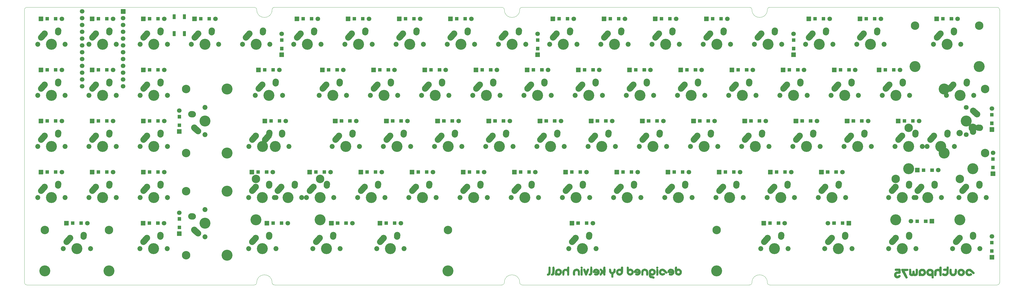
<source format=gbr>
%TF.GenerationSoftware,KiCad,Pcbnew,5.1.10-88a1d61d58~88~ubuntu21.04.1*%
%TF.CreationDate,2021-06-04T00:00:19+02:00*%
%TF.ProjectId,southpawpcb,736f7574-6870-4617-9770-63622e6b6963,rev?*%
%TF.SameCoordinates,Original*%
%TF.FileFunction,Soldermask,Bot*%
%TF.FilePolarity,Negative*%
%FSLAX46Y46*%
G04 Gerber Fmt 4.6, Leading zero omitted, Abs format (unit mm)*
G04 Created by KiCad (PCBNEW 5.1.10-88a1d61d58~88~ubuntu21.04.1) date 2021-06-04 00:00:19*
%MOMM*%
%LPD*%
G01*
G04 APERTURE LIST*
%TA.AperFunction,Profile*%
%ADD10C,0.050000*%
%TD*%
%ADD11C,0.010000*%
%ADD12C,4.087800*%
%ADD13C,3.148000*%
%ADD14C,2.350000*%
%ADD15C,1.801800*%
%ADD16C,1.850000*%
%ADD17C,1.700000*%
G04 APERTURE END LIST*
D10*
X207042500Y-195818250D02*
G75*
G02*
X206092500Y-196768250I-950000J0D01*
G01*
X298242500Y-93218250D02*
G75*
G02*
X299192500Y-94168250I0J-950000D01*
G01*
X28442500Y-94168250D02*
X28442500Y-194868250D01*
X206092500Y-196768250D02*
X121542500Y-196768250D01*
X298242500Y-196768250D02*
X213692500Y-196768250D01*
X206092500Y-93218250D02*
G75*
G02*
X207042500Y-94168250I0J-950000D01*
G01*
X30342500Y-93218250D02*
X113942500Y-93218250D01*
X213692500Y-196768250D02*
G75*
G02*
X212742500Y-195818250I0J950000D01*
G01*
X121542500Y-196768250D02*
G75*
G02*
X120592500Y-195818250I0J950000D01*
G01*
X120592500Y-94168250D02*
G75*
G02*
X121542500Y-93218250I950000J0D01*
G01*
X390392500Y-93218250D02*
G75*
G02*
X391342500Y-94168250I0J-950000D01*
G01*
X121542500Y-93218250D02*
X206092500Y-93218250D01*
X212742500Y-94168250D02*
G75*
G02*
X213692500Y-93218250I950000J0D01*
G01*
X29392500Y-196768250D02*
G75*
G02*
X28442500Y-195818250I0J950000D01*
G01*
X28442500Y-94168250D02*
G75*
G02*
X29392500Y-93218250I950000J0D01*
G01*
X213692500Y-93218250D02*
X298242500Y-93218250D01*
X207042500Y-195818250D02*
G75*
G02*
X212742500Y-195818250I2850000J0D01*
G01*
X114892500Y-195818250D02*
G75*
G02*
X120592500Y-195818250I2850000J0D01*
G01*
X299192500Y-195818250D02*
G75*
G02*
X298242500Y-196768250I-950000J0D01*
G01*
X113942500Y-196768250D02*
X29392500Y-196768250D01*
X113942500Y-93218250D02*
G75*
G02*
X114892500Y-94168250I0J-950000D01*
G01*
X114892500Y-195818250D02*
G75*
G02*
X113942500Y-196768250I-950000J0D01*
G01*
X304892500Y-94168250D02*
G75*
G02*
X299192500Y-94168250I-2850000J0D01*
G01*
X305842500Y-93218250D02*
X390392500Y-93218250D01*
X120592500Y-94168250D02*
G75*
G02*
X114892500Y-94168250I-2850000J0D01*
G01*
X305842500Y-196768250D02*
X390392500Y-196768250D01*
X299192500Y-195818250D02*
G75*
G02*
X304892500Y-195818250I2850000J0D01*
G01*
X305842500Y-196768250D02*
G75*
G02*
X304892500Y-195818250I0J950000D01*
G01*
X391342500Y-195818250D02*
X391342500Y-94168250D01*
X30342500Y-93218250D02*
X29392500Y-93218250D01*
X391342500Y-195818250D02*
G75*
G02*
X390392500Y-196768250I-950000J0D01*
G01*
X304892500Y-94168250D02*
G75*
G02*
X305842500Y-93218250I950000J0D01*
G01*
X212742500Y-94168250D02*
G75*
G02*
X207042500Y-94168250I-2850000J0D01*
G01*
X28442500Y-194868250D02*
X28442500Y-195818250D01*
D11*
G36*
X235570842Y-189975087D02*
G01*
X235441047Y-190092941D01*
X235390708Y-190253262D01*
X235432985Y-190426511D01*
X235503779Y-190519936D01*
X235666974Y-190623799D01*
X235841353Y-190612544D01*
X235963194Y-190546121D01*
X236071973Y-190406955D01*
X236094477Y-190262586D01*
X236061527Y-190067753D01*
X235954322Y-189960897D01*
X235766934Y-189929238D01*
X235570842Y-189975087D01*
G37*
X235570842Y-189975087D02*
X235441047Y-190092941D01*
X235390708Y-190253262D01*
X235432985Y-190426511D01*
X235503779Y-190519936D01*
X235666974Y-190623799D01*
X235841353Y-190612544D01*
X235963194Y-190546121D01*
X236071973Y-190406955D01*
X236094477Y-190262586D01*
X236061527Y-190067753D01*
X235954322Y-189960897D01*
X235766934Y-189929238D01*
X235570842Y-189975087D01*
G36*
X263705312Y-189977808D02*
G01*
X263597068Y-190100026D01*
X263554796Y-190260657D01*
X263588566Y-190424465D01*
X263693202Y-190546121D01*
X263880965Y-190629981D01*
X264049838Y-190599161D01*
X264152616Y-190519936D01*
X264255365Y-190352199D01*
X264256528Y-190182814D01*
X264169104Y-190038899D01*
X264006091Y-189947570D01*
X263869462Y-189929238D01*
X263705312Y-189977808D01*
G37*
X263705312Y-189977808D02*
X263597068Y-190100026D01*
X263554796Y-190260657D01*
X263588566Y-190424465D01*
X263693202Y-190546121D01*
X263880965Y-190629981D01*
X264049838Y-190599161D01*
X264152616Y-190519936D01*
X264255365Y-190352199D01*
X264256528Y-190182814D01*
X264169104Y-190038899D01*
X264006091Y-189947570D01*
X263869462Y-189929238D01*
X263705312Y-189977808D01*
G36*
X223571400Y-189967225D02*
G01*
X223524430Y-190000122D01*
X223496188Y-190074119D01*
X223475393Y-190237128D01*
X223461557Y-190497057D01*
X223454194Y-190861815D01*
X223452642Y-191166750D01*
X223449483Y-191519306D01*
X223441253Y-191834358D01*
X223428916Y-192091544D01*
X223413439Y-192270504D01*
X223396526Y-192349806D01*
X223305147Y-192427703D01*
X223158020Y-192498587D01*
X223146384Y-192502617D01*
X222965925Y-192614953D01*
X222877653Y-192784874D01*
X222893361Y-192986158D01*
X222910086Y-193028021D01*
X222967822Y-193120055D01*
X223056395Y-193164510D01*
X223214617Y-193177733D01*
X223266336Y-193178075D01*
X223547594Y-193142047D01*
X223748925Y-193045169D01*
X223878977Y-192947979D01*
X223978669Y-192845365D01*
X224051984Y-192720640D01*
X224102905Y-192557117D01*
X224135413Y-192338107D01*
X224153491Y-192046925D01*
X224161121Y-191666884D01*
X224162384Y-191312687D01*
X224161524Y-190905485D01*
X224158025Y-190600032D01*
X224150512Y-190379944D01*
X224137608Y-190228839D01*
X224117936Y-190130332D01*
X224090119Y-190068040D01*
X224054361Y-190026998D01*
X223908631Y-189952938D01*
X223729030Y-189932069D01*
X223571400Y-189967225D01*
G37*
X223571400Y-189967225D02*
X223524430Y-190000122D01*
X223496188Y-190074119D01*
X223475393Y-190237128D01*
X223461557Y-190497057D01*
X223454194Y-190861815D01*
X223452642Y-191166750D01*
X223449483Y-191519306D01*
X223441253Y-191834358D01*
X223428916Y-192091544D01*
X223413439Y-192270504D01*
X223396526Y-192349806D01*
X223305147Y-192427703D01*
X223158020Y-192498587D01*
X223146384Y-192502617D01*
X222965925Y-192614953D01*
X222877653Y-192784874D01*
X222893361Y-192986158D01*
X222910086Y-193028021D01*
X222967822Y-193120055D01*
X223056395Y-193164510D01*
X223214617Y-193177733D01*
X223266336Y-193178075D01*
X223547594Y-193142047D01*
X223748925Y-193045169D01*
X223878977Y-192947979D01*
X223978669Y-192845365D01*
X224051984Y-192720640D01*
X224102905Y-192557117D01*
X224135413Y-192338107D01*
X224153491Y-192046925D01*
X224161121Y-191666884D01*
X224162384Y-191312687D01*
X224161524Y-190905485D01*
X224158025Y-190600032D01*
X224150512Y-190379944D01*
X224137608Y-190228839D01*
X224117936Y-190130332D01*
X224090119Y-190068040D01*
X224054361Y-190026998D01*
X223908631Y-189952938D01*
X223729030Y-189932069D01*
X223571400Y-189967225D01*
G36*
X225106940Y-189959857D02*
G01*
X225022563Y-190005271D01*
X224961060Y-190090423D01*
X224918878Y-190229643D01*
X224892462Y-190437259D01*
X224878259Y-190727603D01*
X224872716Y-191115002D01*
X224872092Y-191333607D01*
X224871221Y-192413093D01*
X224708779Y-192470665D01*
X224557233Y-192530769D01*
X224457733Y-192578532D01*
X224386015Y-192676522D01*
X224351351Y-192833891D01*
X224359662Y-192996058D01*
X224401865Y-193093330D01*
X224520789Y-193156939D01*
X224708896Y-193178148D01*
X224925779Y-193158690D01*
X225131036Y-193100296D01*
X225214307Y-193058495D01*
X225346162Y-192964543D01*
X225447959Y-192852848D01*
X225523443Y-192707709D01*
X225576357Y-192513426D01*
X225610444Y-192254300D01*
X225629447Y-191914630D01*
X225637111Y-191478715D01*
X225637831Y-191282231D01*
X225637474Y-190881953D01*
X225634393Y-190583051D01*
X225627105Y-190368765D01*
X225614131Y-190222338D01*
X225593989Y-190127011D01*
X225565197Y-190066027D01*
X225526514Y-190022843D01*
X225357466Y-189944791D01*
X225217745Y-189939851D01*
X225106940Y-189959857D01*
G37*
X225106940Y-189959857D02*
X225022563Y-190005271D01*
X224961060Y-190090423D01*
X224918878Y-190229643D01*
X224892462Y-190437259D01*
X224878259Y-190727603D01*
X224872716Y-191115002D01*
X224872092Y-191333607D01*
X224871221Y-192413093D01*
X224708779Y-192470665D01*
X224557233Y-192530769D01*
X224457733Y-192578532D01*
X224386015Y-192676522D01*
X224351351Y-192833891D01*
X224359662Y-192996058D01*
X224401865Y-193093330D01*
X224520789Y-193156939D01*
X224708896Y-193178148D01*
X224925779Y-193158690D01*
X225131036Y-193100296D01*
X225214307Y-193058495D01*
X225346162Y-192964543D01*
X225447959Y-192852848D01*
X225523443Y-192707709D01*
X225576357Y-192513426D01*
X225610444Y-192254300D01*
X225629447Y-191914630D01*
X225637111Y-191478715D01*
X225637831Y-191282231D01*
X225637474Y-190881953D01*
X225634393Y-190583051D01*
X225627105Y-190368765D01*
X225614131Y-190222338D01*
X225593989Y-190127011D01*
X225565197Y-190066027D01*
X225526514Y-190022843D01*
X225357466Y-189944791D01*
X225217745Y-189939851D01*
X225106940Y-189959857D01*
G36*
X226837694Y-190726704D02*
G01*
X226555672Y-190824728D01*
X226313291Y-191005233D01*
X226204482Y-191121747D01*
X226057274Y-191332502D01*
X225957838Y-191576571D01*
X225899735Y-191878836D01*
X225876529Y-192264180D01*
X225875407Y-192393648D01*
X225886356Y-192720783D01*
X225924326Y-192947075D01*
X225997000Y-193088224D01*
X226112059Y-193159932D01*
X226259224Y-193178075D01*
X226404705Y-193162799D01*
X226490996Y-193125586D01*
X226494245Y-193121263D01*
X226576391Y-193094822D01*
X226678786Y-193121263D01*
X226817773Y-193151762D01*
X227024229Y-193172383D01*
X227201647Y-193178075D01*
X227431931Y-193168966D01*
X227601281Y-193130631D01*
X227766215Y-193046566D01*
X227858969Y-192986099D01*
X228138757Y-192732907D01*
X228324050Y-192429297D01*
X228414849Y-192095756D01*
X228413130Y-191936106D01*
X227684630Y-191936106D01*
X227640255Y-192140966D01*
X227522373Y-192316185D01*
X227341710Y-192434283D01*
X227150168Y-192469238D01*
X226932116Y-192414997D01*
X226799043Y-192313509D01*
X226665944Y-192109748D01*
X226645327Y-191889835D01*
X226736763Y-191672378D01*
X226815980Y-191578648D01*
X227023161Y-191437601D01*
X227239880Y-191413013D01*
X227456287Y-191505328D01*
X227509957Y-191547388D01*
X227644772Y-191729086D01*
X227684630Y-191936106D01*
X228413130Y-191936106D01*
X228411154Y-191752772D01*
X228312964Y-191420833D01*
X228120280Y-191120428D01*
X227858969Y-190889122D01*
X227680136Y-190779418D01*
X227523737Y-190721435D01*
X227335353Y-190699511D01*
X227191961Y-190697145D01*
X226837694Y-190726704D01*
G37*
X226837694Y-190726704D02*
X226555672Y-190824728D01*
X226313291Y-191005233D01*
X226204482Y-191121747D01*
X226057274Y-191332502D01*
X225957838Y-191576571D01*
X225899735Y-191878836D01*
X225876529Y-192264180D01*
X225875407Y-192393648D01*
X225886356Y-192720783D01*
X225924326Y-192947075D01*
X225997000Y-193088224D01*
X226112059Y-193159932D01*
X226259224Y-193178075D01*
X226404705Y-193162799D01*
X226490996Y-193125586D01*
X226494245Y-193121263D01*
X226576391Y-193094822D01*
X226678786Y-193121263D01*
X226817773Y-193151762D01*
X227024229Y-193172383D01*
X227201647Y-193178075D01*
X227431931Y-193168966D01*
X227601281Y-193130631D01*
X227766215Y-193046566D01*
X227858969Y-192986099D01*
X228138757Y-192732907D01*
X228324050Y-192429297D01*
X228414849Y-192095756D01*
X228413130Y-191936106D01*
X227684630Y-191936106D01*
X227640255Y-192140966D01*
X227522373Y-192316185D01*
X227341710Y-192434283D01*
X227150168Y-192469238D01*
X226932116Y-192414997D01*
X226799043Y-192313509D01*
X226665944Y-192109748D01*
X226645327Y-191889835D01*
X226736763Y-191672378D01*
X226815980Y-191578648D01*
X227023161Y-191437601D01*
X227239880Y-191413013D01*
X227456287Y-191505328D01*
X227509957Y-191547388D01*
X227644772Y-191729086D01*
X227684630Y-191936106D01*
X228413130Y-191936106D01*
X228411154Y-191752772D01*
X228312964Y-191420833D01*
X228120280Y-191120428D01*
X227858969Y-190889122D01*
X227680136Y-190779418D01*
X227523737Y-190721435D01*
X227335353Y-190699511D01*
X227191961Y-190697145D01*
X226837694Y-190726704D01*
G36*
X230586635Y-189951370D02*
G01*
X230484242Y-190031200D01*
X230434811Y-190188880D01*
X230423779Y-190398843D01*
X230423779Y-190726680D01*
X229897240Y-190726680D01*
X229637986Y-190729705D01*
X229461356Y-190744166D01*
X229331880Y-190778140D01*
X229214089Y-190839704D01*
X229119100Y-190903889D01*
X228936574Y-191066739D01*
X228775092Y-191266707D01*
X228730058Y-191341436D01*
X228668685Y-191471456D01*
X228628627Y-191602928D01*
X228605512Y-191765566D01*
X228594970Y-191989086D01*
X228592616Y-192275668D01*
X228596820Y-192621929D01*
X228613878Y-192867197D01*
X228650461Y-193028460D01*
X228713242Y-193122703D01*
X228808890Y-193166912D01*
X228944077Y-193178073D01*
X228947035Y-193178075D01*
X229093221Y-193164763D01*
X229193335Y-193112789D01*
X229255722Y-193004097D01*
X229288725Y-192820629D01*
X229300688Y-192544331D01*
X229301454Y-192411118D01*
X229319638Y-192025760D01*
X229378170Y-191743009D01*
X229483016Y-191552447D01*
X229640145Y-191443653D01*
X229855523Y-191406209D01*
X229877130Y-191405982D01*
X230071357Y-191459578D01*
X230247387Y-191601155D01*
X230368328Y-191799454D01*
X230393141Y-191922748D01*
X230412220Y-192128008D01*
X230422664Y-192379095D01*
X230423779Y-192490805D01*
X230431959Y-192790717D01*
X230455492Y-192999922D01*
X230492868Y-193105289D01*
X230494663Y-193107192D01*
X230633540Y-193173156D01*
X230811207Y-193172174D01*
X230973515Y-193110236D01*
X231040662Y-193046793D01*
X231070575Y-192987214D01*
X231093430Y-192895045D01*
X231110106Y-192755647D01*
X231121481Y-192554380D01*
X231128435Y-192276606D01*
X231131846Y-191907686D01*
X231132616Y-191515198D01*
X231131784Y-191041814D01*
X231127205Y-190673414D01*
X231115759Y-190396845D01*
X231094324Y-190198953D01*
X231059779Y-190066585D01*
X231009001Y-189986587D01*
X230938871Y-189945806D01*
X230846266Y-189931087D01*
X230756258Y-189929238D01*
X230586635Y-189951370D01*
G37*
X230586635Y-189951370D02*
X230484242Y-190031200D01*
X230434811Y-190188880D01*
X230423779Y-190398843D01*
X230423779Y-190726680D01*
X229897240Y-190726680D01*
X229637986Y-190729705D01*
X229461356Y-190744166D01*
X229331880Y-190778140D01*
X229214089Y-190839704D01*
X229119100Y-190903889D01*
X228936574Y-191066739D01*
X228775092Y-191266707D01*
X228730058Y-191341436D01*
X228668685Y-191471456D01*
X228628627Y-191602928D01*
X228605512Y-191765566D01*
X228594970Y-191989086D01*
X228592616Y-192275668D01*
X228596820Y-192621929D01*
X228613878Y-192867197D01*
X228650461Y-193028460D01*
X228713242Y-193122703D01*
X228808890Y-193166912D01*
X228944077Y-193178073D01*
X228947035Y-193178075D01*
X229093221Y-193164763D01*
X229193335Y-193112789D01*
X229255722Y-193004097D01*
X229288725Y-192820629D01*
X229300688Y-192544331D01*
X229301454Y-192411118D01*
X229319638Y-192025760D01*
X229378170Y-191743009D01*
X229483016Y-191552447D01*
X229640145Y-191443653D01*
X229855523Y-191406209D01*
X229877130Y-191405982D01*
X230071357Y-191459578D01*
X230247387Y-191601155D01*
X230368328Y-191799454D01*
X230393141Y-191922748D01*
X230412220Y-192128008D01*
X230422664Y-192379095D01*
X230423779Y-192490805D01*
X230431959Y-192790717D01*
X230455492Y-192999922D01*
X230492868Y-193105289D01*
X230494663Y-193107192D01*
X230633540Y-193173156D01*
X230811207Y-193172174D01*
X230973515Y-193110236D01*
X231040662Y-193046793D01*
X231070575Y-192987214D01*
X231093430Y-192895045D01*
X231110106Y-192755647D01*
X231121481Y-192554380D01*
X231128435Y-192276606D01*
X231131846Y-191907686D01*
X231132616Y-191515198D01*
X231131784Y-191041814D01*
X231127205Y-190673414D01*
X231115759Y-190396845D01*
X231094324Y-190198953D01*
X231059779Y-190066585D01*
X231009001Y-189986587D01*
X230938871Y-189945806D01*
X230846266Y-189931087D01*
X230756258Y-189929238D01*
X230586635Y-189951370D01*
G36*
X233524183Y-190721686D02*
G01*
X233258515Y-190804519D01*
X233028944Y-190961761D01*
X232893873Y-191097423D01*
X232748554Y-191283725D01*
X232649032Y-191482438D01*
X232587862Y-191720785D01*
X232557600Y-192025992D01*
X232550620Y-192352723D01*
X232559877Y-192688110D01*
X232593031Y-192922411D01*
X232657470Y-193071520D01*
X232760581Y-193151330D01*
X232909751Y-193177736D01*
X232934244Y-193178075D01*
X233087310Y-193159021D01*
X233195124Y-193091225D01*
X233264885Y-192958737D01*
X233303792Y-192745608D01*
X233319042Y-192435888D01*
X233320076Y-192323188D01*
X233326300Y-192015431D01*
X233347874Y-191801465D01*
X233392608Y-191657181D01*
X233468311Y-191558472D01*
X233582790Y-191481229D01*
X233594896Y-191474701D01*
X233826762Y-191407993D01*
X234047480Y-191458407D01*
X234208788Y-191578648D01*
X234285816Y-191660559D01*
X234335671Y-191739216D01*
X234364260Y-191841753D01*
X234377489Y-191995304D01*
X234381265Y-192227003D01*
X234381454Y-192371871D01*
X234385534Y-192671866D01*
X234399644Y-192875501D01*
X234426590Y-193004332D01*
X234469176Y-193079916D01*
X234474278Y-193085252D01*
X234607212Y-193154521D01*
X234782908Y-193175090D01*
X234946853Y-193146251D01*
X235028742Y-193092458D01*
X235061099Y-193002177D01*
X235079651Y-192820205D01*
X235084960Y-192537254D01*
X235080277Y-192240776D01*
X235071093Y-191925079D01*
X235059094Y-191701895D01*
X235039287Y-191545618D01*
X235006679Y-191430643D01*
X234956275Y-191331363D01*
X234883084Y-191222172D01*
X234881090Y-191219337D01*
X234634561Y-190946060D01*
X234345292Y-190777008D01*
X233995630Y-190703146D01*
X233862696Y-190698117D01*
X233524183Y-190721686D01*
G37*
X233524183Y-190721686D02*
X233258515Y-190804519D01*
X233028944Y-190961761D01*
X232893873Y-191097423D01*
X232748554Y-191283725D01*
X232649032Y-191482438D01*
X232587862Y-191720785D01*
X232557600Y-192025992D01*
X232550620Y-192352723D01*
X232559877Y-192688110D01*
X232593031Y-192922411D01*
X232657470Y-193071520D01*
X232760581Y-193151330D01*
X232909751Y-193177736D01*
X232934244Y-193178075D01*
X233087310Y-193159021D01*
X233195124Y-193091225D01*
X233264885Y-192958737D01*
X233303792Y-192745608D01*
X233319042Y-192435888D01*
X233320076Y-192323188D01*
X233326300Y-192015431D01*
X233347874Y-191801465D01*
X233392608Y-191657181D01*
X233468311Y-191558472D01*
X233582790Y-191481229D01*
X233594896Y-191474701D01*
X233826762Y-191407993D01*
X234047480Y-191458407D01*
X234208788Y-191578648D01*
X234285816Y-191660559D01*
X234335671Y-191739216D01*
X234364260Y-191841753D01*
X234377489Y-191995304D01*
X234381265Y-192227003D01*
X234381454Y-192371871D01*
X234385534Y-192671866D01*
X234399644Y-192875501D01*
X234426590Y-193004332D01*
X234469176Y-193079916D01*
X234474278Y-193085252D01*
X234607212Y-193154521D01*
X234782908Y-193175090D01*
X234946853Y-193146251D01*
X235028742Y-193092458D01*
X235061099Y-193002177D01*
X235079651Y-192820205D01*
X235084960Y-192537254D01*
X235080277Y-192240776D01*
X235071093Y-191925079D01*
X235059094Y-191701895D01*
X235039287Y-191545618D01*
X235006679Y-191430643D01*
X234956275Y-191331363D01*
X234883084Y-191222172D01*
X234881090Y-191219337D01*
X234634561Y-190946060D01*
X234345292Y-190777008D01*
X233995630Y-190703146D01*
X233862696Y-190698117D01*
X233524183Y-190721686D01*
G36*
X235636249Y-190706931D02*
G01*
X235542309Y-190745921D01*
X235474992Y-190828562D01*
X235429986Y-190969299D01*
X235402976Y-191182581D01*
X235389650Y-191482855D01*
X235385692Y-191884566D01*
X235385640Y-191954637D01*
X235389246Y-192315472D01*
X235399348Y-192626982D01*
X235414875Y-192869707D01*
X235434752Y-193024185D01*
X235446788Y-193063819D01*
X235546025Y-193141154D01*
X235707130Y-193178324D01*
X235879566Y-193171530D01*
X236012798Y-193116971D01*
X236023593Y-193107192D01*
X236051721Y-193033703D01*
X236072357Y-192871935D01*
X236085989Y-192613825D01*
X236093108Y-192251312D01*
X236094477Y-191937610D01*
X236093264Y-191525099D01*
X236086963Y-191215864D01*
X236071581Y-190995050D01*
X236043127Y-190847798D01*
X235997607Y-190759252D01*
X235931029Y-190714554D01*
X235839401Y-190698847D01*
X235761129Y-190697145D01*
X235636249Y-190706931D01*
G37*
X235636249Y-190706931D02*
X235542309Y-190745921D01*
X235474992Y-190828562D01*
X235429986Y-190969299D01*
X235402976Y-191182581D01*
X235389650Y-191482855D01*
X235385692Y-191884566D01*
X235385640Y-191954637D01*
X235389246Y-192315472D01*
X235399348Y-192626982D01*
X235414875Y-192869707D01*
X235434752Y-193024185D01*
X235446788Y-193063819D01*
X235546025Y-193141154D01*
X235707130Y-193178324D01*
X235879566Y-193171530D01*
X236012798Y-193116971D01*
X236023593Y-193107192D01*
X236051721Y-193033703D01*
X236072357Y-192871935D01*
X236085989Y-192613825D01*
X236093108Y-192251312D01*
X236094477Y-191937610D01*
X236093264Y-191525099D01*
X236086963Y-191215864D01*
X236071581Y-190995050D01*
X236043127Y-190847798D01*
X235997607Y-190759252D01*
X235931029Y-190714554D01*
X235839401Y-190698847D01*
X235761129Y-190697145D01*
X235636249Y-190706931D01*
G36*
X237955833Y-190706664D02*
G01*
X237833328Y-190835909D01*
X237711215Y-191063215D01*
X237627648Y-191265143D01*
X237541543Y-191483615D01*
X237471715Y-191652852D01*
X237428505Y-191748161D01*
X237420259Y-191760401D01*
X237393570Y-191709415D01*
X237337126Y-191574258D01*
X237261967Y-191381634D01*
X237243245Y-191332145D01*
X237113487Y-191020671D01*
X236992823Y-190814055D01*
X236869217Y-190700919D01*
X236730636Y-190669886D01*
X236579119Y-190704235D01*
X236472024Y-190755405D01*
X236403459Y-190825638D01*
X236374687Y-190929788D01*
X236386971Y-191082705D01*
X236441573Y-191299241D01*
X236539756Y-191594249D01*
X236682782Y-191982580D01*
X236689247Y-191999717D01*
X236814231Y-192323414D01*
X236931517Y-192613594D01*
X237032465Y-192849904D01*
X237108434Y-193011989D01*
X237145562Y-193074703D01*
X237288290Y-193162031D01*
X237467474Y-193176936D01*
X237632937Y-193122032D01*
X237712646Y-193045169D01*
X237761902Y-192946730D01*
X237843777Y-192759383D01*
X237949245Y-192504773D01*
X238069281Y-192204547D01*
X238155762Y-191982419D01*
X238301703Y-191593311D01*
X238400932Y-191297306D01*
X238454560Y-191079480D01*
X238463696Y-190924909D01*
X238429452Y-190818669D01*
X238352936Y-190745835D01*
X238251349Y-190697459D01*
X238091062Y-190664256D01*
X237955833Y-190706664D01*
G37*
X237955833Y-190706664D02*
X237833328Y-190835909D01*
X237711215Y-191063215D01*
X237627648Y-191265143D01*
X237541543Y-191483615D01*
X237471715Y-191652852D01*
X237428505Y-191748161D01*
X237420259Y-191760401D01*
X237393570Y-191709415D01*
X237337126Y-191574258D01*
X237261967Y-191381634D01*
X237243245Y-191332145D01*
X237113487Y-191020671D01*
X236992823Y-190814055D01*
X236869217Y-190700919D01*
X236730636Y-190669886D01*
X236579119Y-190704235D01*
X236472024Y-190755405D01*
X236403459Y-190825638D01*
X236374687Y-190929788D01*
X236386971Y-191082705D01*
X236441573Y-191299241D01*
X236539756Y-191594249D01*
X236682782Y-191982580D01*
X236689247Y-191999717D01*
X236814231Y-192323414D01*
X236931517Y-192613594D01*
X237032465Y-192849904D01*
X237108434Y-193011989D01*
X237145562Y-193074703D01*
X237288290Y-193162031D01*
X237467474Y-193176936D01*
X237632937Y-193122032D01*
X237712646Y-193045169D01*
X237761902Y-192946730D01*
X237843777Y-192759383D01*
X237949245Y-192504773D01*
X238069281Y-192204547D01*
X238155762Y-191982419D01*
X238301703Y-191593311D01*
X238400932Y-191297306D01*
X238454560Y-191079480D01*
X238463696Y-190924909D01*
X238429452Y-190818669D01*
X238352936Y-190745835D01*
X238251349Y-190697459D01*
X238091062Y-190664256D01*
X237955833Y-190706664D01*
G36*
X239218126Y-189931538D02*
G01*
X239091839Y-189976271D01*
X239066219Y-190003075D01*
X239049959Y-190082810D01*
X239032960Y-190261197D01*
X239016450Y-190518766D01*
X239001657Y-190836045D01*
X238989810Y-191193564D01*
X238988895Y-191228423D01*
X238959361Y-192379933D01*
X238723081Y-192490625D01*
X238535954Y-192591389D01*
X238437124Y-192688471D01*
X238401372Y-192810915D01*
X238399102Y-192863740D01*
X238448263Y-193020731D01*
X238580942Y-193127556D01*
X238771138Y-193178350D01*
X238992850Y-193167245D01*
X239220076Y-193088374D01*
X239270017Y-193060255D01*
X239404267Y-192971118D01*
X239507140Y-192877230D01*
X239582780Y-192762088D01*
X239635330Y-192609191D01*
X239668934Y-192402039D01*
X239687734Y-192124131D01*
X239695875Y-191758964D01*
X239697512Y-191357797D01*
X239694551Y-190941734D01*
X239685960Y-190587061D01*
X239672422Y-190308498D01*
X239654619Y-190120765D01*
X239636585Y-190043494D01*
X239540640Y-189968703D01*
X239384440Y-189930199D01*
X239218126Y-189931538D01*
G37*
X239218126Y-189931538D02*
X239091839Y-189976271D01*
X239066219Y-190003075D01*
X239049959Y-190082810D01*
X239032960Y-190261197D01*
X239016450Y-190518766D01*
X239001657Y-190836045D01*
X238989810Y-191193564D01*
X238988895Y-191228423D01*
X238959361Y-192379933D01*
X238723081Y-192490625D01*
X238535954Y-192591389D01*
X238437124Y-192688471D01*
X238401372Y-192810915D01*
X238399102Y-192863740D01*
X238448263Y-193020731D01*
X238580942Y-193127556D01*
X238771138Y-193178350D01*
X238992850Y-193167245D01*
X239220076Y-193088374D01*
X239270017Y-193060255D01*
X239404267Y-192971118D01*
X239507140Y-192877230D01*
X239582780Y-192762088D01*
X239635330Y-192609191D01*
X239668934Y-192402039D01*
X239687734Y-192124131D01*
X239695875Y-191758964D01*
X239697512Y-191357797D01*
X239694551Y-190941734D01*
X239685960Y-190587061D01*
X239672422Y-190308498D01*
X239654619Y-190120765D01*
X239636585Y-190043494D01*
X239540640Y-189968703D01*
X239384440Y-189930199D01*
X239218126Y-189931538D01*
G36*
X240825263Y-190741898D02*
G01*
X240550144Y-190846429D01*
X240502688Y-190875816D01*
X240237743Y-191116538D01*
X240046375Y-191416806D01*
X239949585Y-191742736D01*
X239946059Y-191773943D01*
X239935019Y-191945654D01*
X239950952Y-192068209D01*
X240010050Y-192149937D01*
X240128508Y-192199171D01*
X240322520Y-192224243D01*
X240608280Y-192233483D01*
X240842058Y-192234924D01*
X241617500Y-192236890D01*
X241470739Y-192358983D01*
X241340779Y-192439221D01*
X241192096Y-192454869D01*
X241086785Y-192441570D01*
X240789324Y-192410586D01*
X240585677Y-192437720D01*
X240463625Y-192528994D01*
X240410951Y-192690427D01*
X240406570Y-192776745D01*
X240460458Y-192949646D01*
X240616677Y-193076509D01*
X240867060Y-193153091D01*
X241174477Y-193175490D01*
X241448605Y-193156587D01*
X241668600Y-193108041D01*
X241735640Y-193079923D01*
X242046436Y-192857881D01*
X242268164Y-192579216D01*
X242400780Y-192263173D01*
X242444243Y-191928995D01*
X242401747Y-191619517D01*
X241550499Y-191619517D01*
X241484135Y-191636035D01*
X241331314Y-191640614D01*
X241168864Y-191640296D01*
X240731454Y-191638331D01*
X240870905Y-191522157D01*
X241056738Y-191427865D01*
X241262758Y-191412669D01*
X241443879Y-191476427D01*
X241499361Y-191524122D01*
X241549282Y-191584424D01*
X241550499Y-191619517D01*
X242401747Y-191619517D01*
X242398507Y-191595925D01*
X242263530Y-191283205D01*
X242039269Y-191010081D01*
X241740762Y-190803415D01*
X241467604Y-190717641D01*
X241146761Y-190698052D01*
X240825263Y-190741898D01*
G37*
X240825263Y-190741898D02*
X240550144Y-190846429D01*
X240502688Y-190875816D01*
X240237743Y-191116538D01*
X240046375Y-191416806D01*
X239949585Y-191742736D01*
X239946059Y-191773943D01*
X239935019Y-191945654D01*
X239950952Y-192068209D01*
X240010050Y-192149937D01*
X240128508Y-192199171D01*
X240322520Y-192224243D01*
X240608280Y-192233483D01*
X240842058Y-192234924D01*
X241617500Y-192236890D01*
X241470739Y-192358983D01*
X241340779Y-192439221D01*
X241192096Y-192454869D01*
X241086785Y-192441570D01*
X240789324Y-192410586D01*
X240585677Y-192437720D01*
X240463625Y-192528994D01*
X240410951Y-192690427D01*
X240406570Y-192776745D01*
X240460458Y-192949646D01*
X240616677Y-193076509D01*
X240867060Y-193153091D01*
X241174477Y-193175490D01*
X241448605Y-193156587D01*
X241668600Y-193108041D01*
X241735640Y-193079923D01*
X242046436Y-192857881D01*
X242268164Y-192579216D01*
X242400780Y-192263173D01*
X242444243Y-191928995D01*
X242401747Y-191619517D01*
X241550499Y-191619517D01*
X241484135Y-191636035D01*
X241331314Y-191640614D01*
X241168864Y-191640296D01*
X240731454Y-191638331D01*
X240870905Y-191522157D01*
X241056738Y-191427865D01*
X241262758Y-191412669D01*
X241443879Y-191476427D01*
X241499361Y-191524122D01*
X241549282Y-191584424D01*
X241550499Y-191619517D01*
X242401747Y-191619517D01*
X242398507Y-191595925D01*
X242263530Y-191283205D01*
X242039269Y-191010081D01*
X241740762Y-190803415D01*
X241467604Y-190717641D01*
X241146761Y-190698052D01*
X240825263Y-190741898D01*
G36*
X250562501Y-189987789D02*
G01*
X250534350Y-190015158D01*
X250438675Y-190141585D01*
X250396275Y-190298577D01*
X250389361Y-190451379D01*
X250389361Y-190742611D01*
X250007436Y-190711954D01*
X249772524Y-190701579D01*
X249594112Y-190723219D01*
X249412450Y-190787847D01*
X249295586Y-190842714D01*
X249003560Y-191019837D01*
X248807257Y-191229302D01*
X248693404Y-191493619D01*
X248648727Y-191835299D01*
X248646802Y-191942976D01*
X248651485Y-192186954D01*
X248672406Y-192354166D01*
X248719874Y-192485836D01*
X248804199Y-192623190D01*
X248824012Y-192651592D01*
X249084300Y-192927028D01*
X249405174Y-193101221D01*
X249785053Y-193173388D01*
X249881791Y-193175465D01*
X250236548Y-193137958D01*
X250457762Y-193058703D01*
X250725615Y-192860547D01*
X250945508Y-192590460D01*
X251084541Y-192289874D01*
X251092980Y-192258743D01*
X251115335Y-192110744D01*
X251123359Y-192009861D01*
X250390114Y-192009861D01*
X250308610Y-192223333D01*
X250233631Y-192313509D01*
X250029870Y-192446608D01*
X249809958Y-192467225D01*
X249592500Y-192375790D01*
X249498770Y-192296573D01*
X249364199Y-192092666D01*
X249336135Y-191876818D01*
X249410697Y-191675484D01*
X249584005Y-191515120D01*
X249615983Y-191497416D01*
X249837059Y-191416951D01*
X250021112Y-191437017D01*
X250199574Y-191561867D01*
X250216695Y-191578648D01*
X250359333Y-191788764D01*
X250390114Y-192009861D01*
X251123359Y-192009861D01*
X251134310Y-191872193D01*
X251148429Y-191570660D01*
X251156213Y-191233716D01*
X251157268Y-191059229D01*
X251157268Y-190115022D01*
X251001627Y-189992595D01*
X250838315Y-189891467D01*
X250704532Y-189889257D01*
X250562501Y-189987789D01*
G37*
X250562501Y-189987789D02*
X250534350Y-190015158D01*
X250438675Y-190141585D01*
X250396275Y-190298577D01*
X250389361Y-190451379D01*
X250389361Y-190742611D01*
X250007436Y-190711954D01*
X249772524Y-190701579D01*
X249594112Y-190723219D01*
X249412450Y-190787847D01*
X249295586Y-190842714D01*
X249003560Y-191019837D01*
X248807257Y-191229302D01*
X248693404Y-191493619D01*
X248648727Y-191835299D01*
X248646802Y-191942976D01*
X248651485Y-192186954D01*
X248672406Y-192354166D01*
X248719874Y-192485836D01*
X248804199Y-192623190D01*
X248824012Y-192651592D01*
X249084300Y-192927028D01*
X249405174Y-193101221D01*
X249785053Y-193173388D01*
X249881791Y-193175465D01*
X250236548Y-193137958D01*
X250457762Y-193058703D01*
X250725615Y-192860547D01*
X250945508Y-192590460D01*
X251084541Y-192289874D01*
X251092980Y-192258743D01*
X251115335Y-192110744D01*
X251123359Y-192009861D01*
X250390114Y-192009861D01*
X250308610Y-192223333D01*
X250233631Y-192313509D01*
X250029870Y-192446608D01*
X249809958Y-192467225D01*
X249592500Y-192375790D01*
X249498770Y-192296573D01*
X249364199Y-192092666D01*
X249336135Y-191876818D01*
X249410697Y-191675484D01*
X249584005Y-191515120D01*
X249615983Y-191497416D01*
X249837059Y-191416951D01*
X250021112Y-191437017D01*
X250199574Y-191561867D01*
X250216695Y-191578648D01*
X250359333Y-191788764D01*
X250390114Y-192009861D01*
X251123359Y-192009861D01*
X251134310Y-191872193D01*
X251148429Y-191570660D01*
X251156213Y-191233716D01*
X251157268Y-191059229D01*
X251157268Y-190115022D01*
X251001627Y-189992595D01*
X250838315Y-189891467D01*
X250704532Y-189889257D01*
X250562501Y-189987789D01*
G36*
X252748627Y-189950637D02*
G01*
X252648615Y-190022850D01*
X252636090Y-190043494D01*
X252614379Y-190143183D01*
X252596666Y-190342595D01*
X252583918Y-190623355D01*
X252577103Y-190967086D01*
X252576239Y-191180587D01*
X252578492Y-191569479D01*
X252585306Y-191860664D01*
X252598460Y-192074544D01*
X252619730Y-192231520D01*
X252650894Y-192351993D01*
X252685925Y-192439703D01*
X252869107Y-192733411D01*
X253111651Y-192971043D01*
X253326184Y-193097741D01*
X253574267Y-193159896D01*
X253872051Y-193173725D01*
X254166828Y-193141038D01*
X254405890Y-193063644D01*
X254411992Y-193060470D01*
X254720833Y-192838740D01*
X254938881Y-192560870D01*
X255066363Y-192246041D01*
X255094924Y-191990256D01*
X254365823Y-191990256D01*
X254297916Y-192190454D01*
X254159959Y-192349070D01*
X253975320Y-192448075D01*
X253767366Y-192469439D01*
X253559465Y-192395131D01*
X253541342Y-192382986D01*
X253383346Y-192209490D01*
X253311904Y-191991537D01*
X253339548Y-191768765D01*
X253343823Y-191758048D01*
X253479288Y-191556629D01*
X253665115Y-191439895D01*
X253873460Y-191407609D01*
X254076476Y-191459537D01*
X254246319Y-191595440D01*
X254340313Y-191766509D01*
X254365823Y-191990256D01*
X255094924Y-191990256D01*
X255103503Y-191913431D01*
X255050526Y-191582218D01*
X254907659Y-191271583D01*
X254675126Y-191000703D01*
X254385495Y-190804770D01*
X254228937Y-190738284D01*
X254066711Y-190706606D01*
X253854482Y-190703516D01*
X253715367Y-190710774D01*
X253283779Y-190738472D01*
X253283779Y-190448111D01*
X253268129Y-190192986D01*
X253212598Y-190034028D01*
X253104315Y-189952394D01*
X252930408Y-189929239D01*
X252929361Y-189929238D01*
X252748627Y-189950637D01*
G37*
X252748627Y-189950637D02*
X252648615Y-190022850D01*
X252636090Y-190043494D01*
X252614379Y-190143183D01*
X252596666Y-190342595D01*
X252583918Y-190623355D01*
X252577103Y-190967086D01*
X252576239Y-191180587D01*
X252578492Y-191569479D01*
X252585306Y-191860664D01*
X252598460Y-192074544D01*
X252619730Y-192231520D01*
X252650894Y-192351993D01*
X252685925Y-192439703D01*
X252869107Y-192733411D01*
X253111651Y-192971043D01*
X253326184Y-193097741D01*
X253574267Y-193159896D01*
X253872051Y-193173725D01*
X254166828Y-193141038D01*
X254405890Y-193063644D01*
X254411992Y-193060470D01*
X254720833Y-192838740D01*
X254938881Y-192560870D01*
X255066363Y-192246041D01*
X255094924Y-191990256D01*
X254365823Y-191990256D01*
X254297916Y-192190454D01*
X254159959Y-192349070D01*
X253975320Y-192448075D01*
X253767366Y-192469439D01*
X253559465Y-192395131D01*
X253541342Y-192382986D01*
X253383346Y-192209490D01*
X253311904Y-191991537D01*
X253339548Y-191768765D01*
X253343823Y-191758048D01*
X253479288Y-191556629D01*
X253665115Y-191439895D01*
X253873460Y-191407609D01*
X254076476Y-191459537D01*
X254246319Y-191595440D01*
X254340313Y-191766509D01*
X254365823Y-191990256D01*
X255094924Y-191990256D01*
X255103503Y-191913431D01*
X255050526Y-191582218D01*
X254907659Y-191271583D01*
X254675126Y-191000703D01*
X254385495Y-190804770D01*
X254228937Y-190738284D01*
X254066711Y-190706606D01*
X253854482Y-190703516D01*
X253715367Y-190710774D01*
X253283779Y-190738472D01*
X253283779Y-190448111D01*
X253268129Y-190192986D01*
X253212598Y-190034028D01*
X253104315Y-189952394D01*
X252930408Y-189929239D01*
X252929361Y-189929238D01*
X252748627Y-189950637D01*
G36*
X256200500Y-190718515D02*
G01*
X255984324Y-190776720D01*
X255812182Y-190884554D01*
X255618810Y-191057697D01*
X255440511Y-191258279D01*
X255313591Y-191448426D01*
X255289515Y-191501521D01*
X255245758Y-191686778D01*
X255235782Y-191890832D01*
X255258576Y-192067326D01*
X255303965Y-192162075D01*
X255400190Y-192196978D01*
X255608935Y-192220516D01*
X255932229Y-192232867D01*
X256145709Y-192234924D01*
X256916570Y-192236890D01*
X256769809Y-192358983D01*
X256639849Y-192439221D01*
X256491166Y-192454869D01*
X256385855Y-192441570D01*
X256088394Y-192410586D01*
X255884746Y-192437720D01*
X255762694Y-192528994D01*
X255710021Y-192690427D01*
X255705640Y-192776745D01*
X255759528Y-192949646D01*
X255915747Y-193076509D01*
X256166130Y-193153091D01*
X256473547Y-193175490D01*
X256747675Y-193156587D01*
X256967670Y-193108041D01*
X257034709Y-193079923D01*
X257343342Y-192859165D01*
X257564262Y-192581413D01*
X257697323Y-192266048D01*
X257742380Y-191932451D01*
X257701817Y-191619517D01*
X256849569Y-191619517D01*
X256783205Y-191636035D01*
X256630384Y-191640614D01*
X256467934Y-191640296D01*
X256030523Y-191638331D01*
X256169974Y-191522157D01*
X256355808Y-191427865D01*
X256561828Y-191412669D01*
X256742948Y-191476427D01*
X256798430Y-191524122D01*
X256848352Y-191584424D01*
X256849569Y-191619517D01*
X257701817Y-191619517D01*
X257699287Y-191600003D01*
X257567897Y-191288085D01*
X257348064Y-191016077D01*
X257051830Y-190809536D01*
X256803997Y-190729545D01*
X256502157Y-190698649D01*
X256200500Y-190718515D01*
G37*
X256200500Y-190718515D02*
X255984324Y-190776720D01*
X255812182Y-190884554D01*
X255618810Y-191057697D01*
X255440511Y-191258279D01*
X255313591Y-191448426D01*
X255289515Y-191501521D01*
X255245758Y-191686778D01*
X255235782Y-191890832D01*
X255258576Y-192067326D01*
X255303965Y-192162075D01*
X255400190Y-192196978D01*
X255608935Y-192220516D01*
X255932229Y-192232867D01*
X256145709Y-192234924D01*
X256916570Y-192236890D01*
X256769809Y-192358983D01*
X256639849Y-192439221D01*
X256491166Y-192454869D01*
X256385855Y-192441570D01*
X256088394Y-192410586D01*
X255884746Y-192437720D01*
X255762694Y-192528994D01*
X255710021Y-192690427D01*
X255705640Y-192776745D01*
X255759528Y-192949646D01*
X255915747Y-193076509D01*
X256166130Y-193153091D01*
X256473547Y-193175490D01*
X256747675Y-193156587D01*
X256967670Y-193108041D01*
X257034709Y-193079923D01*
X257343342Y-192859165D01*
X257564262Y-192581413D01*
X257697323Y-192266048D01*
X257742380Y-191932451D01*
X257701817Y-191619517D01*
X256849569Y-191619517D01*
X256783205Y-191636035D01*
X256630384Y-191640614D01*
X256467934Y-191640296D01*
X256030523Y-191638331D01*
X256169974Y-191522157D01*
X256355808Y-191427865D01*
X256561828Y-191412669D01*
X256742948Y-191476427D01*
X256798430Y-191524122D01*
X256848352Y-191584424D01*
X256849569Y-191619517D01*
X257701817Y-191619517D01*
X257699287Y-191600003D01*
X257567897Y-191288085D01*
X257348064Y-191016077D01*
X257051830Y-190809536D01*
X256803997Y-190729545D01*
X256502157Y-190698649D01*
X256200500Y-190718515D01*
G36*
X258865987Y-190741964D02*
G01*
X258554797Y-190878797D01*
X258280809Y-191119763D01*
X258221720Y-191189737D01*
X258148126Y-191284540D01*
X258096984Y-191370584D01*
X258063551Y-191471835D01*
X258043086Y-191612262D01*
X258030846Y-191815830D01*
X258022090Y-192106508D01*
X258019493Y-192211821D01*
X258013793Y-192570834D01*
X258020531Y-192828492D01*
X258045070Y-193001365D01*
X258092777Y-193106027D01*
X258169016Y-193159048D01*
X258279153Y-193177001D01*
X258332322Y-193178075D01*
X258488097Y-193161401D01*
X258596601Y-193100180D01*
X258665726Y-192977617D01*
X258703362Y-192776915D01*
X258717399Y-192481280D01*
X258718198Y-192356671D01*
X258719665Y-192082270D01*
X258728158Y-191898341D01*
X258749818Y-191777221D01*
X258790784Y-191691247D01*
X258857194Y-191612753D01*
X258890863Y-191578648D01*
X259097647Y-191435073D01*
X259308991Y-191409134D01*
X259518565Y-191500832D01*
X259608788Y-191578648D01*
X259686079Y-191660905D01*
X259735994Y-191739933D01*
X259764514Y-191843035D01*
X259777618Y-191997513D01*
X259781287Y-192230671D01*
X259781454Y-192366935D01*
X259784431Y-192653664D01*
X259795798Y-192846486D01*
X259819211Y-192969539D01*
X259858325Y-193046961D01*
X259889477Y-193080316D01*
X260060263Y-193168382D01*
X260250064Y-193170235D01*
X260414234Y-193089823D01*
X260466935Y-193029261D01*
X260515199Y-192885889D01*
X260541875Y-192658660D01*
X260548187Y-192379633D01*
X260535360Y-192080867D01*
X260504618Y-191794422D01*
X260457185Y-191552355D01*
X260404939Y-191405982D01*
X260187234Y-191079055D01*
X259917137Y-190856021D01*
X259585295Y-190731211D01*
X259237411Y-190698117D01*
X258865987Y-190741964D01*
G37*
X258865987Y-190741964D02*
X258554797Y-190878797D01*
X258280809Y-191119763D01*
X258221720Y-191189737D01*
X258148126Y-191284540D01*
X258096984Y-191370584D01*
X258063551Y-191471835D01*
X258043086Y-191612262D01*
X258030846Y-191815830D01*
X258022090Y-192106508D01*
X258019493Y-192211821D01*
X258013793Y-192570834D01*
X258020531Y-192828492D01*
X258045070Y-193001365D01*
X258092777Y-193106027D01*
X258169016Y-193159048D01*
X258279153Y-193177001D01*
X258332322Y-193178075D01*
X258488097Y-193161401D01*
X258596601Y-193100180D01*
X258665726Y-192977617D01*
X258703362Y-192776915D01*
X258717399Y-192481280D01*
X258718198Y-192356671D01*
X258719665Y-192082270D01*
X258728158Y-191898341D01*
X258749818Y-191777221D01*
X258790784Y-191691247D01*
X258857194Y-191612753D01*
X258890863Y-191578648D01*
X259097647Y-191435073D01*
X259308991Y-191409134D01*
X259518565Y-191500832D01*
X259608788Y-191578648D01*
X259686079Y-191660905D01*
X259735994Y-191739933D01*
X259764514Y-191843035D01*
X259777618Y-191997513D01*
X259781287Y-192230671D01*
X259781454Y-192366935D01*
X259784431Y-192653664D01*
X259795798Y-192846486D01*
X259819211Y-192969539D01*
X259858325Y-193046961D01*
X259889477Y-193080316D01*
X260060263Y-193168382D01*
X260250064Y-193170235D01*
X260414234Y-193089823D01*
X260466935Y-193029261D01*
X260515199Y-192885889D01*
X260541875Y-192658660D01*
X260548187Y-192379633D01*
X260535360Y-192080867D01*
X260504618Y-191794422D01*
X260457185Y-191552355D01*
X260404939Y-191405982D01*
X260187234Y-191079055D01*
X259917137Y-190856021D01*
X259585295Y-190731211D01*
X259237411Y-190698117D01*
X258865987Y-190741964D01*
G36*
X263706703Y-190730121D02*
G01*
X263623067Y-190811401D01*
X263598951Y-190914816D01*
X263580707Y-191108336D01*
X263568236Y-191368697D01*
X263561438Y-191672633D01*
X263560215Y-191996880D01*
X263564469Y-192318172D01*
X263574101Y-192613244D01*
X263589012Y-192858831D01*
X263609104Y-193031668D01*
X263632802Y-193107192D01*
X263759753Y-193165021D01*
X263935438Y-193173089D01*
X264102545Y-193133703D01*
X264177932Y-193085252D01*
X264212088Y-193033594D01*
X264236969Y-192945977D01*
X264253925Y-192805709D01*
X264264307Y-192596094D01*
X264269464Y-192300439D01*
X264270756Y-191937610D01*
X264268953Y-191524719D01*
X264260469Y-191215137D01*
X264240694Y-190994051D01*
X264205019Y-190846649D01*
X264148831Y-190758118D01*
X264067522Y-190713647D01*
X263956481Y-190698422D01*
X263884661Y-190697145D01*
X263706703Y-190730121D01*
G37*
X263706703Y-190730121D02*
X263623067Y-190811401D01*
X263598951Y-190914816D01*
X263580707Y-191108336D01*
X263568236Y-191368697D01*
X263561438Y-191672633D01*
X263560215Y-191996880D01*
X263564469Y-192318172D01*
X263574101Y-192613244D01*
X263589012Y-192858831D01*
X263609104Y-193031668D01*
X263632802Y-193107192D01*
X263759753Y-193165021D01*
X263935438Y-193173089D01*
X264102545Y-193133703D01*
X264177932Y-193085252D01*
X264212088Y-193033594D01*
X264236969Y-192945977D01*
X264253925Y-192805709D01*
X264264307Y-192596094D01*
X264269464Y-192300439D01*
X264270756Y-191937610D01*
X264268953Y-191524719D01*
X264260469Y-191215137D01*
X264240694Y-190994051D01*
X264205019Y-190846649D01*
X264148831Y-190758118D01*
X264067522Y-190713647D01*
X263956481Y-190698422D01*
X263884661Y-190697145D01*
X263706703Y-190730121D01*
G36*
X265527830Y-190720377D02*
G01*
X265271448Y-190789489D01*
X265228286Y-190809536D01*
X264927916Y-191022345D01*
X264713160Y-191295342D01*
X264584099Y-191608319D01*
X264540816Y-191941069D01*
X264583392Y-192273382D01*
X264711907Y-192585051D01*
X264926443Y-192855867D01*
X265219233Y-193061650D01*
X265505880Y-193154660D01*
X265836918Y-193180898D01*
X266163705Y-193141103D01*
X266425036Y-193043308D01*
X266591941Y-192924667D01*
X266723077Y-192790188D01*
X266748707Y-192751638D01*
X266802241Y-192633989D01*
X266790075Y-192541814D01*
X266715012Y-192427643D01*
X266551536Y-192280292D01*
X266368809Y-192249400D01*
X266169929Y-192335418D01*
X266155338Y-192345936D01*
X265924268Y-192455949D01*
X265695225Y-192449618D01*
X265480820Y-192327823D01*
X265447607Y-192296573D01*
X265304032Y-192089789D01*
X265278094Y-191878445D01*
X265369792Y-191668871D01*
X265447607Y-191578648D01*
X265590138Y-191457105D01*
X265725244Y-191399387D01*
X265869223Y-191410840D01*
X266038371Y-191496811D01*
X266248982Y-191662646D01*
X266517354Y-191913690D01*
X266541802Y-191937610D01*
X266778561Y-192165175D01*
X266952673Y-192319134D01*
X267081865Y-192412463D01*
X267183865Y-192458142D01*
X267267998Y-192469238D01*
X267471427Y-192423100D01*
X267599484Y-192294163D01*
X267637733Y-192124201D01*
X267616817Y-192033303D01*
X267546363Y-191916237D01*
X267414812Y-191758226D01*
X267210606Y-191544490D01*
X267091337Y-191425607D01*
X266867876Y-191212117D01*
X266656355Y-191022555D01*
X266479762Y-190876732D01*
X266361083Y-190794461D01*
X266355899Y-190791774D01*
X266120469Y-190720725D01*
X265827641Y-190697191D01*
X265527830Y-190720377D01*
G37*
X265527830Y-190720377D02*
X265271448Y-190789489D01*
X265228286Y-190809536D01*
X264927916Y-191022345D01*
X264713160Y-191295342D01*
X264584099Y-191608319D01*
X264540816Y-191941069D01*
X264583392Y-192273382D01*
X264711907Y-192585051D01*
X264926443Y-192855867D01*
X265219233Y-193061650D01*
X265505880Y-193154660D01*
X265836918Y-193180898D01*
X266163705Y-193141103D01*
X266425036Y-193043308D01*
X266591941Y-192924667D01*
X266723077Y-192790188D01*
X266748707Y-192751638D01*
X266802241Y-192633989D01*
X266790075Y-192541814D01*
X266715012Y-192427643D01*
X266551536Y-192280292D01*
X266368809Y-192249400D01*
X266169929Y-192335418D01*
X266155338Y-192345936D01*
X265924268Y-192455949D01*
X265695225Y-192449618D01*
X265480820Y-192327823D01*
X265447607Y-192296573D01*
X265304032Y-192089789D01*
X265278094Y-191878445D01*
X265369792Y-191668871D01*
X265447607Y-191578648D01*
X265590138Y-191457105D01*
X265725244Y-191399387D01*
X265869223Y-191410840D01*
X266038371Y-191496811D01*
X266248982Y-191662646D01*
X266517354Y-191913690D01*
X266541802Y-191937610D01*
X266778561Y-192165175D01*
X266952673Y-192319134D01*
X267081865Y-192412463D01*
X267183865Y-192458142D01*
X267267998Y-192469238D01*
X267471427Y-192423100D01*
X267599484Y-192294163D01*
X267637733Y-192124201D01*
X267616817Y-192033303D01*
X267546363Y-191916237D01*
X267414812Y-191758226D01*
X267210606Y-191544490D01*
X267091337Y-191425607D01*
X266867876Y-191212117D01*
X266656355Y-191022555D01*
X266479762Y-190876732D01*
X266361083Y-190794461D01*
X266355899Y-190791774D01*
X266120469Y-190720725D01*
X265827641Y-190697191D01*
X265527830Y-190720377D01*
G36*
X268652950Y-190718074D02*
G01*
X268507369Y-190770314D01*
X268376421Y-190841512D01*
X268143612Y-191020025D01*
X267951103Y-191247008D01*
X267810790Y-191497388D01*
X267734568Y-191746088D01*
X267734331Y-191968035D01*
X267783690Y-192090955D01*
X267826648Y-192147331D01*
X267882763Y-192186521D01*
X267973057Y-192212256D01*
X268118549Y-192228270D01*
X268340260Y-192238294D01*
X268656926Y-192246014D01*
X269439361Y-192262494D01*
X269271255Y-192376371D01*
X269150181Y-192443304D01*
X269027562Y-192462049D01*
X268852252Y-192438653D01*
X268812166Y-192430641D01*
X268548944Y-192401287D01*
X268372557Y-192443807D01*
X268272287Y-192563433D01*
X268240332Y-192709895D01*
X268254205Y-192899371D01*
X268341472Y-193031750D01*
X268514535Y-193115649D01*
X268785799Y-193159684D01*
X268898190Y-193166898D01*
X269146695Y-193171347D01*
X269326185Y-193150593D01*
X269484593Y-193096161D01*
X269587035Y-193045108D01*
X269890045Y-192826180D01*
X270095216Y-192543099D01*
X270205410Y-192191213D01*
X270224789Y-192008902D01*
X270200952Y-191638331D01*
X269439361Y-191638331D01*
X268553314Y-191638331D01*
X268692765Y-191522157D01*
X268849678Y-191436298D01*
X268996337Y-191405982D01*
X269163388Y-191444102D01*
X269299910Y-191522157D01*
X269439361Y-191638331D01*
X270200952Y-191638331D01*
X270199630Y-191617792D01*
X270076226Y-191289339D01*
X269850624Y-191015026D01*
X269712861Y-190905677D01*
X269544489Y-190803028D01*
X269373928Y-190743968D01*
X269151859Y-190713623D01*
X269054500Y-190707127D01*
X268819256Y-190700197D01*
X268652950Y-190718074D01*
G37*
X268652950Y-190718074D02*
X268507369Y-190770314D01*
X268376421Y-190841512D01*
X268143612Y-191020025D01*
X267951103Y-191247008D01*
X267810790Y-191497388D01*
X267734568Y-191746088D01*
X267734331Y-191968035D01*
X267783690Y-192090955D01*
X267826648Y-192147331D01*
X267882763Y-192186521D01*
X267973057Y-192212256D01*
X268118549Y-192228270D01*
X268340260Y-192238294D01*
X268656926Y-192246014D01*
X269439361Y-192262494D01*
X269271255Y-192376371D01*
X269150181Y-192443304D01*
X269027562Y-192462049D01*
X268852252Y-192438653D01*
X268812166Y-192430641D01*
X268548944Y-192401287D01*
X268372557Y-192443807D01*
X268272287Y-192563433D01*
X268240332Y-192709895D01*
X268254205Y-192899371D01*
X268341472Y-193031750D01*
X268514535Y-193115649D01*
X268785799Y-193159684D01*
X268898190Y-193166898D01*
X269146695Y-193171347D01*
X269326185Y-193150593D01*
X269484593Y-193096161D01*
X269587035Y-193045108D01*
X269890045Y-192826180D01*
X270095216Y-192543099D01*
X270205410Y-192191213D01*
X270224789Y-192008902D01*
X270200952Y-191638331D01*
X269439361Y-191638331D01*
X268553314Y-191638331D01*
X268692765Y-191522157D01*
X268849678Y-191436298D01*
X268996337Y-191405982D01*
X269163388Y-191444102D01*
X269299910Y-191522157D01*
X269439361Y-191638331D01*
X270200952Y-191638331D01*
X270199630Y-191617792D01*
X270076226Y-191289339D01*
X269850624Y-191015026D01*
X269712861Y-190905677D01*
X269544489Y-190803028D01*
X269373928Y-190743968D01*
X269151859Y-190713623D01*
X269054500Y-190707127D01*
X268819256Y-190700197D01*
X268652950Y-190718074D01*
G36*
X270714424Y-189960118D02*
G01*
X270621768Y-190004429D01*
X270556130Y-190088456D01*
X270513593Y-190226947D01*
X270490238Y-190434650D01*
X270482150Y-190726313D01*
X270485410Y-191116685D01*
X270488077Y-191258308D01*
X270497959Y-191646758D01*
X270510998Y-191936763D01*
X270529269Y-192148010D01*
X270554850Y-192300187D01*
X270589817Y-192412984D01*
X270615796Y-192469238D01*
X270835418Y-192796369D01*
X271105199Y-193019063D01*
X271436042Y-193143912D01*
X271788233Y-193178075D01*
X272028174Y-193167402D01*
X272208182Y-193125228D01*
X272385339Y-193036323D01*
X272435178Y-193005450D01*
X272729345Y-192757331D01*
X272920178Y-192451982D01*
X273007215Y-192090244D01*
X273011313Y-191996775D01*
X272301092Y-191996775D01*
X272209394Y-192206350D01*
X272131579Y-192296573D01*
X271934812Y-192436463D01*
X271772616Y-192469238D01*
X271568967Y-192416524D01*
X271413654Y-192296573D01*
X271270079Y-192089789D01*
X271244140Y-191878445D01*
X271335838Y-191668871D01*
X271413654Y-191578648D01*
X271610421Y-191438757D01*
X271772616Y-191405982D01*
X271976265Y-191458697D01*
X272131579Y-191578648D01*
X272275154Y-191785431D01*
X272301092Y-191996775D01*
X273011313Y-191996775D01*
X273013081Y-191956479D01*
X272965679Y-191569682D01*
X272819950Y-191245646D01*
X272570613Y-190974332D01*
X272448552Y-190883611D01*
X272292808Y-190783510D01*
X272166869Y-190726322D01*
X272028930Y-190702192D01*
X271837187Y-190701264D01*
X271698779Y-190706840D01*
X271240988Y-190727556D01*
X271240988Y-190459680D01*
X271209786Y-190190745D01*
X271114662Y-190019658D01*
X270953336Y-189943485D01*
X270838013Y-189940775D01*
X270714424Y-189960118D01*
G37*
X270714424Y-189960118D02*
X270621768Y-190004429D01*
X270556130Y-190088456D01*
X270513593Y-190226947D01*
X270490238Y-190434650D01*
X270482150Y-190726313D01*
X270485410Y-191116685D01*
X270488077Y-191258308D01*
X270497959Y-191646758D01*
X270510998Y-191936763D01*
X270529269Y-192148010D01*
X270554850Y-192300187D01*
X270589817Y-192412984D01*
X270615796Y-192469238D01*
X270835418Y-192796369D01*
X271105199Y-193019063D01*
X271436042Y-193143912D01*
X271788233Y-193178075D01*
X272028174Y-193167402D01*
X272208182Y-193125228D01*
X272385339Y-193036323D01*
X272435178Y-193005450D01*
X272729345Y-192757331D01*
X272920178Y-192451982D01*
X273007215Y-192090244D01*
X273011313Y-191996775D01*
X272301092Y-191996775D01*
X272209394Y-192206350D01*
X272131579Y-192296573D01*
X271934812Y-192436463D01*
X271772616Y-192469238D01*
X271568967Y-192416524D01*
X271413654Y-192296573D01*
X271270079Y-192089789D01*
X271244140Y-191878445D01*
X271335838Y-191668871D01*
X271413654Y-191578648D01*
X271610421Y-191438757D01*
X271772616Y-191405982D01*
X271976265Y-191458697D01*
X272131579Y-191578648D01*
X272275154Y-191785431D01*
X272301092Y-191996775D01*
X273011313Y-191996775D01*
X273013081Y-191956479D01*
X272965679Y-191569682D01*
X272819950Y-191245646D01*
X272570613Y-190974332D01*
X272448552Y-190883611D01*
X272292808Y-190783510D01*
X272166869Y-190726322D01*
X272028930Y-190702192D01*
X271837187Y-190701264D01*
X271698779Y-190706840D01*
X271240988Y-190727556D01*
X271240988Y-190459680D01*
X271209786Y-190190745D01*
X271114662Y-190019658D01*
X270953336Y-189943485D01*
X270838013Y-189940775D01*
X270714424Y-189960118D01*
G36*
X244054802Y-189949122D02*
G01*
X243951767Y-190019145D01*
X243884867Y-190154870D01*
X243847574Y-190371855D01*
X243833358Y-190685663D01*
X243832616Y-190806048D01*
X243832616Y-191420292D01*
X243411756Y-191023275D01*
X243212657Y-190839416D01*
X243073714Y-190725585D01*
X242971815Y-190668009D01*
X242883844Y-190652914D01*
X242806291Y-190662497D01*
X242598773Y-190741315D01*
X242494702Y-190872411D01*
X242494443Y-191050355D01*
X242598356Y-191269714D01*
X242752560Y-191466738D01*
X243031107Y-191776550D01*
X242860076Y-192078592D01*
X242741090Y-192289201D01*
X242625103Y-192495257D01*
X242572050Y-192589892D01*
X242491727Y-192813723D01*
X242512674Y-193002602D01*
X242631875Y-193140691D01*
X242682119Y-193167949D01*
X242835254Y-193225213D01*
X242944656Y-193215343D01*
X243059546Y-193127482D01*
X243113556Y-193072768D01*
X243236794Y-192923027D01*
X243373001Y-192726673D01*
X243436531Y-192622974D01*
X243532628Y-192462880D01*
X243595428Y-192390121D01*
X243649352Y-192388955D01*
X243717112Y-192442088D01*
X243807717Y-192589102D01*
X243832616Y-192731064D01*
X243875387Y-192960555D01*
X243995862Y-193113895D01*
X244182287Y-193177186D01*
X244210764Y-193178075D01*
X244325589Y-193173943D01*
X244415332Y-193152914D01*
X244483081Y-193102047D01*
X244531921Y-193008397D01*
X244564938Y-192859019D01*
X244585220Y-192640971D01*
X244595852Y-192341307D01*
X244599920Y-191947085D01*
X244600523Y-191543393D01*
X244599890Y-191094716D01*
X244597284Y-190749357D01*
X244591652Y-190492501D01*
X244581938Y-190309330D01*
X244567085Y-190185027D01*
X244546040Y-190104775D01*
X244517745Y-190053758D01*
X244492500Y-190026998D01*
X244355596Y-189955799D01*
X244200501Y-189929238D01*
X244054802Y-189949122D01*
G37*
X244054802Y-189949122D02*
X243951767Y-190019145D01*
X243884867Y-190154870D01*
X243847574Y-190371855D01*
X243833358Y-190685663D01*
X243832616Y-190806048D01*
X243832616Y-191420292D01*
X243411756Y-191023275D01*
X243212657Y-190839416D01*
X243073714Y-190725585D01*
X242971815Y-190668009D01*
X242883844Y-190652914D01*
X242806291Y-190662497D01*
X242598773Y-190741315D01*
X242494702Y-190872411D01*
X242494443Y-191050355D01*
X242598356Y-191269714D01*
X242752560Y-191466738D01*
X243031107Y-191776550D01*
X242860076Y-192078592D01*
X242741090Y-192289201D01*
X242625103Y-192495257D01*
X242572050Y-192589892D01*
X242491727Y-192813723D01*
X242512674Y-193002602D01*
X242631875Y-193140691D01*
X242682119Y-193167949D01*
X242835254Y-193225213D01*
X242944656Y-193215343D01*
X243059546Y-193127482D01*
X243113556Y-193072768D01*
X243236794Y-192923027D01*
X243373001Y-192726673D01*
X243436531Y-192622974D01*
X243532628Y-192462880D01*
X243595428Y-192390121D01*
X243649352Y-192388955D01*
X243717112Y-192442088D01*
X243807717Y-192589102D01*
X243832616Y-192731064D01*
X243875387Y-192960555D01*
X243995862Y-193113895D01*
X244182287Y-193177186D01*
X244210764Y-193178075D01*
X244325589Y-193173943D01*
X244415332Y-193152914D01*
X244483081Y-193102047D01*
X244531921Y-193008397D01*
X244564938Y-192859019D01*
X244585220Y-192640971D01*
X244595852Y-192341307D01*
X244599920Y-191947085D01*
X244600523Y-191543393D01*
X244599890Y-191094716D01*
X244597284Y-190749357D01*
X244591652Y-190492501D01*
X244581938Y-190309330D01*
X244567085Y-190185027D01*
X244546040Y-190104775D01*
X244517745Y-190053758D01*
X244492500Y-190026998D01*
X244355596Y-189955799D01*
X244200501Y-189929238D01*
X244054802Y-189949122D01*
G36*
X246156825Y-190735872D02*
G01*
X246035032Y-190858010D01*
X245971884Y-191072496D01*
X245959457Y-191286219D01*
X245971492Y-191520259D01*
X246001698Y-191746093D01*
X246021750Y-191835853D01*
X246134914Y-192082156D01*
X246318567Y-192319224D01*
X246536248Y-192504750D01*
X246652275Y-192567434D01*
X246845175Y-192648033D01*
X246845175Y-193226124D01*
X246852968Y-193540934D01*
X246875623Y-193759053D01*
X246912057Y-193870550D01*
X246916058Y-193875099D01*
X247041319Y-193935553D01*
X247211756Y-193947793D01*
X247376832Y-193915619D01*
X247486013Y-193842832D01*
X247492864Y-193831726D01*
X247520334Y-193723114D01*
X247541411Y-193530737D01*
X247552856Y-193288928D01*
X247554012Y-193183476D01*
X247555537Y-192929986D01*
X247564768Y-192768243D01*
X247588686Y-192671858D01*
X247634273Y-192614441D01*
X247708511Y-192569602D01*
X247717681Y-192564845D01*
X247968553Y-192386664D01*
X248183288Y-192146668D01*
X248296803Y-191947457D01*
X248342299Y-191773420D01*
X248370045Y-191537190D01*
X248379222Y-191279171D01*
X248369011Y-191039768D01*
X248338592Y-190859384D01*
X248319840Y-190811401D01*
X248221312Y-190734864D01*
X248061474Y-190697242D01*
X247891762Y-190702157D01*
X247763611Y-190753236D01*
X247746140Y-190770982D01*
X247712382Y-190864257D01*
X247680080Y-191038045D01*
X247656191Y-191254850D01*
X247656072Y-191256394D01*
X247632145Y-191487277D01*
X247595509Y-191635961D01*
X247533786Y-191738387D01*
X247467883Y-191802789D01*
X247265121Y-191917604D01*
X247065222Y-191915667D01*
X246876567Y-191797120D01*
X246872024Y-191792621D01*
X246785586Y-191684633D01*
X246741661Y-191555813D01*
X246727447Y-191362995D01*
X246727035Y-191303671D01*
X246703826Y-191013960D01*
X246629814Y-190823411D01*
X246498426Y-190721639D01*
X246343081Y-190697145D01*
X246156825Y-190735872D01*
G37*
X246156825Y-190735872D02*
X246035032Y-190858010D01*
X245971884Y-191072496D01*
X245959457Y-191286219D01*
X245971492Y-191520259D01*
X246001698Y-191746093D01*
X246021750Y-191835853D01*
X246134914Y-192082156D01*
X246318567Y-192319224D01*
X246536248Y-192504750D01*
X246652275Y-192567434D01*
X246845175Y-192648033D01*
X246845175Y-193226124D01*
X246852968Y-193540934D01*
X246875623Y-193759053D01*
X246912057Y-193870550D01*
X246916058Y-193875099D01*
X247041319Y-193935553D01*
X247211756Y-193947793D01*
X247376832Y-193915619D01*
X247486013Y-193842832D01*
X247492864Y-193831726D01*
X247520334Y-193723114D01*
X247541411Y-193530737D01*
X247552856Y-193288928D01*
X247554012Y-193183476D01*
X247555537Y-192929986D01*
X247564768Y-192768243D01*
X247588686Y-192671858D01*
X247634273Y-192614441D01*
X247708511Y-192569602D01*
X247717681Y-192564845D01*
X247968553Y-192386664D01*
X248183288Y-192146668D01*
X248296803Y-191947457D01*
X248342299Y-191773420D01*
X248370045Y-191537190D01*
X248379222Y-191279171D01*
X248369011Y-191039768D01*
X248338592Y-190859384D01*
X248319840Y-190811401D01*
X248221312Y-190734864D01*
X248061474Y-190697242D01*
X247891762Y-190702157D01*
X247763611Y-190753236D01*
X247746140Y-190770982D01*
X247712382Y-190864257D01*
X247680080Y-191038045D01*
X247656191Y-191254850D01*
X247656072Y-191256394D01*
X247632145Y-191487277D01*
X247595509Y-191635961D01*
X247533786Y-191738387D01*
X247467883Y-191802789D01*
X247265121Y-191917604D01*
X247065222Y-191915667D01*
X246876567Y-191797120D01*
X246872024Y-191792621D01*
X246785586Y-191684633D01*
X246741661Y-191555813D01*
X246727447Y-191362995D01*
X246727035Y-191303671D01*
X246703826Y-191013960D01*
X246629814Y-190823411D01*
X246498426Y-190721639D01*
X246343081Y-190697145D01*
X246156825Y-190735872D01*
G36*
X261658461Y-190736092D02*
G01*
X261342078Y-190889122D01*
X261094867Y-191102937D01*
X260917372Y-191346913D01*
X260841290Y-191508842D01*
X260804168Y-191656140D01*
X260798571Y-191836280D01*
X260810981Y-192026215D01*
X260831367Y-192277666D01*
X260841973Y-192452778D01*
X260842754Y-192592951D01*
X260833664Y-192739583D01*
X260814656Y-192934075D01*
X260809921Y-192979839D01*
X260803728Y-193337085D01*
X260873079Y-193619559D01*
X261025073Y-193848776D01*
X261128325Y-193945262D01*
X261282545Y-194054867D01*
X261433444Y-194108041D01*
X261637533Y-194123373D01*
X261670377Y-194123556D01*
X261889264Y-194139969D01*
X262086439Y-194181444D01*
X262165764Y-194212160D01*
X262359557Y-194279062D01*
X262561971Y-194297176D01*
X262727248Y-194265214D01*
X262782198Y-194229517D01*
X262843954Y-194095898D01*
X262845554Y-193918220D01*
X262791359Y-193751393D01*
X262738852Y-193683707D01*
X262532325Y-193555199D01*
X262255382Y-193461837D01*
X261953961Y-193418318D01*
X261905012Y-193416947D01*
X261672916Y-193388044D01*
X261533068Y-193310121D01*
X261494477Y-193210126D01*
X261551574Y-193177499D01*
X261717696Y-193163471D01*
X261952268Y-193167274D01*
X262206680Y-193172259D01*
X262387366Y-193156104D01*
X262537934Y-193111439D01*
X262675872Y-193044986D01*
X262953948Y-192833760D01*
X263154886Y-192551909D01*
X263271961Y-192223669D01*
X263292307Y-191954546D01*
X262557733Y-191954546D01*
X262508736Y-192181812D01*
X262379451Y-192348468D01*
X262196430Y-192444316D01*
X261986229Y-192459158D01*
X261775403Y-192382796D01*
X261667142Y-192296573D01*
X261527252Y-192099806D01*
X261494477Y-191937610D01*
X261547681Y-191735602D01*
X261684665Y-191557608D01*
X261871489Y-191437568D01*
X262026105Y-191405982D01*
X262232469Y-191459688D01*
X262410011Y-191599392D01*
X262527604Y-191792976D01*
X262557733Y-191954546D01*
X263292307Y-191954546D01*
X263298452Y-191873278D01*
X263227634Y-191524971D01*
X263146915Y-191346913D01*
X262974948Y-191116383D01*
X262744531Y-190911195D01*
X262712725Y-190889122D01*
X262376217Y-190730567D01*
X262016662Y-190679557D01*
X261658461Y-190736092D01*
G37*
X261658461Y-190736092D02*
X261342078Y-190889122D01*
X261094867Y-191102937D01*
X260917372Y-191346913D01*
X260841290Y-191508842D01*
X260804168Y-191656140D01*
X260798571Y-191836280D01*
X260810981Y-192026215D01*
X260831367Y-192277666D01*
X260841973Y-192452778D01*
X260842754Y-192592951D01*
X260833664Y-192739583D01*
X260814656Y-192934075D01*
X260809921Y-192979839D01*
X260803728Y-193337085D01*
X260873079Y-193619559D01*
X261025073Y-193848776D01*
X261128325Y-193945262D01*
X261282545Y-194054867D01*
X261433444Y-194108041D01*
X261637533Y-194123373D01*
X261670377Y-194123556D01*
X261889264Y-194139969D01*
X262086439Y-194181444D01*
X262165764Y-194212160D01*
X262359557Y-194279062D01*
X262561971Y-194297176D01*
X262727248Y-194265214D01*
X262782198Y-194229517D01*
X262843954Y-194095898D01*
X262845554Y-193918220D01*
X262791359Y-193751393D01*
X262738852Y-193683707D01*
X262532325Y-193555199D01*
X262255382Y-193461837D01*
X261953961Y-193418318D01*
X261905012Y-193416947D01*
X261672916Y-193388044D01*
X261533068Y-193310121D01*
X261494477Y-193210126D01*
X261551574Y-193177499D01*
X261717696Y-193163471D01*
X261952268Y-193167274D01*
X262206680Y-193172259D01*
X262387366Y-193156104D01*
X262537934Y-193111439D01*
X262675872Y-193044986D01*
X262953948Y-192833760D01*
X263154886Y-192551909D01*
X263271961Y-192223669D01*
X263292307Y-191954546D01*
X262557733Y-191954546D01*
X262508736Y-192181812D01*
X262379451Y-192348468D01*
X262196430Y-192444316D01*
X261986229Y-192459158D01*
X261775403Y-192382796D01*
X261667142Y-192296573D01*
X261527252Y-192099806D01*
X261494477Y-191937610D01*
X261547681Y-191735602D01*
X261684665Y-191557608D01*
X261871489Y-191437568D01*
X262026105Y-191405982D01*
X262232469Y-191459688D01*
X262410011Y-191599392D01*
X262527604Y-191792976D01*
X262557733Y-191954546D01*
X263292307Y-191954546D01*
X263298452Y-191873278D01*
X263227634Y-191524971D01*
X263146915Y-191346913D01*
X262974948Y-191116383D01*
X262744531Y-190911195D01*
X262712725Y-190889122D01*
X262376217Y-190730567D01*
X262016662Y-190679557D01*
X261658461Y-190736092D01*
G36*
X354801124Y-190879912D02*
G01*
X354733390Y-191036054D01*
X354755930Y-191203593D01*
X354762792Y-191223957D01*
X354818304Y-191350753D01*
X354923150Y-191561485D01*
X355067029Y-191837573D01*
X355239640Y-192160437D01*
X355430681Y-192511495D01*
X355629853Y-192872167D01*
X355826853Y-193223872D01*
X356011381Y-193548030D01*
X356173136Y-193826059D01*
X356301818Y-194039378D01*
X356387124Y-194169408D01*
X356412054Y-194198875D01*
X356601692Y-194272921D01*
X356816197Y-194236796D01*
X356919371Y-194179399D01*
X357038323Y-194025600D01*
X357059979Y-193909524D01*
X357030344Y-193801858D01*
X356948009Y-193603335D01*
X356822321Y-193333912D01*
X356662624Y-193013543D01*
X356478265Y-192662185D01*
X356459446Y-192627250D01*
X355859434Y-191516000D01*
X356528801Y-191484250D01*
X356837980Y-191466375D01*
X357045247Y-191444293D01*
X357175686Y-191412885D01*
X357254381Y-191367028D01*
X357288084Y-191329238D01*
X357370889Y-191143748D01*
X357335137Y-190957037D01*
X357279150Y-190863379D01*
X357238991Y-190813066D01*
X357186971Y-190776394D01*
X357104214Y-190751208D01*
X356971846Y-190735355D01*
X356770990Y-190726680D01*
X356482771Y-190723031D01*
X356088314Y-190722252D01*
X356042364Y-190722250D01*
X354904428Y-190722250D01*
X354801124Y-190879912D01*
G37*
X354801124Y-190879912D02*
X354733390Y-191036054D01*
X354755930Y-191203593D01*
X354762792Y-191223957D01*
X354818304Y-191350753D01*
X354923150Y-191561485D01*
X355067029Y-191837573D01*
X355239640Y-192160437D01*
X355430681Y-192511495D01*
X355629853Y-192872167D01*
X355826853Y-193223872D01*
X356011381Y-193548030D01*
X356173136Y-193826059D01*
X356301818Y-194039378D01*
X356387124Y-194169408D01*
X356412054Y-194198875D01*
X356601692Y-194272921D01*
X356816197Y-194236796D01*
X356919371Y-194179399D01*
X357038323Y-194025600D01*
X357059979Y-193909524D01*
X357030344Y-193801858D01*
X356948009Y-193603335D01*
X356822321Y-193333912D01*
X356662624Y-193013543D01*
X356478265Y-192662185D01*
X356459446Y-192627250D01*
X355859434Y-191516000D01*
X356528801Y-191484250D01*
X356837980Y-191466375D01*
X357045247Y-191444293D01*
X357175686Y-191412885D01*
X357254381Y-191367028D01*
X357288084Y-191329238D01*
X357370889Y-191143748D01*
X357335137Y-190957037D01*
X357279150Y-190863379D01*
X357238991Y-190813066D01*
X357186971Y-190776394D01*
X357104214Y-190751208D01*
X356971846Y-190735355D01*
X356770990Y-190726680D01*
X356482771Y-190723031D01*
X356088314Y-190722252D01*
X356042364Y-190722250D01*
X354904428Y-190722250D01*
X354801124Y-190879912D01*
G36*
X365078990Y-190753508D02*
G01*
X364902357Y-190790969D01*
X364759608Y-190861157D01*
X364637536Y-190951393D01*
X364321128Y-191267937D01*
X364129156Y-191607967D01*
X364077001Y-191803228D01*
X364068579Y-192213332D01*
X364175217Y-192602979D01*
X364386078Y-192946425D01*
X364665549Y-193201343D01*
X364794100Y-193278775D01*
X364926716Y-193325662D01*
X365100436Y-193349342D01*
X365352300Y-193357153D01*
X365453723Y-193357500D01*
X366014000Y-193357500D01*
X366014000Y-193663299D01*
X366031539Y-193936322D01*
X366093181Y-194105966D01*
X366212470Y-194192120D01*
X366389459Y-194214750D01*
X366567596Y-194192534D01*
X366694641Y-194137742D01*
X366708545Y-194124266D01*
X366736779Y-194043677D01*
X366755929Y-193874660D01*
X366766407Y-193607367D01*
X366768622Y-193231947D01*
X366763945Y-192796797D01*
X366752147Y-192055750D01*
X365979364Y-192055750D01*
X365958219Y-192259476D01*
X365877199Y-192403316D01*
X365802641Y-192475239D01*
X365570736Y-192605117D01*
X365328063Y-192622927D01*
X365105049Y-192529296D01*
X365026718Y-192459227D01*
X364912865Y-192263653D01*
X364870927Y-192031477D01*
X364906296Y-191815388D01*
X364952395Y-191732747D01*
X365155285Y-191559619D01*
X365396368Y-191493097D01*
X365642967Y-191536889D01*
X365802641Y-191636260D01*
X365925226Y-191773707D01*
X365974216Y-191938476D01*
X365979364Y-192055750D01*
X366752147Y-192055750D01*
X366744250Y-191559812D01*
X366544326Y-191284042D01*
X366281955Y-190996980D01*
X365980002Y-190818261D01*
X365616963Y-190738103D01*
X365336036Y-190734313D01*
X365078990Y-190753508D01*
G37*
X365078990Y-190753508D02*
X364902357Y-190790969D01*
X364759608Y-190861157D01*
X364637536Y-190951393D01*
X364321128Y-191267937D01*
X364129156Y-191607967D01*
X364077001Y-191803228D01*
X364068579Y-192213332D01*
X364175217Y-192602979D01*
X364386078Y-192946425D01*
X364665549Y-193201343D01*
X364794100Y-193278775D01*
X364926716Y-193325662D01*
X365100436Y-193349342D01*
X365352300Y-193357153D01*
X365453723Y-193357500D01*
X366014000Y-193357500D01*
X366014000Y-193663299D01*
X366031539Y-193936322D01*
X366093181Y-194105966D01*
X366212470Y-194192120D01*
X366389459Y-194214750D01*
X366567596Y-194192534D01*
X366694641Y-194137742D01*
X366708545Y-194124266D01*
X366736779Y-194043677D01*
X366755929Y-193874660D01*
X366766407Y-193607367D01*
X366768622Y-193231947D01*
X366763945Y-192796797D01*
X366752147Y-192055750D01*
X365979364Y-192055750D01*
X365958219Y-192259476D01*
X365877199Y-192403316D01*
X365802641Y-192475239D01*
X365570736Y-192605117D01*
X365328063Y-192622927D01*
X365105049Y-192529296D01*
X365026718Y-192459227D01*
X364912865Y-192263653D01*
X364870927Y-192031477D01*
X364906296Y-191815388D01*
X364952395Y-191732747D01*
X365155285Y-191559619D01*
X365396368Y-191493097D01*
X365642967Y-191536889D01*
X365802641Y-191636260D01*
X365925226Y-191773707D01*
X365974216Y-191938476D01*
X365979364Y-192055750D01*
X366752147Y-192055750D01*
X366744250Y-191559812D01*
X366544326Y-191284042D01*
X366281955Y-190996980D01*
X365980002Y-190818261D01*
X365616963Y-190738103D01*
X365336036Y-190734313D01*
X365078990Y-190753508D01*
G36*
X353366467Y-190658750D02*
G01*
X353013503Y-190660660D01*
X352765298Y-190668175D01*
X352599646Y-190683973D01*
X352494338Y-190710729D01*
X352427169Y-190751121D01*
X352403092Y-190774875D01*
X352311815Y-190955633D01*
X352316936Y-191154206D01*
X352414126Y-191315658D01*
X352504533Y-191369199D01*
X352649009Y-191401871D01*
X352873895Y-191417636D01*
X353112626Y-191420749D01*
X353386247Y-191421955D01*
X353557079Y-191429971D01*
X353649332Y-191451397D01*
X353687217Y-191492834D01*
X353694943Y-191560879D01*
X353695000Y-191579500D01*
X353687455Y-191665840D01*
X353645406Y-191713373D01*
X353539733Y-191733646D01*
X353341316Y-191738206D01*
X353294683Y-191738250D01*
X353036125Y-191750097D01*
X352841638Y-191796560D01*
X352649609Y-191894022D01*
X352605334Y-191921548D01*
X352326895Y-192166513D01*
X352142505Y-192472160D01*
X352052165Y-192813828D01*
X352055874Y-193166855D01*
X352153632Y-193506578D01*
X352345440Y-193808335D01*
X352605334Y-194031451D01*
X352809272Y-194143434D01*
X353002132Y-194197836D01*
X353248845Y-194212059D01*
X353278808Y-194211943D01*
X353651738Y-194172987D01*
X353893689Y-194087369D01*
X354113192Y-193938129D01*
X354298837Y-193752362D01*
X354422216Y-193563208D01*
X354457000Y-193430257D01*
X354409577Y-193208821D01*
X354283632Y-193067596D01*
X354103651Y-193012506D01*
X353894119Y-193049477D01*
X353679524Y-193184435D01*
X353631500Y-193230500D01*
X353450291Y-193389591D01*
X353298875Y-193443066D01*
X353144609Y-193395902D01*
X353036814Y-193321141D01*
X352903065Y-193161112D01*
X352869500Y-192976499D01*
X352904705Y-192774266D01*
X353018508Y-192632812D01*
X353223188Y-192545305D01*
X353531026Y-192504913D01*
X353725472Y-192500249D01*
X354008981Y-192495288D01*
X354207813Y-192467663D01*
X354336973Y-192398261D01*
X354411466Y-192267971D01*
X354446296Y-192057679D01*
X354456469Y-191748274D01*
X354457000Y-191568466D01*
X354455636Y-191238667D01*
X354439762Y-191000047D01*
X354391708Y-190837864D01*
X354293803Y-190737378D01*
X354128375Y-190683849D01*
X353877755Y-190662534D01*
X353524270Y-190658693D01*
X353366467Y-190658750D01*
G37*
X353366467Y-190658750D02*
X353013503Y-190660660D01*
X352765298Y-190668175D01*
X352599646Y-190683973D01*
X352494338Y-190710729D01*
X352427169Y-190751121D01*
X352403092Y-190774875D01*
X352311815Y-190955633D01*
X352316936Y-191154206D01*
X352414126Y-191315658D01*
X352504533Y-191369199D01*
X352649009Y-191401871D01*
X352873895Y-191417636D01*
X353112626Y-191420749D01*
X353386247Y-191421955D01*
X353557079Y-191429971D01*
X353649332Y-191451397D01*
X353687217Y-191492834D01*
X353694943Y-191560879D01*
X353695000Y-191579500D01*
X353687455Y-191665840D01*
X353645406Y-191713373D01*
X353539733Y-191733646D01*
X353341316Y-191738206D01*
X353294683Y-191738250D01*
X353036125Y-191750097D01*
X352841638Y-191796560D01*
X352649609Y-191894022D01*
X352605334Y-191921548D01*
X352326895Y-192166513D01*
X352142505Y-192472160D01*
X352052165Y-192813828D01*
X352055874Y-193166855D01*
X352153632Y-193506578D01*
X352345440Y-193808335D01*
X352605334Y-194031451D01*
X352809272Y-194143434D01*
X353002132Y-194197836D01*
X353248845Y-194212059D01*
X353278808Y-194211943D01*
X353651738Y-194172987D01*
X353893689Y-194087369D01*
X354113192Y-193938129D01*
X354298837Y-193752362D01*
X354422216Y-193563208D01*
X354457000Y-193430257D01*
X354409577Y-193208821D01*
X354283632Y-193067596D01*
X354103651Y-193012506D01*
X353894119Y-193049477D01*
X353679524Y-193184435D01*
X353631500Y-193230500D01*
X353450291Y-193389591D01*
X353298875Y-193443066D01*
X353144609Y-193395902D01*
X353036814Y-193321141D01*
X352903065Y-193161112D01*
X352869500Y-192976499D01*
X352904705Y-192774266D01*
X353018508Y-192632812D01*
X353223188Y-192545305D01*
X353531026Y-192504913D01*
X353725472Y-192500249D01*
X354008981Y-192495288D01*
X354207813Y-192467663D01*
X354336973Y-192398261D01*
X354411466Y-192267971D01*
X354446296Y-192057679D01*
X354456469Y-191748274D01*
X354457000Y-191568466D01*
X354455636Y-191238667D01*
X354439762Y-191000047D01*
X354391708Y-190837864D01*
X354293803Y-190737378D01*
X354128375Y-190683849D01*
X353877755Y-190662534D01*
X353524270Y-190658693D01*
X353366467Y-190658750D01*
G36*
X379684355Y-190747224D02*
G01*
X379408745Y-190821519D01*
X379362346Y-190843070D01*
X379037316Y-191072873D01*
X378805220Y-191366892D01*
X378666110Y-191703554D01*
X378620040Y-192061287D01*
X378667064Y-192418520D01*
X378807235Y-192753680D01*
X379040607Y-193045195D01*
X379356334Y-193265991D01*
X379661532Y-193364525D01*
X380015583Y-193392167D01*
X380365769Y-193349798D01*
X380648852Y-193244375D01*
X380828274Y-193116835D01*
X380969245Y-192972271D01*
X380996798Y-192930829D01*
X381054346Y-192804356D01*
X381041268Y-192705268D01*
X380960576Y-192582535D01*
X380784840Y-192424132D01*
X380588408Y-192390923D01*
X380374611Y-192483393D01*
X380358926Y-192494700D01*
X380110526Y-192612963D01*
X379864305Y-192606157D01*
X379633819Y-192475228D01*
X379598116Y-192441634D01*
X379443773Y-192219342D01*
X379415889Y-191992147D01*
X379514464Y-191766854D01*
X379598116Y-191669865D01*
X379751336Y-191539206D01*
X379896576Y-191477159D01*
X380051353Y-191489472D01*
X380233186Y-191581891D01*
X380459594Y-191760163D01*
X380748093Y-192030035D01*
X380774375Y-192055750D01*
X381028891Y-192300382D01*
X381216062Y-192465887D01*
X381354943Y-192566216D01*
X381464593Y-192615321D01*
X381555036Y-192627250D01*
X381773722Y-192577651D01*
X381911384Y-192439044D01*
X381952500Y-192256335D01*
X381930016Y-192158619D01*
X381854278Y-192032773D01*
X381712861Y-191862911D01*
X381493339Y-191633145D01*
X381365125Y-191505346D01*
X381124905Y-191275844D01*
X380897520Y-191072065D01*
X380707682Y-190915305D01*
X380580102Y-190826864D01*
X380574529Y-190823975D01*
X380321442Y-190747598D01*
X380006652Y-190722298D01*
X379684355Y-190747224D01*
G37*
X379684355Y-190747224D02*
X379408745Y-190821519D01*
X379362346Y-190843070D01*
X379037316Y-191072873D01*
X378805220Y-191366892D01*
X378666110Y-191703554D01*
X378620040Y-192061287D01*
X378667064Y-192418520D01*
X378807235Y-192753680D01*
X379040607Y-193045195D01*
X379356334Y-193265991D01*
X379661532Y-193364525D01*
X380015583Y-193392167D01*
X380365769Y-193349798D01*
X380648852Y-193244375D01*
X380828274Y-193116835D01*
X380969245Y-192972271D01*
X380996798Y-192930829D01*
X381054346Y-192804356D01*
X381041268Y-192705268D01*
X380960576Y-192582535D01*
X380784840Y-192424132D01*
X380588408Y-192390923D01*
X380374611Y-192483393D01*
X380358926Y-192494700D01*
X380110526Y-192612963D01*
X379864305Y-192606157D01*
X379633819Y-192475228D01*
X379598116Y-192441634D01*
X379443773Y-192219342D01*
X379415889Y-191992147D01*
X379514464Y-191766854D01*
X379598116Y-191669865D01*
X379751336Y-191539206D01*
X379896576Y-191477159D01*
X380051353Y-191489472D01*
X380233186Y-191581891D01*
X380459594Y-191760163D01*
X380748093Y-192030035D01*
X380774375Y-192055750D01*
X381028891Y-192300382D01*
X381216062Y-192465887D01*
X381354943Y-192566216D01*
X381464593Y-192615321D01*
X381555036Y-192627250D01*
X381773722Y-192577651D01*
X381911384Y-192439044D01*
X381952500Y-192256335D01*
X381930016Y-192158619D01*
X381854278Y-192032773D01*
X381712861Y-191862911D01*
X381493339Y-191633145D01*
X381365125Y-191505346D01*
X381124905Y-191275844D01*
X380897520Y-191072065D01*
X380707682Y-190915305D01*
X380580102Y-190826864D01*
X380574529Y-190823975D01*
X380321442Y-190747598D01*
X380006652Y-190722298D01*
X379684355Y-190747224D01*
G36*
X376610219Y-190778175D02*
G01*
X376306668Y-190897826D01*
X376229237Y-190946421D01*
X375935247Y-191217823D01*
X375753055Y-191543255D01*
X375678412Y-191931871D01*
X375678914Y-192132388D01*
X375754727Y-192554364D01*
X375927895Y-192898402D01*
X376190237Y-193156738D01*
X376533568Y-193321603D01*
X376949708Y-193385234D01*
X376999500Y-193385719D01*
X377249433Y-193371900D01*
X377475963Y-193337538D01*
X377602750Y-193300319D01*
X377777720Y-193196478D01*
X377954416Y-193053215D01*
X377973772Y-193034250D01*
X378217633Y-192707327D01*
X378350266Y-192347076D01*
X378370087Y-192052735D01*
X377571000Y-192052735D01*
X377517971Y-192305508D01*
X377377689Y-192492595D01*
X377178360Y-192601203D01*
X376948192Y-192618540D01*
X376715394Y-192531815D01*
X376639360Y-192475239D01*
X376516775Y-192337792D01*
X376467785Y-192173023D01*
X376462637Y-192055750D01*
X376514218Y-191798107D01*
X376651445Y-191612202D01*
X376848039Y-191509752D01*
X377077726Y-191502474D01*
X377314228Y-191602084D01*
X377375628Y-191648644D01*
X377514581Y-191797851D01*
X377567133Y-191964627D01*
X377571000Y-192052735D01*
X378370087Y-192052735D01*
X378375376Y-191974202D01*
X378296667Y-191609411D01*
X378117844Y-191273406D01*
X377842611Y-190986892D01*
X377577226Y-190817988D01*
X377292814Y-190733747D01*
X376954706Y-190721979D01*
X376610219Y-190778175D01*
G37*
X376610219Y-190778175D02*
X376306668Y-190897826D01*
X376229237Y-190946421D01*
X375935247Y-191217823D01*
X375753055Y-191543255D01*
X375678412Y-191931871D01*
X375678914Y-192132388D01*
X375754727Y-192554364D01*
X375927895Y-192898402D01*
X376190237Y-193156738D01*
X376533568Y-193321603D01*
X376949708Y-193385234D01*
X376999500Y-193385719D01*
X377249433Y-193371900D01*
X377475963Y-193337538D01*
X377602750Y-193300319D01*
X377777720Y-193196478D01*
X377954416Y-193053215D01*
X377973772Y-193034250D01*
X378217633Y-192707327D01*
X378350266Y-192347076D01*
X378370087Y-192052735D01*
X377571000Y-192052735D01*
X377517971Y-192305508D01*
X377377689Y-192492595D01*
X377178360Y-192601203D01*
X376948192Y-192618540D01*
X376715394Y-192531815D01*
X376639360Y-192475239D01*
X376516775Y-192337792D01*
X376467785Y-192173023D01*
X376462637Y-192055750D01*
X376514218Y-191798107D01*
X376651445Y-191612202D01*
X376848039Y-191509752D01*
X377077726Y-191502474D01*
X377314228Y-191602084D01*
X377375628Y-191648644D01*
X377514581Y-191797851D01*
X377567133Y-191964627D01*
X377571000Y-192052735D01*
X378370087Y-192052735D01*
X378375376Y-191974202D01*
X378296667Y-191609411D01*
X378117844Y-191273406D01*
X377842611Y-190986892D01*
X377577226Y-190817988D01*
X377292814Y-190733747D01*
X376954706Y-190721979D01*
X376610219Y-190778175D01*
G36*
X374795765Y-190754222D02*
G01*
X374728176Y-190801625D01*
X374699091Y-190895275D01*
X374671476Y-191085349D01*
X374649017Y-191341289D01*
X374638164Y-191547750D01*
X374615988Y-191914618D01*
X374577081Y-192177071D01*
X374513673Y-192357374D01*
X374417998Y-192477795D01*
X374285310Y-192559231D01*
X374022492Y-192623375D01*
X373781963Y-192563085D01*
X373653539Y-192474103D01*
X373576148Y-192401440D01*
X373523777Y-192324003D01*
X373490012Y-192215123D01*
X373468443Y-192048128D01*
X373452656Y-191796346D01*
X373443623Y-191600978D01*
X373426519Y-191305743D01*
X373404436Y-191054154D01*
X373380405Y-190875287D01*
X373360378Y-190801624D01*
X373256041Y-190740720D01*
X373088382Y-190725076D01*
X372911987Y-190752770D01*
X372781445Y-190821877D01*
X372781286Y-190822035D01*
X372736396Y-190893120D01*
X372706655Y-191014444D01*
X372689462Y-191208103D01*
X372682213Y-191496197D01*
X372681500Y-191669298D01*
X372684279Y-192003007D01*
X372695591Y-192240819D01*
X372719900Y-192413772D01*
X372761670Y-192552903D01*
X372825365Y-192689250D01*
X372829251Y-192696637D01*
X372976520Y-192908057D01*
X373171339Y-193107372D01*
X373246002Y-193165968D01*
X373417227Y-193272301D01*
X373585120Y-193333880D01*
X373799757Y-193365160D01*
X373971377Y-193375381D01*
X374281485Y-193375324D01*
X374501090Y-193340365D01*
X374618250Y-193293022D01*
X374954750Y-193050585D01*
X375214657Y-192737302D01*
X375291613Y-192595500D01*
X375353046Y-192396811D01*
X375395056Y-192128825D01*
X375417568Y-191822834D01*
X375420506Y-191510129D01*
X375403795Y-191222002D01*
X375367360Y-190989746D01*
X375311125Y-190844651D01*
X375295875Y-190827341D01*
X375146090Y-190750130D01*
X374960566Y-190724905D01*
X374795765Y-190754222D01*
G37*
X374795765Y-190754222D02*
X374728176Y-190801625D01*
X374699091Y-190895275D01*
X374671476Y-191085349D01*
X374649017Y-191341289D01*
X374638164Y-191547750D01*
X374615988Y-191914618D01*
X374577081Y-192177071D01*
X374513673Y-192357374D01*
X374417998Y-192477795D01*
X374285310Y-192559231D01*
X374022492Y-192623375D01*
X373781963Y-192563085D01*
X373653539Y-192474103D01*
X373576148Y-192401440D01*
X373523777Y-192324003D01*
X373490012Y-192215123D01*
X373468443Y-192048128D01*
X373452656Y-191796346D01*
X373443623Y-191600978D01*
X373426519Y-191305743D01*
X373404436Y-191054154D01*
X373380405Y-190875287D01*
X373360378Y-190801624D01*
X373256041Y-190740720D01*
X373088382Y-190725076D01*
X372911987Y-190752770D01*
X372781445Y-190821877D01*
X372781286Y-190822035D01*
X372736396Y-190893120D01*
X372706655Y-191014444D01*
X372689462Y-191208103D01*
X372682213Y-191496197D01*
X372681500Y-191669298D01*
X372684279Y-192003007D01*
X372695591Y-192240819D01*
X372719900Y-192413772D01*
X372761670Y-192552903D01*
X372825365Y-192689250D01*
X372829251Y-192696637D01*
X372976520Y-192908057D01*
X373171339Y-193107372D01*
X373246002Y-193165968D01*
X373417227Y-193272301D01*
X373585120Y-193333880D01*
X373799757Y-193365160D01*
X373971377Y-193375381D01*
X374281485Y-193375324D01*
X374501090Y-193340365D01*
X374618250Y-193293022D01*
X374954750Y-193050585D01*
X375214657Y-192737302D01*
X375291613Y-192595500D01*
X375353046Y-192396811D01*
X375395056Y-192128825D01*
X375417568Y-191822834D01*
X375420506Y-191510129D01*
X375403795Y-191222002D01*
X375367360Y-190989746D01*
X375311125Y-190844651D01*
X375295875Y-190827341D01*
X375146090Y-190750130D01*
X374960566Y-190724905D01*
X374795765Y-190754222D01*
G36*
X371811231Y-189914195D02*
G01*
X371681269Y-189969996D01*
X371678201Y-189972949D01*
X371632907Y-190078334D01*
X371605613Y-190257790D01*
X371602000Y-190353949D01*
X371602000Y-190658750D01*
X371040342Y-190658750D01*
X370706867Y-190670778D01*
X370480869Y-190712880D01*
X370344585Y-190794078D01*
X370280247Y-190923396D01*
X370268500Y-191050783D01*
X370295340Y-191210314D01*
X370386918Y-191319179D01*
X370559818Y-191385129D01*
X370830629Y-191415917D01*
X371060069Y-191420750D01*
X371619388Y-191420750D01*
X371585144Y-191847353D01*
X371559112Y-192088342D01*
X371517799Y-192245069D01*
X371444776Y-192360267D01*
X371353199Y-192450603D01*
X371143058Y-192588223D01*
X370926974Y-192615734D01*
X370678138Y-192534380D01*
X370588130Y-192486084D01*
X370345349Y-192395223D01*
X370136804Y-192411433D01*
X369981772Y-192530253D01*
X369925729Y-192639335D01*
X369911394Y-192841583D01*
X370002724Y-193022660D01*
X370179169Y-193175478D01*
X370420176Y-193292947D01*
X370705194Y-193367978D01*
X371013672Y-193393481D01*
X371325058Y-193362368D01*
X371618801Y-193267548D01*
X371671388Y-193241499D01*
X371882386Y-193094503D01*
X372081889Y-192899654D01*
X372141750Y-192823506D01*
X372332250Y-192553262D01*
X372351945Y-191315489D01*
X372356767Y-190834937D01*
X372353701Y-190471314D01*
X372342337Y-190214772D01*
X372322263Y-190055461D01*
X372296545Y-189987233D01*
X372177766Y-189924174D01*
X371996362Y-189899374D01*
X371811231Y-189914195D01*
G37*
X371811231Y-189914195D02*
X371681269Y-189969996D01*
X371678201Y-189972949D01*
X371632907Y-190078334D01*
X371605613Y-190257790D01*
X371602000Y-190353949D01*
X371602000Y-190658750D01*
X371040342Y-190658750D01*
X370706867Y-190670778D01*
X370480869Y-190712880D01*
X370344585Y-190794078D01*
X370280247Y-190923396D01*
X370268500Y-191050783D01*
X370295340Y-191210314D01*
X370386918Y-191319179D01*
X370559818Y-191385129D01*
X370830629Y-191415917D01*
X371060069Y-191420750D01*
X371619388Y-191420750D01*
X371585144Y-191847353D01*
X371559112Y-192088342D01*
X371517799Y-192245069D01*
X371444776Y-192360267D01*
X371353199Y-192450603D01*
X371143058Y-192588223D01*
X370926974Y-192615734D01*
X370678138Y-192534380D01*
X370588130Y-192486084D01*
X370345349Y-192395223D01*
X370136804Y-192411433D01*
X369981772Y-192530253D01*
X369925729Y-192639335D01*
X369911394Y-192841583D01*
X370002724Y-193022660D01*
X370179169Y-193175478D01*
X370420176Y-193292947D01*
X370705194Y-193367978D01*
X371013672Y-193393481D01*
X371325058Y-193362368D01*
X371618801Y-193267548D01*
X371671388Y-193241499D01*
X371882386Y-193094503D01*
X372081889Y-192899654D01*
X372141750Y-192823506D01*
X372332250Y-192553262D01*
X372351945Y-191315489D01*
X372356767Y-190834937D01*
X372353701Y-190471314D01*
X372342337Y-190214772D01*
X372322263Y-190055461D01*
X372296545Y-189987233D01*
X372177766Y-189924174D01*
X371996362Y-189899374D01*
X371811231Y-189914195D01*
G36*
X369112076Y-189958457D02*
G01*
X369040092Y-190012875D01*
X368961438Y-190182544D01*
X368935000Y-190443575D01*
X368935000Y-190758151D01*
X368496299Y-190733362D01*
X368119573Y-190734643D01*
X367825754Y-190795236D01*
X367579786Y-190927400D01*
X367357420Y-191131593D01*
X367193420Y-191335089D01*
X367080833Y-191547643D01*
X367011191Y-191798961D01*
X366976030Y-192118746D01*
X366966855Y-192501995D01*
X366976806Y-192862537D01*
X367012447Y-193114410D01*
X367081718Y-193274702D01*
X367192562Y-193360498D01*
X367352921Y-193388884D01*
X367379250Y-193389250D01*
X367543696Y-193368961D01*
X367659444Y-193296668D01*
X367734162Y-193155227D01*
X367775514Y-192927497D01*
X367791167Y-192596333D01*
X367792000Y-192466251D01*
X367793728Y-192173542D01*
X367803241Y-191978229D01*
X367827038Y-191850713D01*
X367871614Y-191761396D01*
X367943467Y-191680680D01*
X367970100Y-191654880D01*
X368196107Y-191512723D01*
X368437111Y-191493555D01*
X368674845Y-191597800D01*
X368724962Y-191637396D01*
X368801496Y-191709030D01*
X368853558Y-191785143D01*
X368887314Y-191891928D01*
X368908934Y-192055578D01*
X368924584Y-192302289D01*
X368934878Y-192528851D01*
X368953125Y-192873612D01*
X368979480Y-193111262D01*
X369023808Y-193261678D01*
X369095973Y-193344736D01*
X369205839Y-193380313D01*
X369361391Y-193388277D01*
X369550819Y-193348728D01*
X369631266Y-193266424D01*
X369653969Y-193161565D01*
X369672056Y-192954757D01*
X369685594Y-192667324D01*
X369694652Y-192320590D01*
X369699297Y-191935879D01*
X369699596Y-191534516D01*
X369695618Y-191137824D01*
X369687430Y-190767128D01*
X369675101Y-190443753D01*
X369658697Y-190189022D01*
X369638287Y-190024259D01*
X369620800Y-189972949D01*
X369479238Y-189907837D01*
X369289514Y-189904391D01*
X369112076Y-189958457D01*
G37*
X369112076Y-189958457D02*
X369040092Y-190012875D01*
X368961438Y-190182544D01*
X368935000Y-190443575D01*
X368935000Y-190758151D01*
X368496299Y-190733362D01*
X368119573Y-190734643D01*
X367825754Y-190795236D01*
X367579786Y-190927400D01*
X367357420Y-191131593D01*
X367193420Y-191335089D01*
X367080833Y-191547643D01*
X367011191Y-191798961D01*
X366976030Y-192118746D01*
X366966855Y-192501995D01*
X366976806Y-192862537D01*
X367012447Y-193114410D01*
X367081718Y-193274702D01*
X367192562Y-193360498D01*
X367352921Y-193388884D01*
X367379250Y-193389250D01*
X367543696Y-193368961D01*
X367659444Y-193296668D01*
X367734162Y-193155227D01*
X367775514Y-192927497D01*
X367791167Y-192596333D01*
X367792000Y-192466251D01*
X367793728Y-192173542D01*
X367803241Y-191978229D01*
X367827038Y-191850713D01*
X367871614Y-191761396D01*
X367943467Y-191680680D01*
X367970100Y-191654880D01*
X368196107Y-191512723D01*
X368437111Y-191493555D01*
X368674845Y-191597800D01*
X368724962Y-191637396D01*
X368801496Y-191709030D01*
X368853558Y-191785143D01*
X368887314Y-191891928D01*
X368908934Y-192055578D01*
X368924584Y-192302289D01*
X368934878Y-192528851D01*
X368953125Y-192873612D01*
X368979480Y-193111262D01*
X369023808Y-193261678D01*
X369095973Y-193344736D01*
X369205839Y-193380313D01*
X369361391Y-193388277D01*
X369550819Y-193348728D01*
X369631266Y-193266424D01*
X369653969Y-193161565D01*
X369672056Y-192954757D01*
X369685594Y-192667324D01*
X369694652Y-192320590D01*
X369699297Y-191935879D01*
X369699596Y-191534516D01*
X369695618Y-191137824D01*
X369687430Y-190767128D01*
X369675101Y-190443753D01*
X369658697Y-190189022D01*
X369638287Y-190024259D01*
X369620800Y-189972949D01*
X369479238Y-189907837D01*
X369289514Y-189904391D01*
X369112076Y-189958457D01*
G36*
X362251031Y-190731490D02*
G01*
X362070192Y-190770663D01*
X361897192Y-190856944D01*
X361786975Y-190928625D01*
X361569948Y-191096683D01*
X361413689Y-191277489D01*
X361308063Y-191496111D01*
X361242934Y-191777613D01*
X361208166Y-192147065D01*
X361198684Y-192383598D01*
X361192693Y-192763775D01*
X361204127Y-193035206D01*
X361239510Y-193215679D01*
X361305363Y-193322977D01*
X361408210Y-193374888D01*
X361554573Y-193389196D01*
X361567487Y-193389250D01*
X361735377Y-193374946D01*
X361842013Y-193339453D01*
X361853251Y-193328176D01*
X361941558Y-193299752D01*
X362051632Y-193328176D01*
X362273883Y-193375002D01*
X362557833Y-193385656D01*
X362847352Y-193362374D01*
X363086313Y-193307392D01*
X363140228Y-193284815D01*
X363440540Y-193073137D01*
X363685149Y-192777926D01*
X363851622Y-192434643D01*
X363917524Y-192078746D01*
X363917587Y-192073331D01*
X363092982Y-192073331D01*
X363041151Y-192281414D01*
X362921722Y-192458914D01*
X362751758Y-192584267D01*
X362548324Y-192635913D01*
X362328484Y-192592290D01*
X362226881Y-192534529D01*
X362057034Y-192348021D01*
X361980235Y-192113720D01*
X362009952Y-191874241D01*
X362014548Y-191862720D01*
X362162972Y-191639162D01*
X362366226Y-191511148D01*
X362595707Y-191485305D01*
X362822812Y-191568258D01*
X362925591Y-191651659D01*
X363060150Y-191856225D01*
X363092982Y-192073331D01*
X363917587Y-192073331D01*
X363917792Y-192055750D01*
X363863259Y-191719960D01*
X363715269Y-191386335D01*
X363497241Y-191091093D01*
X363232592Y-190870451D01*
X363110915Y-190807792D01*
X362936090Y-190761690D01*
X362694456Y-190730633D01*
X362498966Y-190722250D01*
X362251031Y-190731490D01*
G37*
X362251031Y-190731490D02*
X362070192Y-190770663D01*
X361897192Y-190856944D01*
X361786975Y-190928625D01*
X361569948Y-191096683D01*
X361413689Y-191277489D01*
X361308063Y-191496111D01*
X361242934Y-191777613D01*
X361208166Y-192147065D01*
X361198684Y-192383598D01*
X361192693Y-192763775D01*
X361204127Y-193035206D01*
X361239510Y-193215679D01*
X361305363Y-193322977D01*
X361408210Y-193374888D01*
X361554573Y-193389196D01*
X361567487Y-193389250D01*
X361735377Y-193374946D01*
X361842013Y-193339453D01*
X361853251Y-193328176D01*
X361941558Y-193299752D01*
X362051632Y-193328176D01*
X362273883Y-193375002D01*
X362557833Y-193385656D01*
X362847352Y-193362374D01*
X363086313Y-193307392D01*
X363140228Y-193284815D01*
X363440540Y-193073137D01*
X363685149Y-192777926D01*
X363851622Y-192434643D01*
X363917524Y-192078746D01*
X363917587Y-192073331D01*
X363092982Y-192073331D01*
X363041151Y-192281414D01*
X362921722Y-192458914D01*
X362751758Y-192584267D01*
X362548324Y-192635913D01*
X362328484Y-192592290D01*
X362226881Y-192534529D01*
X362057034Y-192348021D01*
X361980235Y-192113720D01*
X362009952Y-191874241D01*
X362014548Y-191862720D01*
X362162972Y-191639162D01*
X362366226Y-191511148D01*
X362595707Y-191485305D01*
X362822812Y-191568258D01*
X362925591Y-191651659D01*
X363060150Y-191856225D01*
X363092982Y-192073331D01*
X363917587Y-192073331D01*
X363917792Y-192055750D01*
X363863259Y-191719960D01*
X363715269Y-191386335D01*
X363497241Y-191091093D01*
X363232592Y-190870451D01*
X363110915Y-190807792D01*
X362936090Y-190761690D01*
X362694456Y-190730633D01*
X362498966Y-190722250D01*
X362251031Y-190731490D01*
G36*
X360339530Y-190729286D02*
G01*
X360196306Y-190787937D01*
X360184701Y-190798449D01*
X360146869Y-190902468D01*
X360121986Y-191127293D01*
X360109853Y-191475189D01*
X360108500Y-191679674D01*
X360103723Y-192057531D01*
X360085960Y-192324765D01*
X360050067Y-192497513D01*
X359990898Y-192591912D01*
X359903308Y-192624096D01*
X359809926Y-192616009D01*
X359751153Y-192585581D01*
X359711904Y-192504552D01*
X359685441Y-192347890D01*
X359665025Y-192090568D01*
X359664000Y-192073926D01*
X359641914Y-191824874D01*
X359611339Y-191623844D01*
X359577931Y-191505399D01*
X359568750Y-191491654D01*
X359388114Y-191395556D01*
X359179134Y-191398192D01*
X359024986Y-191474570D01*
X358943908Y-191556175D01*
X358892641Y-191662718D01*
X358861117Y-191827795D01*
X358839272Y-192085002D01*
X358838500Y-192096999D01*
X358817479Y-192353817D01*
X358790000Y-192509106D01*
X358748902Y-192588337D01*
X358692575Y-192616015D01*
X358578705Y-192621788D01*
X358497350Y-192578184D01*
X358443362Y-192469066D01*
X358411598Y-192278298D01*
X358396912Y-191989743D01*
X358394000Y-191679674D01*
X358390761Y-191311679D01*
X358376400Y-191051953D01*
X358343948Y-190881836D01*
X358286441Y-190782664D01*
X358196912Y-190735776D01*
X358068392Y-190722510D01*
X358036586Y-190722250D01*
X357887915Y-190732261D01*
X357780626Y-190773985D01*
X357708082Y-190864954D01*
X357663650Y-191022702D01*
X357640694Y-191264763D01*
X357632579Y-191608669D01*
X357632000Y-191791401D01*
X357638619Y-192220529D01*
X357662990Y-192545304D01*
X357711886Y-192787898D01*
X357792080Y-192970483D01*
X357910346Y-193115232D01*
X358073457Y-193244315D01*
X358076468Y-193246375D01*
X358285177Y-193338002D01*
X358548972Y-193386137D01*
X358818953Y-193388269D01*
X359046221Y-193341889D01*
X359127673Y-193300344D01*
X359242406Y-193243821D01*
X359345417Y-193278826D01*
X359376188Y-193300344D01*
X359549173Y-193367003D01*
X359792951Y-193390294D01*
X360059601Y-193371966D01*
X360301200Y-193313768D01*
X360410706Y-193262593D01*
X360579600Y-193144391D01*
X360702062Y-193012287D01*
X360785222Y-192844295D01*
X360836206Y-192618429D01*
X360862144Y-192312702D01*
X360870165Y-191905128D01*
X360870263Y-191845200D01*
X360865733Y-191513453D01*
X360853143Y-191220616D01*
X360834273Y-190993854D01*
X360810902Y-190860330D01*
X360804766Y-190845075D01*
X360698086Y-190761940D01*
X360524899Y-190721982D01*
X360339530Y-190729286D01*
G37*
X360339530Y-190729286D02*
X360196306Y-190787937D01*
X360184701Y-190798449D01*
X360146869Y-190902468D01*
X360121986Y-191127293D01*
X360109853Y-191475189D01*
X360108500Y-191679674D01*
X360103723Y-192057531D01*
X360085960Y-192324765D01*
X360050067Y-192497513D01*
X359990898Y-192591912D01*
X359903308Y-192624096D01*
X359809926Y-192616009D01*
X359751153Y-192585581D01*
X359711904Y-192504552D01*
X359685441Y-192347890D01*
X359665025Y-192090568D01*
X359664000Y-192073926D01*
X359641914Y-191824874D01*
X359611339Y-191623844D01*
X359577931Y-191505399D01*
X359568750Y-191491654D01*
X359388114Y-191395556D01*
X359179134Y-191398192D01*
X359024986Y-191474570D01*
X358943908Y-191556175D01*
X358892641Y-191662718D01*
X358861117Y-191827795D01*
X358839272Y-192085002D01*
X358838500Y-192096999D01*
X358817479Y-192353817D01*
X358790000Y-192509106D01*
X358748902Y-192588337D01*
X358692575Y-192616015D01*
X358578705Y-192621788D01*
X358497350Y-192578184D01*
X358443362Y-192469066D01*
X358411598Y-192278298D01*
X358396912Y-191989743D01*
X358394000Y-191679674D01*
X358390761Y-191311679D01*
X358376400Y-191051953D01*
X358343948Y-190881836D01*
X358286441Y-190782664D01*
X358196912Y-190735776D01*
X358068392Y-190722510D01*
X358036586Y-190722250D01*
X357887915Y-190732261D01*
X357780626Y-190773985D01*
X357708082Y-190864954D01*
X357663650Y-191022702D01*
X357640694Y-191264763D01*
X357632579Y-191608669D01*
X357632000Y-191791401D01*
X357638619Y-192220529D01*
X357662990Y-192545304D01*
X357711886Y-192787898D01*
X357792080Y-192970483D01*
X357910346Y-193115232D01*
X358073457Y-193244315D01*
X358076468Y-193246375D01*
X358285177Y-193338002D01*
X358548972Y-193386137D01*
X358818953Y-193388269D01*
X359046221Y-193341889D01*
X359127673Y-193300344D01*
X359242406Y-193243821D01*
X359345417Y-193278826D01*
X359376188Y-193300344D01*
X359549173Y-193367003D01*
X359792951Y-193390294D01*
X360059601Y-193371966D01*
X360301200Y-193313768D01*
X360410706Y-193262593D01*
X360579600Y-193144391D01*
X360702062Y-193012287D01*
X360785222Y-192844295D01*
X360836206Y-192618429D01*
X360862144Y-192312702D01*
X360870165Y-191905128D01*
X360870263Y-191845200D01*
X360865733Y-191513453D01*
X360853143Y-191220616D01*
X360834273Y-190993854D01*
X360810902Y-190860330D01*
X360804766Y-190845075D01*
X360698086Y-190761940D01*
X360524899Y-190721982D01*
X360339530Y-190729286D01*
D12*
X370690000Y-123669000D03*
X370690000Y-147545000D03*
D13*
X385930000Y-123669000D03*
X385930000Y-147545000D03*
D14*
X376445000Y-140107000D03*
X381445000Y-139607000D03*
D15*
X378945000Y-140687000D03*
X378945000Y-130527000D03*
D14*
X382945000Y-133107000D03*
D12*
X378945000Y-135607000D03*
G36*
G01*
X380610434Y-131012297D02*
X380610434Y-131012297D01*
G75*
G02*
X382269703Y-130922434I874566J-784703D01*
G01*
X383729711Y-132232424D01*
G75*
G02*
X383819574Y-133891693I-784703J-874566D01*
G01*
X383819574Y-133891693D01*
G75*
G02*
X382160305Y-133981556I-874566J784703D01*
G01*
X380700297Y-132671566D01*
G75*
G02*
X380610434Y-131012297I784703J874566D01*
G01*
G37*
D14*
X384025000Y-138147000D03*
G36*
G01*
X382272862Y-138025036D02*
X382272784Y-138026161D01*
G75*
G02*
X383525839Y-136934784I1172216J-80839D01*
G01*
X384105839Y-136974782D01*
G75*
G02*
X385197216Y-138227837I-80839J-1172216D01*
G01*
X385197216Y-138227837D01*
G75*
G02*
X383944161Y-139319214I-1172216J80839D01*
G01*
X383364161Y-139279216D01*
G75*
G02*
X382272784Y-138026161I80839J1172216D01*
G01*
G37*
D16*
X360200000Y-164187000D03*
X350040000Y-164187000D03*
D14*
X352620000Y-160187000D03*
D12*
X355120000Y-164187000D03*
G36*
G01*
X350525297Y-162521566D02*
X350525291Y-162521561D01*
G75*
G02*
X350435439Y-160862291I784709J874561D01*
G01*
X351745441Y-159402291D01*
G75*
G02*
X353404711Y-159312439I874561J-784709D01*
G01*
X353404711Y-159312439D01*
G75*
G02*
X353494563Y-160971709I-784709J-874561D01*
G01*
X352184561Y-162431709D01*
G75*
G02*
X350525291Y-162521561I-874561J784709D01*
G01*
G37*
D14*
X357660000Y-159107000D03*
G36*
G01*
X357540082Y-160859279D02*
X357539157Y-160859216D01*
G75*
G02*
X356447784Y-159606157I80843J1172216D01*
G01*
X356487784Y-159026157D01*
G75*
G02*
X357740843Y-157934784I1172216J-80843D01*
G01*
X357740843Y-157934784D01*
G75*
G02*
X358832216Y-159187843I-80843J-1172216D01*
G01*
X358792216Y-159767843D01*
G75*
G02*
X357539157Y-160859216I-1172216J80843D01*
G01*
G37*
D12*
X138457000Y-172442000D03*
X114581000Y-172442000D03*
D13*
X138457000Y-157202000D03*
X114581000Y-157202000D03*
D16*
X131599000Y-164187000D03*
X121439000Y-164187000D03*
D14*
X124019000Y-160187000D03*
D12*
X126519000Y-164187000D03*
G36*
G01*
X121924297Y-162521566D02*
X121924291Y-162521561D01*
G75*
G02*
X121834439Y-160862291I784709J874561D01*
G01*
X123144441Y-159402291D01*
G75*
G02*
X124803711Y-159312439I874561J-784709D01*
G01*
X124803711Y-159312439D01*
G75*
G02*
X124893563Y-160971709I-784709J-874561D01*
G01*
X123583561Y-162431709D01*
G75*
G02*
X121924291Y-162521561I-874561J784709D01*
G01*
G37*
D14*
X129059000Y-159107000D03*
G36*
G01*
X128939082Y-160859279D02*
X128938157Y-160859216D01*
G75*
G02*
X127846784Y-159606157I80843J1172216D01*
G01*
X127886784Y-159026157D01*
G75*
G02*
X129139843Y-157934784I1172216J-80843D01*
G01*
X129139843Y-157934784D01*
G75*
G02*
X130231216Y-159187843I-80843J-1172216D01*
G01*
X130191216Y-159767843D01*
G75*
G02*
X128938157Y-160859216I-1172216J80843D01*
G01*
G37*
D12*
X381353000Y-153392000D03*
X357477000Y-153392000D03*
D13*
X381353000Y-138152000D03*
X357477000Y-138152000D03*
D16*
X374495000Y-145137000D03*
X364335000Y-145137000D03*
D14*
X366915000Y-141137000D03*
D12*
X369415000Y-145137000D03*
G36*
G01*
X364820297Y-143471566D02*
X364820291Y-143471561D01*
G75*
G02*
X364730439Y-141812291I784709J874561D01*
G01*
X366040441Y-140352291D01*
G75*
G02*
X367699711Y-140262439I874561J-784709D01*
G01*
X367699711Y-140262439D01*
G75*
G02*
X367789563Y-141921709I-784709J-874561D01*
G01*
X366479561Y-143381709D01*
G75*
G02*
X364820291Y-143471561I-874561J784709D01*
G01*
G37*
D14*
X371955000Y-140057000D03*
G36*
G01*
X371835082Y-141809279D02*
X371834157Y-141809216D01*
G75*
G02*
X370742784Y-140556157I80843J1172216D01*
G01*
X370782784Y-139976157D01*
G75*
G02*
X372035843Y-138884784I1172216J-80843D01*
G01*
X372035843Y-138884784D01*
G75*
G02*
X373127216Y-140137843I-80843J-1172216D01*
G01*
X373087216Y-140717843D01*
G75*
G02*
X371834157Y-141809216I-1172216J80843D01*
G01*
G37*
D16*
X122125000Y-145137000D03*
X111965000Y-145137000D03*
D14*
X114545000Y-141137000D03*
D12*
X117045000Y-145137000D03*
G36*
G01*
X112450297Y-143471566D02*
X112450291Y-143471561D01*
G75*
G02*
X112360439Y-141812291I784709J874561D01*
G01*
X113670441Y-140352291D01*
G75*
G02*
X115329711Y-140262439I874561J-784709D01*
G01*
X115329711Y-140262439D01*
G75*
G02*
X115419563Y-141921709I-784709J-874561D01*
G01*
X114109561Y-143381709D01*
G75*
G02*
X112450291Y-143471561I-874561J784709D01*
G01*
G37*
D14*
X119585000Y-140057000D03*
G36*
G01*
X119465082Y-141809279D02*
X119464157Y-141809216D01*
G75*
G02*
X118372784Y-140556157I80843J1172216D01*
G01*
X118412784Y-139976157D01*
G75*
G02*
X119665843Y-138884784I1172216J-80843D01*
G01*
X119665843Y-138884784D01*
G75*
G02*
X120757216Y-140137843I-80843J-1172216D01*
G01*
X120717216Y-140717843D01*
G75*
G02*
X119464157Y-141809216I-1172216J80843D01*
G01*
G37*
D16*
X381676000Y-126087000D03*
X371516000Y-126087000D03*
D14*
X374096000Y-122087000D03*
D12*
X376596000Y-126087000D03*
G36*
G01*
X372001297Y-124421566D02*
X372001291Y-124421561D01*
G75*
G02*
X371911439Y-122762291I784709J874561D01*
G01*
X373221441Y-121302291D01*
G75*
G02*
X374880711Y-121212439I874561J-784709D01*
G01*
X374880711Y-121212439D01*
G75*
G02*
X374970563Y-122871709I-784709J-874561D01*
G01*
X373660561Y-124331709D01*
G75*
G02*
X372001291Y-124421561I-874561J784709D01*
G01*
G37*
D14*
X379136000Y-121007000D03*
G36*
G01*
X379016082Y-122759279D02*
X379015157Y-122759216D01*
G75*
G02*
X377923784Y-121506157I80843J1172216D01*
G01*
X377963784Y-120926157D01*
G75*
G02*
X379216843Y-119834784I1172216J-80843D01*
G01*
X379216843Y-119834784D01*
G75*
G02*
X380308216Y-121087843I-80843J-1172216D01*
G01*
X380268216Y-121667843D01*
G75*
G02*
X379015157Y-122759216I-1172216J80843D01*
G01*
G37*
D16*
X386400000Y-164187000D03*
X376240000Y-164187000D03*
D14*
X378820000Y-160187000D03*
D12*
X381320000Y-164187000D03*
G36*
G01*
X376725297Y-162521566D02*
X376725291Y-162521561D01*
G75*
G02*
X376635439Y-160862291I784709J874561D01*
G01*
X377945441Y-159402291D01*
G75*
G02*
X379604711Y-159312439I874561J-784709D01*
G01*
X379604711Y-159312439D01*
G75*
G02*
X379694563Y-160971709I-784709J-874561D01*
G01*
X378384561Y-162431709D01*
G75*
G02*
X376725291Y-162521561I-874561J784709D01*
G01*
G37*
D14*
X383860000Y-159107000D03*
G36*
G01*
X383740082Y-160859279D02*
X383739157Y-160859216D01*
G75*
G02*
X382647784Y-159606157I80843J1172216D01*
G01*
X382687784Y-159026157D01*
G75*
G02*
X383940843Y-157934784I1172216J-80843D01*
G01*
X383940843Y-157934784D01*
G75*
G02*
X385032216Y-159187843I-80843J-1172216D01*
G01*
X384992216Y-159767843D01*
G75*
G02*
X383739157Y-160859216I-1172216J80843D01*
G01*
G37*
G36*
G01*
X389474000Y-150459000D02*
X388274000Y-150459000D01*
G75*
G02*
X388224000Y-150409000I0J50000D01*
G01*
X388224000Y-149209000D01*
G75*
G02*
X388274000Y-149159000I50000J0D01*
G01*
X389474000Y-149159000D01*
G75*
G02*
X389524000Y-149209000I0J-50000D01*
G01*
X389524000Y-150409000D01*
G75*
G02*
X389474000Y-150459000I-50000J0D01*
G01*
G37*
G36*
G01*
X389474000Y-153609000D02*
X388274000Y-153609000D01*
G75*
G02*
X388224000Y-153559000I0J50000D01*
G01*
X388224000Y-152359000D01*
G75*
G02*
X388274000Y-152309000I50000J0D01*
G01*
X389474000Y-152309000D01*
G75*
G02*
X389524000Y-152359000I0J-50000D01*
G01*
X389524000Y-153559000D01*
G75*
G02*
X389474000Y-153609000I-50000J0D01*
G01*
G37*
G36*
G01*
X389674000Y-156134000D02*
X388074000Y-156134000D01*
G75*
G02*
X388024000Y-156084000I0J50000D01*
G01*
X388024000Y-154484000D01*
G75*
G02*
X388074000Y-154434000I50000J0D01*
G01*
X389674000Y-154434000D01*
G75*
G02*
X389724000Y-154484000I0J-50000D01*
G01*
X389724000Y-156084000D01*
G75*
G02*
X389674000Y-156134000I-50000J0D01*
G01*
G37*
D17*
X388874000Y-147484000D03*
G36*
G01*
X64387500Y-93929400D02*
X65987500Y-93929400D01*
G75*
G02*
X66037500Y-93979400I0J-50000D01*
G01*
X66037500Y-95579400D01*
G75*
G02*
X65987500Y-95629400I-50000J0D01*
G01*
X64387500Y-95629400D01*
G75*
G02*
X64337500Y-95579400I0J50000D01*
G01*
X64337500Y-93979400D01*
G75*
G02*
X64387500Y-93929400I50000J0D01*
G01*
G37*
X65187500Y-97319400D03*
X65187500Y-99859400D03*
X65187500Y-102399400D03*
X65187500Y-104939400D03*
X65187500Y-107479400D03*
X65187500Y-110019400D03*
X65187500Y-112559400D03*
X65187500Y-115099400D03*
X65187500Y-117639400D03*
X65187500Y-120179400D03*
X65187500Y-122719400D03*
X49947500Y-122719400D03*
X49947500Y-120179400D03*
X49947500Y-117639400D03*
X49947500Y-115099400D03*
X49947500Y-112559400D03*
X49947500Y-110019400D03*
X49947500Y-107479400D03*
X49947500Y-104939400D03*
X49947500Y-102399400D03*
X49947500Y-99859400D03*
X49947500Y-97319400D03*
X49947500Y-94779400D03*
G36*
G01*
X245668082Y-141809279D02*
X245667157Y-141809216D01*
G75*
G02*
X244575784Y-140556157I80843J1172216D01*
G01*
X244615784Y-139976157D01*
G75*
G02*
X245868843Y-138884784I1172216J-80843D01*
G01*
X245868843Y-138884784D01*
G75*
G02*
X246960216Y-140137843I-80843J-1172216D01*
G01*
X246920216Y-140717843D01*
G75*
G02*
X245667157Y-141809216I-1172216J80843D01*
G01*
G37*
D14*
X245788000Y-140057000D03*
G36*
G01*
X238653297Y-143471566D02*
X238653291Y-143471561D01*
G75*
G02*
X238563439Y-141812291I784709J874561D01*
G01*
X239873441Y-140352291D01*
G75*
G02*
X241532711Y-140262439I874561J-784709D01*
G01*
X241532711Y-140262439D01*
G75*
G02*
X241622563Y-141921709I-784709J-874561D01*
G01*
X240312561Y-143381709D01*
G75*
G02*
X238653291Y-143471561I-874561J784709D01*
G01*
G37*
D12*
X243248000Y-145137000D03*
D14*
X240748000Y-141137000D03*
D16*
X238168000Y-145137000D03*
X248328000Y-145137000D03*
G36*
G01*
X153686000Y-98112000D02*
X153686000Y-96912000D01*
G75*
G02*
X153736000Y-96862000I50000J0D01*
G01*
X154936000Y-96862000D01*
G75*
G02*
X154986000Y-96912000I0J-50000D01*
G01*
X154986000Y-98112000D01*
G75*
G02*
X154936000Y-98162000I-50000J0D01*
G01*
X153736000Y-98162000D01*
G75*
G02*
X153686000Y-98112000I0J50000D01*
G01*
G37*
G36*
G01*
X150536000Y-98112000D02*
X150536000Y-96912000D01*
G75*
G02*
X150586000Y-96862000I50000J0D01*
G01*
X151786000Y-96862000D01*
G75*
G02*
X151836000Y-96912000I0J-50000D01*
G01*
X151836000Y-98112000D01*
G75*
G02*
X151786000Y-98162000I-50000J0D01*
G01*
X150586000Y-98162000D01*
G75*
G02*
X150536000Y-98112000I0J50000D01*
G01*
G37*
G36*
G01*
X148011000Y-98312000D02*
X148011000Y-96712000D01*
G75*
G02*
X148061000Y-96662000I50000J0D01*
G01*
X149661000Y-96662000D01*
G75*
G02*
X149711000Y-96712000I0J-50000D01*
G01*
X149711000Y-98312000D01*
G75*
G02*
X149661000Y-98362000I-50000J0D01*
G01*
X148061000Y-98362000D01*
G75*
G02*
X148011000Y-98312000I0J50000D01*
G01*
G37*
D17*
X156661000Y-97512000D03*
G36*
G01*
X274244082Y-160859279D02*
X274243157Y-160859216D01*
G75*
G02*
X273151784Y-159606157I80843J1172216D01*
G01*
X273191784Y-159026157D01*
G75*
G02*
X274444843Y-157934784I1172216J-80843D01*
G01*
X274444843Y-157934784D01*
G75*
G02*
X275536216Y-159187843I-80843J-1172216D01*
G01*
X275496216Y-159767843D01*
G75*
G02*
X274243157Y-160859216I-1172216J80843D01*
G01*
G37*
D14*
X274364000Y-159107000D03*
G36*
G01*
X267229297Y-162521566D02*
X267229291Y-162521561D01*
G75*
G02*
X267139439Y-160862291I784709J874561D01*
G01*
X268449441Y-159402291D01*
G75*
G02*
X270108711Y-159312439I874561J-784709D01*
G01*
X270108711Y-159312439D01*
G75*
G02*
X270198563Y-160971709I-784709J-874561D01*
G01*
X268888561Y-162431709D01*
G75*
G02*
X267229291Y-162521561I-874561J784709D01*
G01*
G37*
D12*
X271824000Y-164187000D03*
D14*
X269324000Y-160187000D03*
D16*
X266744000Y-164187000D03*
X276904000Y-164187000D03*
D17*
X285248000Y-135612000D03*
G36*
G01*
X276598000Y-136412000D02*
X276598000Y-134812000D01*
G75*
G02*
X276648000Y-134762000I50000J0D01*
G01*
X278248000Y-134762000D01*
G75*
G02*
X278298000Y-134812000I0J-50000D01*
G01*
X278298000Y-136412000D01*
G75*
G02*
X278248000Y-136462000I-50000J0D01*
G01*
X276648000Y-136462000D01*
G75*
G02*
X276598000Y-136412000I0J50000D01*
G01*
G37*
G36*
G01*
X279123000Y-136212000D02*
X279123000Y-135012000D01*
G75*
G02*
X279173000Y-134962000I50000J0D01*
G01*
X280373000Y-134962000D01*
G75*
G02*
X280423000Y-135012000I0J-50000D01*
G01*
X280423000Y-136212000D01*
G75*
G02*
X280373000Y-136262000I-50000J0D01*
G01*
X279173000Y-136262000D01*
G75*
G02*
X279123000Y-136212000I0J50000D01*
G01*
G37*
G36*
G01*
X282273000Y-136212000D02*
X282273000Y-135012000D01*
G75*
G02*
X282323000Y-134962000I50000J0D01*
G01*
X283523000Y-134962000D01*
G75*
G02*
X283573000Y-135012000I0J-50000D01*
G01*
X283573000Y-136212000D01*
G75*
G02*
X283523000Y-136262000I-50000J0D01*
G01*
X282323000Y-136262000D01*
G75*
G02*
X282273000Y-136212000I0J50000D01*
G01*
G37*
G36*
G01*
X333775082Y-179909279D02*
X333774157Y-179909216D01*
G75*
G02*
X332682784Y-178656157I80843J1172216D01*
G01*
X332722784Y-178076157D01*
G75*
G02*
X333975843Y-176984784I1172216J-80843D01*
G01*
X333975843Y-176984784D01*
G75*
G02*
X335067216Y-178237843I-80843J-1172216D01*
G01*
X335027216Y-178817843D01*
G75*
G02*
X333774157Y-179909216I-1172216J80843D01*
G01*
G37*
D14*
X333895000Y-178157000D03*
G36*
G01*
X326760297Y-181571566D02*
X326760291Y-181571561D01*
G75*
G02*
X326670439Y-179912291I784709J874561D01*
G01*
X327980441Y-178452291D01*
G75*
G02*
X329639711Y-178362439I874561J-784709D01*
G01*
X329639711Y-178362439D01*
G75*
G02*
X329729563Y-180021709I-784709J-874561D01*
G01*
X328419561Y-181481709D01*
G75*
G02*
X326760291Y-181571561I-874561J784709D01*
G01*
G37*
D12*
X331355000Y-183237000D03*
D14*
X328855000Y-179237000D03*
D16*
X326275000Y-183237000D03*
X336435000Y-183237000D03*
D17*
X126455000Y-173712000D03*
G36*
G01*
X117805000Y-174512000D02*
X117805000Y-172912000D01*
G75*
G02*
X117855000Y-172862000I50000J0D01*
G01*
X119455000Y-172862000D01*
G75*
G02*
X119505000Y-172912000I0J-50000D01*
G01*
X119505000Y-174512000D01*
G75*
G02*
X119455000Y-174562000I-50000J0D01*
G01*
X117855000Y-174562000D01*
G75*
G02*
X117805000Y-174512000I0J50000D01*
G01*
G37*
G36*
G01*
X120330000Y-174312000D02*
X120330000Y-173112000D01*
G75*
G02*
X120380000Y-173062000I50000J0D01*
G01*
X121580000Y-173062000D01*
G75*
G02*
X121630000Y-173112000I0J-50000D01*
G01*
X121630000Y-174312000D01*
G75*
G02*
X121580000Y-174362000I-50000J0D01*
G01*
X120380000Y-174362000D01*
G75*
G02*
X120330000Y-174312000I0J50000D01*
G01*
G37*
G36*
G01*
X123480000Y-174312000D02*
X123480000Y-173112000D01*
G75*
G02*
X123530000Y-173062000I50000J0D01*
G01*
X124730000Y-173062000D01*
G75*
G02*
X124780000Y-173112000I0J-50000D01*
G01*
X124780000Y-174312000D01*
G75*
G02*
X124730000Y-174362000I-50000J0D01*
G01*
X123530000Y-174362000D01*
G75*
G02*
X123480000Y-174312000I0J50000D01*
G01*
G37*
D16*
X162604000Y-164187000D03*
X152444000Y-164187000D03*
D14*
X155024000Y-160187000D03*
D12*
X157524000Y-164187000D03*
G36*
G01*
X152929297Y-162521566D02*
X152929291Y-162521561D01*
G75*
G02*
X152839439Y-160862291I784709J874561D01*
G01*
X154149441Y-159402291D01*
G75*
G02*
X155808711Y-159312439I874561J-784709D01*
G01*
X155808711Y-159312439D01*
G75*
G02*
X155898563Y-160971709I-784709J-874561D01*
G01*
X154588561Y-162431709D01*
G75*
G02*
X152929291Y-162521561I-874561J784709D01*
G01*
G37*
D14*
X160064000Y-159107000D03*
G36*
G01*
X159944082Y-160859279D02*
X159943157Y-160859216D01*
G75*
G02*
X158851784Y-159606157I80843J1172216D01*
G01*
X158891784Y-159026157D01*
G75*
G02*
X160144843Y-157934784I1172216J-80843D01*
G01*
X160144843Y-157934784D01*
G75*
G02*
X161236216Y-159187843I-80843J-1172216D01*
G01*
X161196216Y-159767843D01*
G75*
G02*
X159943157Y-160859216I-1172216J80843D01*
G01*
G37*
G36*
G01*
X77486200Y-136212000D02*
X77486200Y-135012000D01*
G75*
G02*
X77536200Y-134962000I50000J0D01*
G01*
X78736200Y-134962000D01*
G75*
G02*
X78786200Y-135012000I0J-50000D01*
G01*
X78786200Y-136212000D01*
G75*
G02*
X78736200Y-136262000I-50000J0D01*
G01*
X77536200Y-136262000D01*
G75*
G02*
X77486200Y-136212000I0J50000D01*
G01*
G37*
G36*
G01*
X74336200Y-136212000D02*
X74336200Y-135012000D01*
G75*
G02*
X74386200Y-134962000I50000J0D01*
G01*
X75586200Y-134962000D01*
G75*
G02*
X75636200Y-135012000I0J-50000D01*
G01*
X75636200Y-136212000D01*
G75*
G02*
X75586200Y-136262000I-50000J0D01*
G01*
X74386200Y-136262000D01*
G75*
G02*
X74336200Y-136212000I0J50000D01*
G01*
G37*
G36*
G01*
X71811200Y-136412000D02*
X71811200Y-134812000D01*
G75*
G02*
X71861200Y-134762000I50000J0D01*
G01*
X73461200Y-134762000D01*
G75*
G02*
X73511200Y-134812000I0J-50000D01*
G01*
X73511200Y-136412000D01*
G75*
G02*
X73461200Y-136462000I-50000J0D01*
G01*
X71861200Y-136462000D01*
G75*
G02*
X71811200Y-136412000I0J50000D01*
G01*
G37*
D17*
X80461200Y-135612000D03*
D16*
X167366000Y-126087000D03*
X157206000Y-126087000D03*
D14*
X159786000Y-122087000D03*
D12*
X162286000Y-126087000D03*
G36*
G01*
X157691297Y-124421566D02*
X157691291Y-124421561D01*
G75*
G02*
X157601439Y-122762291I784709J874561D01*
G01*
X158911441Y-121302291D01*
G75*
G02*
X160570711Y-121212439I874561J-784709D01*
G01*
X160570711Y-121212439D01*
G75*
G02*
X160660563Y-122871709I-784709J-874561D01*
G01*
X159350561Y-124331709D01*
G75*
G02*
X157691291Y-124421561I-874561J784709D01*
G01*
G37*
D14*
X164826000Y-121007000D03*
G36*
G01*
X164706082Y-122759279D02*
X164705157Y-122759216D01*
G75*
G02*
X163613784Y-121506157I80843J1172216D01*
G01*
X163653784Y-120926157D01*
G75*
G02*
X164906843Y-119834784I1172216J-80843D01*
G01*
X164906843Y-119834784D01*
G75*
G02*
X165998216Y-121087843I-80843J-1172216D01*
G01*
X165958216Y-121667843D01*
G75*
G02*
X164705157Y-122759216I-1172216J80843D01*
G01*
G37*
G36*
G01*
X174231082Y-103709279D02*
X174230157Y-103709216D01*
G75*
G02*
X173138784Y-102456157I80843J1172216D01*
G01*
X173178784Y-101876157D01*
G75*
G02*
X174431843Y-100784784I1172216J-80843D01*
G01*
X174431843Y-100784784D01*
G75*
G02*
X175523216Y-102037843I-80843J-1172216D01*
G01*
X175483216Y-102617843D01*
G75*
G02*
X174230157Y-103709216I-1172216J80843D01*
G01*
G37*
X174351000Y-101957000D03*
G36*
G01*
X167216297Y-105371566D02*
X167216291Y-105371561D01*
G75*
G02*
X167126439Y-103712291I784709J874561D01*
G01*
X168436441Y-102252291D01*
G75*
G02*
X170095711Y-102162439I874561J-784709D01*
G01*
X170095711Y-102162439D01*
G75*
G02*
X170185563Y-103821709I-784709J-874561D01*
G01*
X168875561Y-105281709D01*
G75*
G02*
X167216291Y-105371561I-874561J784709D01*
G01*
G37*
D12*
X171811000Y-107037000D03*
D14*
X169311000Y-103037000D03*
D16*
X166731000Y-107037000D03*
X176891000Y-107037000D03*
D17*
X61411200Y-97512000D03*
G36*
G01*
X52761200Y-98312000D02*
X52761200Y-96712000D01*
G75*
G02*
X52811200Y-96662000I50000J0D01*
G01*
X54411200Y-96662000D01*
G75*
G02*
X54461200Y-96712000I0J-50000D01*
G01*
X54461200Y-98312000D01*
G75*
G02*
X54411200Y-98362000I-50000J0D01*
G01*
X52811200Y-98362000D01*
G75*
G02*
X52761200Y-98312000I0J50000D01*
G01*
G37*
G36*
G01*
X55286200Y-98112000D02*
X55286200Y-96912000D01*
G75*
G02*
X55336200Y-96862000I50000J0D01*
G01*
X56536200Y-96862000D01*
G75*
G02*
X56586200Y-96912000I0J-50000D01*
G01*
X56586200Y-98112000D01*
G75*
G02*
X56536200Y-98162000I-50000J0D01*
G01*
X55336200Y-98162000D01*
G75*
G02*
X55286200Y-98112000I0J50000D01*
G01*
G37*
G36*
G01*
X58436200Y-98112000D02*
X58436200Y-96912000D01*
G75*
G02*
X58486200Y-96862000I50000J0D01*
G01*
X59686200Y-96862000D01*
G75*
G02*
X59736200Y-96912000I0J-50000D01*
G01*
X59736200Y-98112000D01*
G75*
G02*
X59686200Y-98162000I-50000J0D01*
G01*
X58486200Y-98162000D01*
G75*
G02*
X58436200Y-98112000I0J50000D01*
G01*
G37*
X323348000Y-135612000D03*
G36*
G01*
X314698000Y-136412000D02*
X314698000Y-134812000D01*
G75*
G02*
X314748000Y-134762000I50000J0D01*
G01*
X316348000Y-134762000D01*
G75*
G02*
X316398000Y-134812000I0J-50000D01*
G01*
X316398000Y-136412000D01*
G75*
G02*
X316348000Y-136462000I-50000J0D01*
G01*
X314748000Y-136462000D01*
G75*
G02*
X314698000Y-136412000I0J50000D01*
G01*
G37*
G36*
G01*
X317223000Y-136212000D02*
X317223000Y-135012000D01*
G75*
G02*
X317273000Y-134962000I50000J0D01*
G01*
X318473000Y-134962000D01*
G75*
G02*
X318523000Y-135012000I0J-50000D01*
G01*
X318523000Y-136212000D01*
G75*
G02*
X318473000Y-136262000I-50000J0D01*
G01*
X317273000Y-136262000D01*
G75*
G02*
X317223000Y-136212000I0J50000D01*
G01*
G37*
G36*
G01*
X320373000Y-136212000D02*
X320373000Y-135012000D01*
G75*
G02*
X320423000Y-134962000I50000J0D01*
G01*
X321623000Y-134962000D01*
G75*
G02*
X321673000Y-135012000I0J-50000D01*
G01*
X321673000Y-136212000D01*
G75*
G02*
X321623000Y-136262000I-50000J0D01*
G01*
X320423000Y-136262000D01*
G75*
G02*
X320373000Y-136212000I0J50000D01*
G01*
G37*
G36*
G01*
X221856082Y-122759279D02*
X221855157Y-122759216D01*
G75*
G02*
X220763784Y-121506157I80843J1172216D01*
G01*
X220803784Y-120926157D01*
G75*
G02*
X222056843Y-119834784I1172216J-80843D01*
G01*
X222056843Y-119834784D01*
G75*
G02*
X223148216Y-121087843I-80843J-1172216D01*
G01*
X223108216Y-121667843D01*
G75*
G02*
X221855157Y-122759216I-1172216J80843D01*
G01*
G37*
D14*
X221976000Y-121007000D03*
G36*
G01*
X214841297Y-124421566D02*
X214841291Y-124421561D01*
G75*
G02*
X214751439Y-122762291I784709J874561D01*
G01*
X216061441Y-121302291D01*
G75*
G02*
X217720711Y-121212439I874561J-784709D01*
G01*
X217720711Y-121212439D01*
G75*
G02*
X217810563Y-122871709I-784709J-874561D01*
G01*
X216500561Y-124331709D01*
G75*
G02*
X214841291Y-124421561I-874561J784709D01*
G01*
G37*
D12*
X219436000Y-126087000D03*
D14*
X216936000Y-122087000D03*
D16*
X214356000Y-126087000D03*
X224516000Y-126087000D03*
G36*
G01*
X77486200Y-117162000D02*
X77486200Y-115962000D01*
G75*
G02*
X77536200Y-115912000I50000J0D01*
G01*
X78736200Y-115912000D01*
G75*
G02*
X78786200Y-115962000I0J-50000D01*
G01*
X78786200Y-117162000D01*
G75*
G02*
X78736200Y-117212000I-50000J0D01*
G01*
X77536200Y-117212000D01*
G75*
G02*
X77486200Y-117162000I0J50000D01*
G01*
G37*
G36*
G01*
X74336200Y-117162000D02*
X74336200Y-115962000D01*
G75*
G02*
X74386200Y-115912000I50000J0D01*
G01*
X75586200Y-115912000D01*
G75*
G02*
X75636200Y-115962000I0J-50000D01*
G01*
X75636200Y-117162000D01*
G75*
G02*
X75586200Y-117212000I-50000J0D01*
G01*
X74386200Y-117212000D01*
G75*
G02*
X74336200Y-117162000I0J50000D01*
G01*
G37*
G36*
G01*
X71811200Y-117362000D02*
X71811200Y-115762000D01*
G75*
G02*
X71861200Y-115712000I50000J0D01*
G01*
X73461200Y-115712000D01*
G75*
G02*
X73511200Y-115762000I0J-50000D01*
G01*
X73511200Y-117362000D01*
G75*
G02*
X73461200Y-117412000I-50000J0D01*
G01*
X71861200Y-117412000D01*
G75*
G02*
X71811200Y-117362000I0J50000D01*
G01*
G37*
D17*
X80461200Y-116562000D03*
X42361200Y-154662000D03*
G36*
G01*
X33711200Y-155462000D02*
X33711200Y-153862000D01*
G75*
G02*
X33761200Y-153812000I50000J0D01*
G01*
X35361200Y-153812000D01*
G75*
G02*
X35411200Y-153862000I0J-50000D01*
G01*
X35411200Y-155462000D01*
G75*
G02*
X35361200Y-155512000I-50000J0D01*
G01*
X33761200Y-155512000D01*
G75*
G02*
X33711200Y-155462000I0J50000D01*
G01*
G37*
G36*
G01*
X36236200Y-155262000D02*
X36236200Y-154062000D01*
G75*
G02*
X36286200Y-154012000I50000J0D01*
G01*
X37486200Y-154012000D01*
G75*
G02*
X37536200Y-154062000I0J-50000D01*
G01*
X37536200Y-155262000D01*
G75*
G02*
X37486200Y-155312000I-50000J0D01*
G01*
X36286200Y-155312000D01*
G75*
G02*
X36236200Y-155262000I0J50000D01*
G01*
G37*
G36*
G01*
X39386200Y-155262000D02*
X39386200Y-154062000D01*
G75*
G02*
X39436200Y-154012000I50000J0D01*
G01*
X40636200Y-154012000D01*
G75*
G02*
X40686200Y-154062000I0J-50000D01*
G01*
X40686200Y-155262000D01*
G75*
G02*
X40636200Y-155312000I-50000J0D01*
G01*
X39436200Y-155312000D01*
G75*
G02*
X39386200Y-155262000I0J50000D01*
G01*
G37*
X185236000Y-116562000D03*
G36*
G01*
X176586000Y-117362000D02*
X176586000Y-115762000D01*
G75*
G02*
X176636000Y-115712000I50000J0D01*
G01*
X178236000Y-115712000D01*
G75*
G02*
X178286000Y-115762000I0J-50000D01*
G01*
X178286000Y-117362000D01*
G75*
G02*
X178236000Y-117412000I-50000J0D01*
G01*
X176636000Y-117412000D01*
G75*
G02*
X176586000Y-117362000I0J50000D01*
G01*
G37*
G36*
G01*
X179111000Y-117162000D02*
X179111000Y-115962000D01*
G75*
G02*
X179161000Y-115912000I50000J0D01*
G01*
X180361000Y-115912000D01*
G75*
G02*
X180411000Y-115962000I0J-50000D01*
G01*
X180411000Y-117162000D01*
G75*
G02*
X180361000Y-117212000I-50000J0D01*
G01*
X179161000Y-117212000D01*
G75*
G02*
X179111000Y-117162000I0J50000D01*
G01*
G37*
G36*
G01*
X182261000Y-117162000D02*
X182261000Y-115962000D01*
G75*
G02*
X182311000Y-115912000I50000J0D01*
G01*
X183511000Y-115912000D01*
G75*
G02*
X183561000Y-115962000I0J-50000D01*
G01*
X183561000Y-117162000D01*
G75*
G02*
X183511000Y-117212000I-50000J0D01*
G01*
X182311000Y-117212000D01*
G75*
G02*
X182261000Y-117162000I0J50000D01*
G01*
G37*
G36*
G01*
X177499000Y-155262000D02*
X177499000Y-154062000D01*
G75*
G02*
X177549000Y-154012000I50000J0D01*
G01*
X178749000Y-154012000D01*
G75*
G02*
X178799000Y-154062000I0J-50000D01*
G01*
X178799000Y-155262000D01*
G75*
G02*
X178749000Y-155312000I-50000J0D01*
G01*
X177549000Y-155312000D01*
G75*
G02*
X177499000Y-155262000I0J50000D01*
G01*
G37*
G36*
G01*
X174349000Y-155262000D02*
X174349000Y-154062000D01*
G75*
G02*
X174399000Y-154012000I50000J0D01*
G01*
X175599000Y-154012000D01*
G75*
G02*
X175649000Y-154062000I0J-50000D01*
G01*
X175649000Y-155262000D01*
G75*
G02*
X175599000Y-155312000I-50000J0D01*
G01*
X174399000Y-155312000D01*
G75*
G02*
X174349000Y-155262000I0J50000D01*
G01*
G37*
G36*
G01*
X171824000Y-155462000D02*
X171824000Y-153862000D01*
G75*
G02*
X171874000Y-153812000I50000J0D01*
G01*
X173474000Y-153812000D01*
G75*
G02*
X173524000Y-153862000I0J-50000D01*
G01*
X173524000Y-155462000D01*
G75*
G02*
X173474000Y-155512000I-50000J0D01*
G01*
X171874000Y-155512000D01*
G75*
G02*
X171824000Y-155462000I0J50000D01*
G01*
G37*
X180474000Y-154662000D03*
X170948000Y-135612000D03*
G36*
G01*
X162298000Y-136412000D02*
X162298000Y-134812000D01*
G75*
G02*
X162348000Y-134762000I50000J0D01*
G01*
X163948000Y-134762000D01*
G75*
G02*
X163998000Y-134812000I0J-50000D01*
G01*
X163998000Y-136412000D01*
G75*
G02*
X163948000Y-136462000I-50000J0D01*
G01*
X162348000Y-136462000D01*
G75*
G02*
X162298000Y-136412000I0J50000D01*
G01*
G37*
G36*
G01*
X164823000Y-136212000D02*
X164823000Y-135012000D01*
G75*
G02*
X164873000Y-134962000I50000J0D01*
G01*
X166073000Y-134962000D01*
G75*
G02*
X166123000Y-135012000I0J-50000D01*
G01*
X166123000Y-136212000D01*
G75*
G02*
X166073000Y-136262000I-50000J0D01*
G01*
X164873000Y-136262000D01*
G75*
G02*
X164823000Y-136212000I0J50000D01*
G01*
G37*
G36*
G01*
X167973000Y-136212000D02*
X167973000Y-135012000D01*
G75*
G02*
X168023000Y-134962000I50000J0D01*
G01*
X169223000Y-134962000D01*
G75*
G02*
X169273000Y-135012000I0J-50000D01*
G01*
X169273000Y-136212000D01*
G75*
G02*
X169223000Y-136262000I-50000J0D01*
G01*
X168023000Y-136262000D01*
G75*
G02*
X167973000Y-136212000I0J50000D01*
G01*
G37*
X99511200Y-97512000D03*
G36*
G01*
X90861200Y-98312000D02*
X90861200Y-96712000D01*
G75*
G02*
X90911200Y-96662000I50000J0D01*
G01*
X92511200Y-96662000D01*
G75*
G02*
X92561200Y-96712000I0J-50000D01*
G01*
X92561200Y-98312000D01*
G75*
G02*
X92511200Y-98362000I-50000J0D01*
G01*
X90911200Y-98362000D01*
G75*
G02*
X90861200Y-98312000I0J50000D01*
G01*
G37*
G36*
G01*
X93386200Y-98112000D02*
X93386200Y-96912000D01*
G75*
G02*
X93436200Y-96862000I50000J0D01*
G01*
X94636200Y-96862000D01*
G75*
G02*
X94686200Y-96912000I0J-50000D01*
G01*
X94686200Y-98112000D01*
G75*
G02*
X94636200Y-98162000I-50000J0D01*
G01*
X93436200Y-98162000D01*
G75*
G02*
X93386200Y-98112000I0J50000D01*
G01*
G37*
G36*
G01*
X96536200Y-98112000D02*
X96536200Y-96912000D01*
G75*
G02*
X96586200Y-96862000I50000J0D01*
G01*
X97786200Y-96862000D01*
G75*
G02*
X97836200Y-96912000I0J-50000D01*
G01*
X97836200Y-98112000D01*
G75*
G02*
X97786200Y-98162000I-50000J0D01*
G01*
X96586200Y-98162000D01*
G75*
G02*
X96536200Y-98112000I0J50000D01*
G01*
G37*
G36*
G01*
X202806082Y-122759279D02*
X202805157Y-122759216D01*
G75*
G02*
X201713784Y-121506157I80843J1172216D01*
G01*
X201753784Y-120926157D01*
G75*
G02*
X203006843Y-119834784I1172216J-80843D01*
G01*
X203006843Y-119834784D01*
G75*
G02*
X204098216Y-121087843I-80843J-1172216D01*
G01*
X204058216Y-121667843D01*
G75*
G02*
X202805157Y-122759216I-1172216J80843D01*
G01*
G37*
D14*
X202926000Y-121007000D03*
G36*
G01*
X195791297Y-124421566D02*
X195791291Y-124421561D01*
G75*
G02*
X195701439Y-122762291I784709J874561D01*
G01*
X197011441Y-121302291D01*
G75*
G02*
X198670711Y-121212439I874561J-784709D01*
G01*
X198670711Y-121212439D01*
G75*
G02*
X198760563Y-122871709I-784709J-874561D01*
G01*
X197450561Y-124331709D01*
G75*
G02*
X195791291Y-124421561I-874561J784709D01*
G01*
G37*
D12*
X200386000Y-126087000D03*
D14*
X197886000Y-122087000D03*
D16*
X195306000Y-126087000D03*
X205466000Y-126087000D03*
G36*
G01*
X77486200Y-98112000D02*
X77486200Y-96912000D01*
G75*
G02*
X77536200Y-96862000I50000J0D01*
G01*
X78736200Y-96862000D01*
G75*
G02*
X78786200Y-96912000I0J-50000D01*
G01*
X78786200Y-98112000D01*
G75*
G02*
X78736200Y-98162000I-50000J0D01*
G01*
X77536200Y-98162000D01*
G75*
G02*
X77486200Y-98112000I0J50000D01*
G01*
G37*
G36*
G01*
X74336200Y-98112000D02*
X74336200Y-96912000D01*
G75*
G02*
X74386200Y-96862000I50000J0D01*
G01*
X75586200Y-96862000D01*
G75*
G02*
X75636200Y-96912000I0J-50000D01*
G01*
X75636200Y-98112000D01*
G75*
G02*
X75586200Y-98162000I-50000J0D01*
G01*
X74386200Y-98162000D01*
G75*
G02*
X74336200Y-98112000I0J50000D01*
G01*
G37*
G36*
G01*
X71811200Y-98312000D02*
X71811200Y-96712000D01*
G75*
G02*
X71861200Y-96662000I50000J0D01*
G01*
X73461200Y-96662000D01*
G75*
G02*
X73511200Y-96712000I0J-50000D01*
G01*
X73511200Y-98312000D01*
G75*
G02*
X73461200Y-98362000I-50000J0D01*
G01*
X71861200Y-98362000D01*
G75*
G02*
X71811200Y-98312000I0J50000D01*
G01*
G37*
D17*
X80461200Y-97512000D03*
G36*
G01*
X117081082Y-103709279D02*
X117080157Y-103709216D01*
G75*
G02*
X115988784Y-102456157I80843J1172216D01*
G01*
X116028784Y-101876157D01*
G75*
G02*
X117281843Y-100784784I1172216J-80843D01*
G01*
X117281843Y-100784784D01*
G75*
G02*
X118373216Y-102037843I-80843J-1172216D01*
G01*
X118333216Y-102617843D01*
G75*
G02*
X117080157Y-103709216I-1172216J80843D01*
G01*
G37*
D14*
X117201000Y-101957000D03*
G36*
G01*
X110066297Y-105371566D02*
X110066291Y-105371561D01*
G75*
G02*
X109976439Y-103712291I784709J874561D01*
G01*
X111286441Y-102252291D01*
G75*
G02*
X112945711Y-102162439I874561J-784709D01*
G01*
X112945711Y-102162439D01*
G75*
G02*
X113035563Y-103821709I-784709J-874561D01*
G01*
X111725561Y-105281709D01*
G75*
G02*
X110066291Y-105371561I-874561J784709D01*
G01*
G37*
D12*
X114661000Y-107037000D03*
D14*
X112161000Y-103037000D03*
D16*
X109581000Y-107037000D03*
X119741000Y-107037000D03*
X257854000Y-164187000D03*
X247694000Y-164187000D03*
D14*
X250274000Y-160187000D03*
D12*
X252774000Y-164187000D03*
G36*
G01*
X248179297Y-162521566D02*
X248179291Y-162521561D01*
G75*
G02*
X248089439Y-160862291I784709J874561D01*
G01*
X249399441Y-159402291D01*
G75*
G02*
X251058711Y-159312439I874561J-784709D01*
G01*
X251058711Y-159312439D01*
G75*
G02*
X251148563Y-160971709I-784709J-874561D01*
G01*
X249838561Y-162431709D01*
G75*
G02*
X248179291Y-162521561I-874561J784709D01*
G01*
G37*
D14*
X255314000Y-159107000D03*
G36*
G01*
X255194082Y-160859279D02*
X255193157Y-160859216D01*
G75*
G02*
X254101784Y-159606157I80843J1172216D01*
G01*
X254141784Y-159026157D01*
G75*
G02*
X255394843Y-157934784I1172216J-80843D01*
G01*
X255394843Y-157934784D01*
G75*
G02*
X256486216Y-159187843I-80843J-1172216D01*
G01*
X256446216Y-159767843D01*
G75*
G02*
X255193157Y-160859216I-1172216J80843D01*
G01*
G37*
G36*
G01*
X163211000Y-117162000D02*
X163211000Y-115962000D01*
G75*
G02*
X163261000Y-115912000I50000J0D01*
G01*
X164461000Y-115912000D01*
G75*
G02*
X164511000Y-115962000I0J-50000D01*
G01*
X164511000Y-117162000D01*
G75*
G02*
X164461000Y-117212000I-50000J0D01*
G01*
X163261000Y-117212000D01*
G75*
G02*
X163211000Y-117162000I0J50000D01*
G01*
G37*
G36*
G01*
X160061000Y-117162000D02*
X160061000Y-115962000D01*
G75*
G02*
X160111000Y-115912000I50000J0D01*
G01*
X161311000Y-115912000D01*
G75*
G02*
X161361000Y-115962000I0J-50000D01*
G01*
X161361000Y-117162000D01*
G75*
G02*
X161311000Y-117212000I-50000J0D01*
G01*
X160111000Y-117212000D01*
G75*
G02*
X160061000Y-117162000I0J50000D01*
G01*
G37*
G36*
G01*
X157536000Y-117362000D02*
X157536000Y-115762000D01*
G75*
G02*
X157586000Y-115712000I50000J0D01*
G01*
X159186000Y-115712000D01*
G75*
G02*
X159236000Y-115762000I0J-50000D01*
G01*
X159236000Y-117362000D01*
G75*
G02*
X159186000Y-117412000I-50000J0D01*
G01*
X157586000Y-117412000D01*
G75*
G02*
X157536000Y-117362000I0J50000D01*
G01*
G37*
D17*
X166186000Y-116562000D03*
X80417500Y-173712000D03*
G36*
G01*
X71767500Y-174512000D02*
X71767500Y-172912000D01*
G75*
G02*
X71817500Y-172862000I50000J0D01*
G01*
X73417500Y-172862000D01*
G75*
G02*
X73467500Y-172912000I0J-50000D01*
G01*
X73467500Y-174512000D01*
G75*
G02*
X73417500Y-174562000I-50000J0D01*
G01*
X71817500Y-174562000D01*
G75*
G02*
X71767500Y-174512000I0J50000D01*
G01*
G37*
G36*
G01*
X74292500Y-174312000D02*
X74292500Y-173112000D01*
G75*
G02*
X74342500Y-173062000I50000J0D01*
G01*
X75542500Y-173062000D01*
G75*
G02*
X75592500Y-173112000I0J-50000D01*
G01*
X75592500Y-174312000D01*
G75*
G02*
X75542500Y-174362000I-50000J0D01*
G01*
X74342500Y-174362000D01*
G75*
G02*
X74292500Y-174312000I0J50000D01*
G01*
G37*
G36*
G01*
X77442500Y-174312000D02*
X77442500Y-173112000D01*
G75*
G02*
X77492500Y-173062000I50000J0D01*
G01*
X78692500Y-173062000D01*
G75*
G02*
X78742500Y-173112000I0J-50000D01*
G01*
X78742500Y-174312000D01*
G75*
G02*
X78692500Y-174362000I-50000J0D01*
G01*
X77492500Y-174362000D01*
G75*
G02*
X77442500Y-174312000I0J50000D01*
G01*
G37*
D16*
X315004000Y-164187000D03*
X304844000Y-164187000D03*
D14*
X307424000Y-160187000D03*
D12*
X309924000Y-164187000D03*
G36*
G01*
X305329297Y-162521566D02*
X305329291Y-162521561D01*
G75*
G02*
X305239439Y-160862291I784709J874561D01*
G01*
X306549441Y-159402291D01*
G75*
G02*
X308208711Y-159312439I874561J-784709D01*
G01*
X308208711Y-159312439D01*
G75*
G02*
X308298563Y-160971709I-784709J-874561D01*
G01*
X306988561Y-162431709D01*
G75*
G02*
X305329291Y-162521561I-874561J784709D01*
G01*
G37*
D14*
X312464000Y-159107000D03*
G36*
G01*
X312344082Y-160859279D02*
X312343157Y-160859216D01*
G75*
G02*
X311251784Y-159606157I80843J1172216D01*
G01*
X311291784Y-159026157D01*
G75*
G02*
X312544843Y-157934784I1172216J-80843D01*
G01*
X312544843Y-157934784D01*
G75*
G02*
X313636216Y-159187843I-80843J-1172216D01*
G01*
X313596216Y-159767843D01*
G75*
G02*
X312343157Y-160859216I-1172216J80843D01*
G01*
G37*
D17*
X358367000Y-173005800D03*
G36*
G01*
X367017000Y-172205800D02*
X367017000Y-173805800D01*
G75*
G02*
X366967000Y-173855800I-50000J0D01*
G01*
X365367000Y-173855800D01*
G75*
G02*
X365317000Y-173805800I0J50000D01*
G01*
X365317000Y-172205800D01*
G75*
G02*
X365367000Y-172155800I50000J0D01*
G01*
X366967000Y-172155800D01*
G75*
G02*
X367017000Y-172205800I0J-50000D01*
G01*
G37*
G36*
G01*
X364492000Y-172405800D02*
X364492000Y-173605800D01*
G75*
G02*
X364442000Y-173655800I-50000J0D01*
G01*
X363242000Y-173655800D01*
G75*
G02*
X363192000Y-173605800I0J50000D01*
G01*
X363192000Y-172405800D01*
G75*
G02*
X363242000Y-172355800I50000J0D01*
G01*
X364442000Y-172355800D01*
G75*
G02*
X364492000Y-172405800I0J-50000D01*
G01*
G37*
G36*
G01*
X361342000Y-172405800D02*
X361342000Y-173605800D01*
G75*
G02*
X361292000Y-173655800I-50000J0D01*
G01*
X360092000Y-173655800D01*
G75*
G02*
X360042000Y-173605800I0J50000D01*
G01*
X360042000Y-172405800D01*
G75*
G02*
X360092000Y-172355800I50000J0D01*
G01*
X361292000Y-172355800D01*
G75*
G02*
X361342000Y-172405800I0J-50000D01*
G01*
G37*
X327411000Y-173712000D03*
G36*
G01*
X336061000Y-172912000D02*
X336061000Y-174512000D01*
G75*
G02*
X336011000Y-174562000I-50000J0D01*
G01*
X334411000Y-174562000D01*
G75*
G02*
X334361000Y-174512000I0J50000D01*
G01*
X334361000Y-172912000D01*
G75*
G02*
X334411000Y-172862000I50000J0D01*
G01*
X336011000Y-172862000D01*
G75*
G02*
X336061000Y-172912000I0J-50000D01*
G01*
G37*
G36*
G01*
X333536000Y-173112000D02*
X333536000Y-174312000D01*
G75*
G02*
X333486000Y-174362000I-50000J0D01*
G01*
X332286000Y-174362000D01*
G75*
G02*
X332236000Y-174312000I0J50000D01*
G01*
X332236000Y-173112000D01*
G75*
G02*
X332286000Y-173062000I50000J0D01*
G01*
X333486000Y-173062000D01*
G75*
G02*
X333536000Y-173112000I0J-50000D01*
G01*
G37*
G36*
G01*
X330386000Y-173112000D02*
X330386000Y-174312000D01*
G75*
G02*
X330336000Y-174362000I-50000J0D01*
G01*
X329136000Y-174362000D01*
G75*
G02*
X329086000Y-174312000I0J50000D01*
G01*
X329086000Y-173112000D01*
G75*
G02*
X329136000Y-173062000I50000J0D01*
G01*
X330336000Y-173062000D01*
G75*
G02*
X330386000Y-173112000I0J-50000D01*
G01*
G37*
G36*
G01*
X225123000Y-136212000D02*
X225123000Y-135012000D01*
G75*
G02*
X225173000Y-134962000I50000J0D01*
G01*
X226373000Y-134962000D01*
G75*
G02*
X226423000Y-135012000I0J-50000D01*
G01*
X226423000Y-136212000D01*
G75*
G02*
X226373000Y-136262000I-50000J0D01*
G01*
X225173000Y-136262000D01*
G75*
G02*
X225123000Y-136212000I0J50000D01*
G01*
G37*
G36*
G01*
X221973000Y-136212000D02*
X221973000Y-135012000D01*
G75*
G02*
X222023000Y-134962000I50000J0D01*
G01*
X223223000Y-134962000D01*
G75*
G02*
X223273000Y-135012000I0J-50000D01*
G01*
X223273000Y-136212000D01*
G75*
G02*
X223223000Y-136262000I-50000J0D01*
G01*
X222023000Y-136262000D01*
G75*
G02*
X221973000Y-136212000I0J50000D01*
G01*
G37*
G36*
G01*
X219448000Y-136412000D02*
X219448000Y-134812000D01*
G75*
G02*
X219498000Y-134762000I50000J0D01*
G01*
X221098000Y-134762000D01*
G75*
G02*
X221148000Y-134812000I0J-50000D01*
G01*
X221148000Y-136412000D01*
G75*
G02*
X221098000Y-136462000I-50000J0D01*
G01*
X219498000Y-136462000D01*
G75*
G02*
X219448000Y-136412000I0J50000D01*
G01*
G37*
X228098000Y-135612000D03*
X328111000Y-97512000D03*
G36*
G01*
X319461000Y-98312000D02*
X319461000Y-96712000D01*
G75*
G02*
X319511000Y-96662000I50000J0D01*
G01*
X321111000Y-96662000D01*
G75*
G02*
X321161000Y-96712000I0J-50000D01*
G01*
X321161000Y-98312000D01*
G75*
G02*
X321111000Y-98362000I-50000J0D01*
G01*
X319511000Y-98362000D01*
G75*
G02*
X319461000Y-98312000I0J50000D01*
G01*
G37*
G36*
G01*
X321986000Y-98112000D02*
X321986000Y-96912000D01*
G75*
G02*
X322036000Y-96862000I50000J0D01*
G01*
X323236000Y-96862000D01*
G75*
G02*
X323286000Y-96912000I0J-50000D01*
G01*
X323286000Y-98112000D01*
G75*
G02*
X323236000Y-98162000I-50000J0D01*
G01*
X322036000Y-98162000D01*
G75*
G02*
X321986000Y-98112000I0J50000D01*
G01*
G37*
G36*
G01*
X325136000Y-98112000D02*
X325136000Y-96912000D01*
G75*
G02*
X325186000Y-96862000I50000J0D01*
G01*
X326386000Y-96862000D01*
G75*
G02*
X326436000Y-96912000I0J-50000D01*
G01*
X326436000Y-98112000D01*
G75*
G02*
X326386000Y-98162000I-50000J0D01*
G01*
X325186000Y-98162000D01*
G75*
G02*
X325136000Y-98112000I0J50000D01*
G01*
G37*
G36*
G01*
X183756082Y-122759279D02*
X183755157Y-122759216D01*
G75*
G02*
X182663784Y-121506157I80843J1172216D01*
G01*
X182703784Y-120926157D01*
G75*
G02*
X183956843Y-119834784I1172216J-80843D01*
G01*
X183956843Y-119834784D01*
G75*
G02*
X185048216Y-121087843I-80843J-1172216D01*
G01*
X185008216Y-121667843D01*
G75*
G02*
X183755157Y-122759216I-1172216J80843D01*
G01*
G37*
D14*
X183876000Y-121007000D03*
G36*
G01*
X176741297Y-124421566D02*
X176741291Y-124421561D01*
G75*
G02*
X176651439Y-122762291I784709J874561D01*
G01*
X177961441Y-121302291D01*
G75*
G02*
X179620711Y-121212439I874561J-784709D01*
G01*
X179620711Y-121212439D01*
G75*
G02*
X179710563Y-122871709I-784709J-874561D01*
G01*
X178400561Y-124331709D01*
G75*
G02*
X176741291Y-124421561I-874561J784709D01*
G01*
G37*
D12*
X181336000Y-126087000D03*
D14*
X178836000Y-122087000D03*
D16*
X176256000Y-126087000D03*
X186416000Y-126087000D03*
X138791000Y-107037000D03*
X128631000Y-107037000D03*
D14*
X131211000Y-103037000D03*
D12*
X133711000Y-107037000D03*
G36*
G01*
X129116297Y-105371566D02*
X129116291Y-105371561D01*
G75*
G02*
X129026439Y-103712291I784709J874561D01*
G01*
X130336441Y-102252291D01*
G75*
G02*
X131995711Y-102162439I874561J-784709D01*
G01*
X131995711Y-102162439D01*
G75*
G02*
X132085563Y-103821709I-784709J-874561D01*
G01*
X130775561Y-105281709D01*
G75*
G02*
X129116291Y-105371561I-874561J784709D01*
G01*
G37*
D14*
X136251000Y-101957000D03*
G36*
G01*
X136131082Y-103709279D02*
X136130157Y-103709216D01*
G75*
G02*
X135038784Y-102456157I80843J1172216D01*
G01*
X135078784Y-101876157D01*
G75*
G02*
X136331843Y-100784784I1172216J-80843D01*
G01*
X136331843Y-100784784D01*
G75*
G02*
X137423216Y-102037843I-80843J-1172216D01*
G01*
X137383216Y-102617843D01*
G75*
G02*
X136130157Y-103709216I-1172216J80843D01*
G01*
G37*
D17*
X86086200Y-131712000D03*
G36*
G01*
X86886200Y-140362000D02*
X85286200Y-140362000D01*
G75*
G02*
X85236200Y-140312000I0J50000D01*
G01*
X85236200Y-138712000D01*
G75*
G02*
X85286200Y-138662000I50000J0D01*
G01*
X86886200Y-138662000D01*
G75*
G02*
X86936200Y-138712000I0J-50000D01*
G01*
X86936200Y-140312000D01*
G75*
G02*
X86886200Y-140362000I-50000J0D01*
G01*
G37*
G36*
G01*
X86686200Y-137837000D02*
X85486200Y-137837000D01*
G75*
G02*
X85436200Y-137787000I0J50000D01*
G01*
X85436200Y-136587000D01*
G75*
G02*
X85486200Y-136537000I50000J0D01*
G01*
X86686200Y-136537000D01*
G75*
G02*
X86736200Y-136587000I0J-50000D01*
G01*
X86736200Y-137787000D01*
G75*
G02*
X86686200Y-137837000I-50000J0D01*
G01*
G37*
G36*
G01*
X86686200Y-134687000D02*
X85486200Y-134687000D01*
G75*
G02*
X85436200Y-134637000I0J50000D01*
G01*
X85436200Y-133437000D01*
G75*
G02*
X85486200Y-133387000I50000J0D01*
G01*
X86686200Y-133387000D01*
G75*
G02*
X86736200Y-133437000I0J-50000D01*
G01*
X86736200Y-134637000D01*
G75*
G02*
X86686200Y-134687000I-50000J0D01*
G01*
G37*
X219436000Y-103137000D03*
G36*
G01*
X220236000Y-111787000D02*
X218636000Y-111787000D01*
G75*
G02*
X218586000Y-111737000I0J50000D01*
G01*
X218586000Y-110137000D01*
G75*
G02*
X218636000Y-110087000I50000J0D01*
G01*
X220236000Y-110087000D01*
G75*
G02*
X220286000Y-110137000I0J-50000D01*
G01*
X220286000Y-111737000D01*
G75*
G02*
X220236000Y-111787000I-50000J0D01*
G01*
G37*
G36*
G01*
X220036000Y-109262000D02*
X218836000Y-109262000D01*
G75*
G02*
X218786000Y-109212000I0J50000D01*
G01*
X218786000Y-108012000D01*
G75*
G02*
X218836000Y-107962000I50000J0D01*
G01*
X220036000Y-107962000D01*
G75*
G02*
X220086000Y-108012000I0J-50000D01*
G01*
X220086000Y-109212000D01*
G75*
G02*
X220036000Y-109262000I-50000J0D01*
G01*
G37*
G36*
G01*
X220036000Y-106112000D02*
X218836000Y-106112000D01*
G75*
G02*
X218786000Y-106062000I0J50000D01*
G01*
X218786000Y-104862000D01*
G75*
G02*
X218836000Y-104812000I50000J0D01*
G01*
X220036000Y-104812000D01*
G75*
G02*
X220086000Y-104862000I0J-50000D01*
G01*
X220086000Y-106062000D01*
G75*
G02*
X220036000Y-106112000I-50000J0D01*
G01*
G37*
D16*
X262616000Y-126087000D03*
X252456000Y-126087000D03*
D14*
X255036000Y-122087000D03*
D12*
X257536000Y-126087000D03*
G36*
G01*
X252941297Y-124421566D02*
X252941291Y-124421561D01*
G75*
G02*
X252851439Y-122762291I784709J874561D01*
G01*
X254161441Y-121302291D01*
G75*
G02*
X255820711Y-121212439I874561J-784709D01*
G01*
X255820711Y-121212439D01*
G75*
G02*
X255910563Y-122871709I-784709J-874561D01*
G01*
X254600561Y-124331709D01*
G75*
G02*
X252941291Y-124421561I-874561J784709D01*
G01*
G37*
D14*
X260076000Y-121007000D03*
G36*
G01*
X259956082Y-122759279D02*
X259955157Y-122759216D01*
G75*
G02*
X258863784Y-121506157I80843J1172216D01*
G01*
X258903784Y-120926157D01*
G75*
G02*
X260156843Y-119834784I1172216J-80843D01*
G01*
X260156843Y-119834784D01*
G75*
G02*
X261248216Y-121087843I-80843J-1172216D01*
G01*
X261208216Y-121667843D01*
G75*
G02*
X259955157Y-122759216I-1172216J80843D01*
G01*
G37*
G36*
G01*
X58436200Y-155262000D02*
X58436200Y-154062000D01*
G75*
G02*
X58486200Y-154012000I50000J0D01*
G01*
X59686200Y-154012000D01*
G75*
G02*
X59736200Y-154062000I0J-50000D01*
G01*
X59736200Y-155262000D01*
G75*
G02*
X59686200Y-155312000I-50000J0D01*
G01*
X58486200Y-155312000D01*
G75*
G02*
X58436200Y-155262000I0J50000D01*
G01*
G37*
G36*
G01*
X55286200Y-155262000D02*
X55286200Y-154062000D01*
G75*
G02*
X55336200Y-154012000I50000J0D01*
G01*
X56536200Y-154012000D01*
G75*
G02*
X56586200Y-154062000I0J-50000D01*
G01*
X56586200Y-155262000D01*
G75*
G02*
X56536200Y-155312000I-50000J0D01*
G01*
X55336200Y-155312000D01*
G75*
G02*
X55286200Y-155262000I0J50000D01*
G01*
G37*
G36*
G01*
X52761200Y-155462000D02*
X52761200Y-153862000D01*
G75*
G02*
X52811200Y-153812000I50000J0D01*
G01*
X54411200Y-153812000D01*
G75*
G02*
X54461200Y-153862000I0J-50000D01*
G01*
X54461200Y-155462000D01*
G75*
G02*
X54411200Y-155512000I-50000J0D01*
G01*
X52811200Y-155512000D01*
G75*
G02*
X52761200Y-155462000I0J50000D01*
G01*
G37*
D17*
X61411200Y-154662000D03*
G36*
G01*
X39386200Y-117162000D02*
X39386200Y-115962000D01*
G75*
G02*
X39436200Y-115912000I50000J0D01*
G01*
X40636200Y-115912000D01*
G75*
G02*
X40686200Y-115962000I0J-50000D01*
G01*
X40686200Y-117162000D01*
G75*
G02*
X40636200Y-117212000I-50000J0D01*
G01*
X39436200Y-117212000D01*
G75*
G02*
X39386200Y-117162000I0J50000D01*
G01*
G37*
G36*
G01*
X36236200Y-117162000D02*
X36236200Y-115962000D01*
G75*
G02*
X36286200Y-115912000I50000J0D01*
G01*
X37486200Y-115912000D01*
G75*
G02*
X37536200Y-115962000I0J-50000D01*
G01*
X37536200Y-117162000D01*
G75*
G02*
X37486200Y-117212000I-50000J0D01*
G01*
X36286200Y-117212000D01*
G75*
G02*
X36236200Y-117162000I0J50000D01*
G01*
G37*
G36*
G01*
X33711200Y-117362000D02*
X33711200Y-115762000D01*
G75*
G02*
X33761200Y-115712000I50000J0D01*
G01*
X35361200Y-115712000D01*
G75*
G02*
X35411200Y-115762000I0J-50000D01*
G01*
X35411200Y-117362000D01*
G75*
G02*
X35361200Y-117412000I-50000J0D01*
G01*
X33761200Y-117412000D01*
G75*
G02*
X33711200Y-117362000I0J50000D01*
G01*
G37*
X42361200Y-116562000D03*
D16*
X357866000Y-126087000D03*
X347706000Y-126087000D03*
D14*
X350286000Y-122087000D03*
D12*
X352786000Y-126087000D03*
G36*
G01*
X348191297Y-124421566D02*
X348191291Y-124421561D01*
G75*
G02*
X348101439Y-122762291I784709J874561D01*
G01*
X349411441Y-121302291D01*
G75*
G02*
X351070711Y-121212439I874561J-784709D01*
G01*
X351070711Y-121212439D01*
G75*
G02*
X351160563Y-122871709I-784709J-874561D01*
G01*
X349850561Y-124331709D01*
G75*
G02*
X348191291Y-124421561I-874561J784709D01*
G01*
G37*
D14*
X355326000Y-121007000D03*
G36*
G01*
X355206082Y-122759279D02*
X355205157Y-122759216D01*
G75*
G02*
X354113784Y-121506157I80843J1172216D01*
G01*
X354153784Y-120926157D01*
G75*
G02*
X355406843Y-119834784I1172216J-80843D01*
G01*
X355406843Y-119834784D01*
G75*
G02*
X356498216Y-121087843I-80843J-1172216D01*
G01*
X356458216Y-121667843D01*
G75*
G02*
X355205157Y-122759216I-1172216J80843D01*
G01*
G37*
G36*
G01*
X117924000Y-155262000D02*
X117924000Y-154062000D01*
G75*
G02*
X117974000Y-154012000I50000J0D01*
G01*
X119174000Y-154012000D01*
G75*
G02*
X119224000Y-154062000I0J-50000D01*
G01*
X119224000Y-155262000D01*
G75*
G02*
X119174000Y-155312000I-50000J0D01*
G01*
X117974000Y-155312000D01*
G75*
G02*
X117924000Y-155262000I0J50000D01*
G01*
G37*
G36*
G01*
X114774000Y-155262000D02*
X114774000Y-154062000D01*
G75*
G02*
X114824000Y-154012000I50000J0D01*
G01*
X116024000Y-154012000D01*
G75*
G02*
X116074000Y-154062000I0J-50000D01*
G01*
X116074000Y-155262000D01*
G75*
G02*
X116024000Y-155312000I-50000J0D01*
G01*
X114824000Y-155312000D01*
G75*
G02*
X114774000Y-155262000I0J50000D01*
G01*
G37*
G36*
G01*
X112249000Y-155462000D02*
X112249000Y-153862000D01*
G75*
G02*
X112299000Y-153812000I50000J0D01*
G01*
X113899000Y-153812000D01*
G75*
G02*
X113949000Y-153862000I0J-50000D01*
G01*
X113949000Y-155462000D01*
G75*
G02*
X113899000Y-155512000I-50000J0D01*
G01*
X112299000Y-155512000D01*
G75*
G02*
X112249000Y-155462000I0J50000D01*
G01*
G37*
D17*
X120899000Y-154662000D03*
D16*
X281666000Y-126087000D03*
X271506000Y-126087000D03*
D14*
X274086000Y-122087000D03*
D12*
X276586000Y-126087000D03*
G36*
G01*
X271991297Y-124421566D02*
X271991291Y-124421561D01*
G75*
G02*
X271901439Y-122762291I784709J874561D01*
G01*
X273211441Y-121302291D01*
G75*
G02*
X274870711Y-121212439I874561J-784709D01*
G01*
X274870711Y-121212439D01*
G75*
G02*
X274960563Y-122871709I-784709J-874561D01*
G01*
X273650561Y-124331709D01*
G75*
G02*
X271991291Y-124421561I-874561J784709D01*
G01*
G37*
D14*
X279126000Y-121007000D03*
G36*
G01*
X279006082Y-122759279D02*
X279005157Y-122759216D01*
G75*
G02*
X277913784Y-121506157I80843J1172216D01*
G01*
X277953784Y-120926157D01*
G75*
G02*
X279206843Y-119834784I1172216J-80843D01*
G01*
X279206843Y-119834784D01*
G75*
G02*
X280298216Y-121087843I-80843J-1172216D01*
G01*
X280258216Y-121667843D01*
G75*
G02*
X279005157Y-122759216I-1172216J80843D01*
G01*
G37*
G36*
G01*
X263223000Y-136212000D02*
X263223000Y-135012000D01*
G75*
G02*
X263273000Y-134962000I50000J0D01*
G01*
X264473000Y-134962000D01*
G75*
G02*
X264523000Y-135012000I0J-50000D01*
G01*
X264523000Y-136212000D01*
G75*
G02*
X264473000Y-136262000I-50000J0D01*
G01*
X263273000Y-136262000D01*
G75*
G02*
X263223000Y-136212000I0J50000D01*
G01*
G37*
G36*
G01*
X260073000Y-136212000D02*
X260073000Y-135012000D01*
G75*
G02*
X260123000Y-134962000I50000J0D01*
G01*
X261323000Y-134962000D01*
G75*
G02*
X261373000Y-135012000I0J-50000D01*
G01*
X261373000Y-136212000D01*
G75*
G02*
X261323000Y-136262000I-50000J0D01*
G01*
X260123000Y-136262000D01*
G75*
G02*
X260073000Y-136212000I0J50000D01*
G01*
G37*
G36*
G01*
X257548000Y-136412000D02*
X257548000Y-134812000D01*
G75*
G02*
X257598000Y-134762000I50000J0D01*
G01*
X259198000Y-134762000D01*
G75*
G02*
X259248000Y-134812000I0J-50000D01*
G01*
X259248000Y-136412000D01*
G75*
G02*
X259198000Y-136462000I-50000J0D01*
G01*
X257598000Y-136462000D01*
G75*
G02*
X257548000Y-136412000I0J50000D01*
G01*
G37*
D17*
X266198000Y-135612000D03*
G36*
G01*
X315286000Y-106112000D02*
X314086000Y-106112000D01*
G75*
G02*
X314036000Y-106062000I0J50000D01*
G01*
X314036000Y-104862000D01*
G75*
G02*
X314086000Y-104812000I50000J0D01*
G01*
X315286000Y-104812000D01*
G75*
G02*
X315336000Y-104862000I0J-50000D01*
G01*
X315336000Y-106062000D01*
G75*
G02*
X315286000Y-106112000I-50000J0D01*
G01*
G37*
G36*
G01*
X315286000Y-109262000D02*
X314086000Y-109262000D01*
G75*
G02*
X314036000Y-109212000I0J50000D01*
G01*
X314036000Y-108012000D01*
G75*
G02*
X314086000Y-107962000I50000J0D01*
G01*
X315286000Y-107962000D01*
G75*
G02*
X315336000Y-108012000I0J-50000D01*
G01*
X315336000Y-109212000D01*
G75*
G02*
X315286000Y-109262000I-50000J0D01*
G01*
G37*
G36*
G01*
X315486000Y-111787000D02*
X313886000Y-111787000D01*
G75*
G02*
X313836000Y-111737000I0J50000D01*
G01*
X313836000Y-110137000D01*
G75*
G02*
X313886000Y-110087000I50000J0D01*
G01*
X315486000Y-110087000D01*
G75*
G02*
X315536000Y-110137000I0J-50000D01*
G01*
X315536000Y-111737000D01*
G75*
G02*
X315486000Y-111787000I-50000J0D01*
G01*
G37*
X314686000Y-103137000D03*
X313824000Y-154662000D03*
G36*
G01*
X305174000Y-155462000D02*
X305174000Y-153862000D01*
G75*
G02*
X305224000Y-153812000I50000J0D01*
G01*
X306824000Y-153812000D01*
G75*
G02*
X306874000Y-153862000I0J-50000D01*
G01*
X306874000Y-155462000D01*
G75*
G02*
X306824000Y-155512000I-50000J0D01*
G01*
X305224000Y-155512000D01*
G75*
G02*
X305174000Y-155462000I0J50000D01*
G01*
G37*
G36*
G01*
X307699000Y-155262000D02*
X307699000Y-154062000D01*
G75*
G02*
X307749000Y-154012000I50000J0D01*
G01*
X308949000Y-154012000D01*
G75*
G02*
X308999000Y-154062000I0J-50000D01*
G01*
X308999000Y-155262000D01*
G75*
G02*
X308949000Y-155312000I-50000J0D01*
G01*
X307749000Y-155312000D01*
G75*
G02*
X307699000Y-155262000I0J50000D01*
G01*
G37*
G36*
G01*
X310849000Y-155262000D02*
X310849000Y-154062000D01*
G75*
G02*
X310899000Y-154012000I50000J0D01*
G01*
X312099000Y-154012000D01*
G75*
G02*
X312149000Y-154062000I0J-50000D01*
G01*
X312149000Y-155262000D01*
G75*
G02*
X312099000Y-155312000I-50000J0D01*
G01*
X310899000Y-155312000D01*
G75*
G02*
X310849000Y-155262000I0J50000D01*
G01*
G37*
G36*
G01*
X124225082Y-141809279D02*
X124224157Y-141809216D01*
G75*
G02*
X123132784Y-140556157I80843J1172216D01*
G01*
X123172784Y-139976157D01*
G75*
G02*
X124425843Y-138884784I1172216J-80843D01*
G01*
X124425843Y-138884784D01*
G75*
G02*
X125517216Y-140137843I-80843J-1172216D01*
G01*
X125477216Y-140717843D01*
G75*
G02*
X124224157Y-141809216I-1172216J80843D01*
G01*
G37*
D14*
X124345000Y-140057000D03*
G36*
G01*
X117210297Y-143471566D02*
X117210291Y-143471561D01*
G75*
G02*
X117120439Y-141812291I784709J874561D01*
G01*
X118430441Y-140352291D01*
G75*
G02*
X120089711Y-140262439I874561J-784709D01*
G01*
X120089711Y-140262439D01*
G75*
G02*
X120179563Y-141921709I-784709J-874561D01*
G01*
X118869561Y-143381709D01*
G75*
G02*
X117210291Y-143471561I-874561J784709D01*
G01*
G37*
D12*
X121805000Y-145137000D03*
D14*
X119305000Y-141137000D03*
D16*
X116725000Y-145137000D03*
X126885000Y-145137000D03*
G36*
G01*
X236144082Y-160859279D02*
X236143157Y-160859216D01*
G75*
G02*
X235051784Y-159606157I80843J1172216D01*
G01*
X235091784Y-159026157D01*
G75*
G02*
X236344843Y-157934784I1172216J-80843D01*
G01*
X236344843Y-157934784D01*
G75*
G02*
X237436216Y-159187843I-80843J-1172216D01*
G01*
X237396216Y-159767843D01*
G75*
G02*
X236143157Y-160859216I-1172216J80843D01*
G01*
G37*
D14*
X236264000Y-159107000D03*
G36*
G01*
X229129297Y-162521566D02*
X229129291Y-162521561D01*
G75*
G02*
X229039439Y-160862291I784709J874561D01*
G01*
X230349441Y-159402291D01*
G75*
G02*
X232008711Y-159312439I874561J-784709D01*
G01*
X232008711Y-159312439D01*
G75*
G02*
X232098563Y-160971709I-784709J-874561D01*
G01*
X230788561Y-162431709D01*
G75*
G02*
X229129291Y-162521561I-874561J784709D01*
G01*
G37*
D12*
X233724000Y-164187000D03*
D14*
X231224000Y-160187000D03*
D16*
X228644000Y-164187000D03*
X238804000Y-164187000D03*
X153078000Y-145137000D03*
X142918000Y-145137000D03*
D14*
X145498000Y-141137000D03*
D12*
X147998000Y-145137000D03*
G36*
G01*
X143403297Y-143471566D02*
X143403291Y-143471561D01*
G75*
G02*
X143313439Y-141812291I784709J874561D01*
G01*
X144623441Y-140352291D01*
G75*
G02*
X146282711Y-140262439I874561J-784709D01*
G01*
X146282711Y-140262439D01*
G75*
G02*
X146372563Y-141921709I-784709J-874561D01*
G01*
X145062561Y-143381709D01*
G75*
G02*
X143403291Y-143471561I-874561J784709D01*
G01*
G37*
D14*
X150538000Y-140057000D03*
G36*
G01*
X150418082Y-141809279D02*
X150417157Y-141809216D01*
G75*
G02*
X149325784Y-140556157I80843J1172216D01*
G01*
X149365784Y-139976157D01*
G75*
G02*
X150618843Y-138884784I1172216J-80843D01*
G01*
X150618843Y-138884784D01*
G75*
G02*
X151710216Y-140137843I-80843J-1172216D01*
G01*
X151670216Y-140717843D01*
G75*
G02*
X150417157Y-141809216I-1172216J80843D01*
G01*
G37*
D17*
X388461000Y-131005800D03*
G36*
G01*
X389261000Y-139655800D02*
X387661000Y-139655800D01*
G75*
G02*
X387611000Y-139605800I0J50000D01*
G01*
X387611000Y-138005800D01*
G75*
G02*
X387661000Y-137955800I50000J0D01*
G01*
X389261000Y-137955800D01*
G75*
G02*
X389311000Y-138005800I0J-50000D01*
G01*
X389311000Y-139605800D01*
G75*
G02*
X389261000Y-139655800I-50000J0D01*
G01*
G37*
G36*
G01*
X389061000Y-137130800D02*
X387861000Y-137130800D01*
G75*
G02*
X387811000Y-137080800I0J50000D01*
G01*
X387811000Y-135880800D01*
G75*
G02*
X387861000Y-135830800I50000J0D01*
G01*
X389061000Y-135830800D01*
G75*
G02*
X389111000Y-135880800I0J-50000D01*
G01*
X389111000Y-137080800D01*
G75*
G02*
X389061000Y-137130800I-50000J0D01*
G01*
G37*
G36*
G01*
X389061000Y-133980800D02*
X387861000Y-133980800D01*
G75*
G02*
X387811000Y-133930800I0J50000D01*
G01*
X387811000Y-132730800D01*
G75*
G02*
X387861000Y-132680800I50000J0D01*
G01*
X389061000Y-132680800D01*
G75*
G02*
X389111000Y-132730800I0J-50000D01*
G01*
X389111000Y-133930800D01*
G75*
G02*
X389061000Y-133980800I-50000J0D01*
G01*
G37*
G36*
G01*
X215599000Y-155262000D02*
X215599000Y-154062000D01*
G75*
G02*
X215649000Y-154012000I50000J0D01*
G01*
X216849000Y-154012000D01*
G75*
G02*
X216899000Y-154062000I0J-50000D01*
G01*
X216899000Y-155262000D01*
G75*
G02*
X216849000Y-155312000I-50000J0D01*
G01*
X215649000Y-155312000D01*
G75*
G02*
X215599000Y-155262000I0J50000D01*
G01*
G37*
G36*
G01*
X212449000Y-155262000D02*
X212449000Y-154062000D01*
G75*
G02*
X212499000Y-154012000I50000J0D01*
G01*
X213699000Y-154012000D01*
G75*
G02*
X213749000Y-154062000I0J-50000D01*
G01*
X213749000Y-155262000D01*
G75*
G02*
X213699000Y-155312000I-50000J0D01*
G01*
X212499000Y-155312000D01*
G75*
G02*
X212449000Y-155262000I0J50000D01*
G01*
G37*
G36*
G01*
X209924000Y-155462000D02*
X209924000Y-153862000D01*
G75*
G02*
X209974000Y-153812000I50000J0D01*
G01*
X211574000Y-153812000D01*
G75*
G02*
X211624000Y-153862000I0J-50000D01*
G01*
X211624000Y-155462000D01*
G75*
G02*
X211574000Y-155512000I-50000J0D01*
G01*
X209974000Y-155512000D01*
G75*
G02*
X209924000Y-155462000I0J50000D01*
G01*
G37*
X218574000Y-154662000D03*
G36*
G01*
X196549000Y-155262000D02*
X196549000Y-154062000D01*
G75*
G02*
X196599000Y-154012000I50000J0D01*
G01*
X197799000Y-154012000D01*
G75*
G02*
X197849000Y-154062000I0J-50000D01*
G01*
X197849000Y-155262000D01*
G75*
G02*
X197799000Y-155312000I-50000J0D01*
G01*
X196599000Y-155312000D01*
G75*
G02*
X196549000Y-155262000I0J50000D01*
G01*
G37*
G36*
G01*
X193399000Y-155262000D02*
X193399000Y-154062000D01*
G75*
G02*
X193449000Y-154012000I50000J0D01*
G01*
X194649000Y-154012000D01*
G75*
G02*
X194699000Y-154062000I0J-50000D01*
G01*
X194699000Y-155262000D01*
G75*
G02*
X194649000Y-155312000I-50000J0D01*
G01*
X193449000Y-155312000D01*
G75*
G02*
X193399000Y-155262000I0J50000D01*
G01*
G37*
G36*
G01*
X190874000Y-155462000D02*
X190874000Y-153862000D01*
G75*
G02*
X190924000Y-153812000I50000J0D01*
G01*
X192524000Y-153812000D01*
G75*
G02*
X192574000Y-153862000I0J-50000D01*
G01*
X192574000Y-155462000D01*
G75*
G02*
X192524000Y-155512000I-50000J0D01*
G01*
X190924000Y-155512000D01*
G75*
G02*
X190874000Y-155462000I0J50000D01*
G01*
G37*
X199524000Y-154662000D03*
X361405000Y-135612000D03*
G36*
G01*
X352755000Y-136412000D02*
X352755000Y-134812000D01*
G75*
G02*
X352805000Y-134762000I50000J0D01*
G01*
X354405000Y-134762000D01*
G75*
G02*
X354455000Y-134812000I0J-50000D01*
G01*
X354455000Y-136412000D01*
G75*
G02*
X354405000Y-136462000I-50000J0D01*
G01*
X352805000Y-136462000D01*
G75*
G02*
X352755000Y-136412000I0J50000D01*
G01*
G37*
G36*
G01*
X355280000Y-136212000D02*
X355280000Y-135012000D01*
G75*
G02*
X355330000Y-134962000I50000J0D01*
G01*
X356530000Y-134962000D01*
G75*
G02*
X356580000Y-135012000I0J-50000D01*
G01*
X356580000Y-136212000D01*
G75*
G02*
X356530000Y-136262000I-50000J0D01*
G01*
X355330000Y-136262000D01*
G75*
G02*
X355280000Y-136212000I0J50000D01*
G01*
G37*
G36*
G01*
X358430000Y-136212000D02*
X358430000Y-135012000D01*
G75*
G02*
X358480000Y-134962000I50000J0D01*
G01*
X359680000Y-134962000D01*
G75*
G02*
X359730000Y-135012000I0J-50000D01*
G01*
X359730000Y-136212000D01*
G75*
G02*
X359680000Y-136262000I-50000J0D01*
G01*
X358480000Y-136262000D01*
G75*
G02*
X358430000Y-136212000I0J50000D01*
G01*
G37*
G36*
G01*
X188518082Y-141809279D02*
X188517157Y-141809216D01*
G75*
G02*
X187425784Y-140556157I80843J1172216D01*
G01*
X187465784Y-139976157D01*
G75*
G02*
X188718843Y-138884784I1172216J-80843D01*
G01*
X188718843Y-138884784D01*
G75*
G02*
X189810216Y-140137843I-80843J-1172216D01*
G01*
X189770216Y-140717843D01*
G75*
G02*
X188517157Y-141809216I-1172216J80843D01*
G01*
G37*
D14*
X188638000Y-140057000D03*
G36*
G01*
X181503297Y-143471566D02*
X181503291Y-143471561D01*
G75*
G02*
X181413439Y-141812291I784709J874561D01*
G01*
X182723441Y-140352291D01*
G75*
G02*
X184382711Y-140262439I874561J-784709D01*
G01*
X184382711Y-140262439D01*
G75*
G02*
X184472563Y-141921709I-784709J-874561D01*
G01*
X183162561Y-143381709D01*
G75*
G02*
X181503291Y-143471561I-874561J784709D01*
G01*
G37*
D12*
X186098000Y-145137000D03*
D14*
X183598000Y-141137000D03*
D16*
X181018000Y-145137000D03*
X191178000Y-145137000D03*
X145891000Y-183237000D03*
X135731000Y-183237000D03*
D14*
X138311000Y-179237000D03*
D12*
X140811000Y-183237000D03*
G36*
G01*
X136216297Y-181571566D02*
X136216291Y-181571561D01*
G75*
G02*
X136126439Y-179912291I784709J874561D01*
G01*
X137436441Y-178452291D01*
G75*
G02*
X139095711Y-178362439I874561J-784709D01*
G01*
X139095711Y-178362439D01*
G75*
G02*
X139185563Y-180021709I-784709J-874561D01*
G01*
X137875561Y-181481709D01*
G75*
G02*
X136216291Y-181571561I-874561J784709D01*
G01*
G37*
D14*
X143351000Y-178157000D03*
G36*
G01*
X143231082Y-179909279D02*
X143230157Y-179909216D01*
G75*
G02*
X142138784Y-178656157I80843J1172216D01*
G01*
X142178784Y-178076157D01*
G75*
G02*
X143431843Y-176984784I1172216J-80843D01*
G01*
X143431843Y-176984784D01*
G75*
G02*
X144523216Y-178237843I-80843J-1172216D01*
G01*
X144483216Y-178817843D01*
G75*
G02*
X143230157Y-179909216I-1172216J80843D01*
G01*
G37*
G36*
G01*
X39386200Y-136212000D02*
X39386200Y-135012000D01*
G75*
G02*
X39436200Y-134962000I50000J0D01*
G01*
X40636200Y-134962000D01*
G75*
G02*
X40686200Y-135012000I0J-50000D01*
G01*
X40686200Y-136212000D01*
G75*
G02*
X40636200Y-136262000I-50000J0D01*
G01*
X39436200Y-136262000D01*
G75*
G02*
X39386200Y-136212000I0J50000D01*
G01*
G37*
G36*
G01*
X36236200Y-136212000D02*
X36236200Y-135012000D01*
G75*
G02*
X36286200Y-134962000I50000J0D01*
G01*
X37486200Y-134962000D01*
G75*
G02*
X37536200Y-135012000I0J-50000D01*
G01*
X37536200Y-136212000D01*
G75*
G02*
X37486200Y-136262000I-50000J0D01*
G01*
X36286200Y-136262000D01*
G75*
G02*
X36236200Y-136212000I0J50000D01*
G01*
G37*
G36*
G01*
X33711200Y-136412000D02*
X33711200Y-134812000D01*
G75*
G02*
X33761200Y-134762000I50000J0D01*
G01*
X35361200Y-134762000D01*
G75*
G02*
X35411200Y-134812000I0J-50000D01*
G01*
X35411200Y-136412000D01*
G75*
G02*
X35361200Y-136462000I-50000J0D01*
G01*
X33761200Y-136462000D01*
G75*
G02*
X33711200Y-136412000I0J50000D01*
G01*
G37*
D17*
X42361200Y-135612000D03*
G36*
G01*
X302818082Y-141809279D02*
X302817157Y-141809216D01*
G75*
G02*
X301725784Y-140556157I80843J1172216D01*
G01*
X301765784Y-139976157D01*
G75*
G02*
X303018843Y-138884784I1172216J-80843D01*
G01*
X303018843Y-138884784D01*
G75*
G02*
X304110216Y-140137843I-80843J-1172216D01*
G01*
X304070216Y-140717843D01*
G75*
G02*
X302817157Y-141809216I-1172216J80843D01*
G01*
G37*
D14*
X302938000Y-140057000D03*
G36*
G01*
X295803297Y-143471566D02*
X295803291Y-143471561D01*
G75*
G02*
X295713439Y-141812291I784709J874561D01*
G01*
X297023441Y-140352291D01*
G75*
G02*
X298682711Y-140262439I874561J-784709D01*
G01*
X298682711Y-140262439D01*
G75*
G02*
X298772563Y-141921709I-784709J-874561D01*
G01*
X297462561Y-143381709D01*
G75*
G02*
X295803291Y-143471561I-874561J784709D01*
G01*
G37*
D12*
X300398000Y-145137000D03*
D14*
X297898000Y-141137000D03*
D16*
X295318000Y-145137000D03*
X305478000Y-145137000D03*
X122079000Y-183237000D03*
X111919000Y-183237000D03*
D14*
X114499000Y-179237000D03*
D12*
X116999000Y-183237000D03*
G36*
G01*
X112404297Y-181571566D02*
X112404291Y-181571561D01*
G75*
G02*
X112314439Y-179912291I784709J874561D01*
G01*
X113624441Y-178452291D01*
G75*
G02*
X115283711Y-178362439I874561J-784709D01*
G01*
X115283711Y-178362439D01*
G75*
G02*
X115373563Y-180021709I-784709J-874561D01*
G01*
X114063561Y-181481709D01*
G75*
G02*
X112404291Y-181571561I-874561J784709D01*
G01*
G37*
D14*
X119539000Y-178157000D03*
G36*
G01*
X119419082Y-179909279D02*
X119418157Y-179909216D01*
G75*
G02*
X118326784Y-178656157I80843J1172216D01*
G01*
X118366784Y-178076157D01*
G75*
G02*
X119619843Y-176984784I1172216J-80843D01*
G01*
X119619843Y-176984784D01*
G75*
G02*
X120711216Y-178237843I-80843J-1172216D01*
G01*
X120671216Y-178817843D01*
G75*
G02*
X119418157Y-179909216I-1172216J80843D01*
G01*
G37*
G36*
G01*
X272749000Y-155262000D02*
X272749000Y-154062000D01*
G75*
G02*
X272799000Y-154012000I50000J0D01*
G01*
X273999000Y-154012000D01*
G75*
G02*
X274049000Y-154062000I0J-50000D01*
G01*
X274049000Y-155262000D01*
G75*
G02*
X273999000Y-155312000I-50000J0D01*
G01*
X272799000Y-155312000D01*
G75*
G02*
X272749000Y-155262000I0J50000D01*
G01*
G37*
G36*
G01*
X269599000Y-155262000D02*
X269599000Y-154062000D01*
G75*
G02*
X269649000Y-154012000I50000J0D01*
G01*
X270849000Y-154012000D01*
G75*
G02*
X270899000Y-154062000I0J-50000D01*
G01*
X270899000Y-155262000D01*
G75*
G02*
X270849000Y-155312000I-50000J0D01*
G01*
X269649000Y-155312000D01*
G75*
G02*
X269599000Y-155262000I0J50000D01*
G01*
G37*
G36*
G01*
X267074000Y-155462000D02*
X267074000Y-153862000D01*
G75*
G02*
X267124000Y-153812000I50000J0D01*
G01*
X268724000Y-153812000D01*
G75*
G02*
X268774000Y-153862000I0J-50000D01*
G01*
X268774000Y-155462000D01*
G75*
G02*
X268724000Y-155512000I-50000J0D01*
G01*
X267124000Y-155512000D01*
G75*
G02*
X267074000Y-155462000I0J50000D01*
G01*
G37*
D17*
X275724000Y-154662000D03*
G36*
G01*
X307581082Y-103709279D02*
X307580157Y-103709216D01*
G75*
G02*
X306488784Y-102456157I80843J1172216D01*
G01*
X306528784Y-101876157D01*
G75*
G02*
X307781843Y-100784784I1172216J-80843D01*
G01*
X307781843Y-100784784D01*
G75*
G02*
X308873216Y-102037843I-80843J-1172216D01*
G01*
X308833216Y-102617843D01*
G75*
G02*
X307580157Y-103709216I-1172216J80843D01*
G01*
G37*
D14*
X307701000Y-101957000D03*
G36*
G01*
X300566297Y-105371566D02*
X300566291Y-105371561D01*
G75*
G02*
X300476439Y-103712291I784709J874561D01*
G01*
X301786441Y-102252291D01*
G75*
G02*
X303445711Y-102162439I874561J-784709D01*
G01*
X303445711Y-102162439D01*
G75*
G02*
X303535563Y-103821709I-784709J-874561D01*
G01*
X302225561Y-105281709D01*
G75*
G02*
X300566291Y-105371561I-874561J784709D01*
G01*
G37*
D12*
X305161000Y-107037000D03*
D14*
X302661000Y-103037000D03*
D16*
X300081000Y-107037000D03*
X310241000Y-107037000D03*
G36*
G01*
X287036000Y-98112000D02*
X287036000Y-96912000D01*
G75*
G02*
X287086000Y-96862000I50000J0D01*
G01*
X288286000Y-96862000D01*
G75*
G02*
X288336000Y-96912000I0J-50000D01*
G01*
X288336000Y-98112000D01*
G75*
G02*
X288286000Y-98162000I-50000J0D01*
G01*
X287086000Y-98162000D01*
G75*
G02*
X287036000Y-98112000I0J50000D01*
G01*
G37*
G36*
G01*
X283886000Y-98112000D02*
X283886000Y-96912000D01*
G75*
G02*
X283936000Y-96862000I50000J0D01*
G01*
X285136000Y-96862000D01*
G75*
G02*
X285186000Y-96912000I0J-50000D01*
G01*
X285186000Y-98112000D01*
G75*
G02*
X285136000Y-98162000I-50000J0D01*
G01*
X283936000Y-98162000D01*
G75*
G02*
X283886000Y-98112000I0J50000D01*
G01*
G37*
G36*
G01*
X281361000Y-98312000D02*
X281361000Y-96712000D01*
G75*
G02*
X281411000Y-96662000I50000J0D01*
G01*
X283011000Y-96662000D01*
G75*
G02*
X283061000Y-96712000I0J-50000D01*
G01*
X283061000Y-98312000D01*
G75*
G02*
X283011000Y-98362000I-50000J0D01*
G01*
X281411000Y-98362000D01*
G75*
G02*
X281361000Y-98312000I0J50000D01*
G01*
G37*
D17*
X290011000Y-97512000D03*
G36*
G01*
X329855000Y-155262000D02*
X329855000Y-154062000D01*
G75*
G02*
X329905000Y-154012000I50000J0D01*
G01*
X331105000Y-154012000D01*
G75*
G02*
X331155000Y-154062000I0J-50000D01*
G01*
X331155000Y-155262000D01*
G75*
G02*
X331105000Y-155312000I-50000J0D01*
G01*
X329905000Y-155312000D01*
G75*
G02*
X329855000Y-155262000I0J50000D01*
G01*
G37*
G36*
G01*
X326705000Y-155262000D02*
X326705000Y-154062000D01*
G75*
G02*
X326755000Y-154012000I50000J0D01*
G01*
X327955000Y-154012000D01*
G75*
G02*
X328005000Y-154062000I0J-50000D01*
G01*
X328005000Y-155262000D01*
G75*
G02*
X327955000Y-155312000I-50000J0D01*
G01*
X326755000Y-155312000D01*
G75*
G02*
X326705000Y-155262000I0J50000D01*
G01*
G37*
G36*
G01*
X324180000Y-155462000D02*
X324180000Y-153862000D01*
G75*
G02*
X324230000Y-153812000I50000J0D01*
G01*
X325830000Y-153812000D01*
G75*
G02*
X325880000Y-153862000I0J-50000D01*
G01*
X325880000Y-155462000D01*
G75*
G02*
X325830000Y-155512000I-50000J0D01*
G01*
X324230000Y-155512000D01*
G75*
G02*
X324180000Y-155462000I0J50000D01*
G01*
G37*
X332830000Y-154662000D03*
X375736000Y-97512000D03*
G36*
G01*
X367086000Y-98312000D02*
X367086000Y-96712000D01*
G75*
G02*
X367136000Y-96662000I50000J0D01*
G01*
X368736000Y-96662000D01*
G75*
G02*
X368786000Y-96712000I0J-50000D01*
G01*
X368786000Y-98312000D01*
G75*
G02*
X368736000Y-98362000I-50000J0D01*
G01*
X367136000Y-98362000D01*
G75*
G02*
X367086000Y-98312000I0J50000D01*
G01*
G37*
G36*
G01*
X369611000Y-98112000D02*
X369611000Y-96912000D01*
G75*
G02*
X369661000Y-96862000I50000J0D01*
G01*
X370861000Y-96862000D01*
G75*
G02*
X370911000Y-96912000I0J-50000D01*
G01*
X370911000Y-98112000D01*
G75*
G02*
X370861000Y-98162000I-50000J0D01*
G01*
X369661000Y-98162000D01*
G75*
G02*
X369611000Y-98112000I0J50000D01*
G01*
G37*
G36*
G01*
X372761000Y-98112000D02*
X372761000Y-96912000D01*
G75*
G02*
X372811000Y-96862000I50000J0D01*
G01*
X374011000Y-96862000D01*
G75*
G02*
X374061000Y-96912000I0J-50000D01*
G01*
X374061000Y-98112000D01*
G75*
G02*
X374011000Y-98162000I-50000J0D01*
G01*
X372811000Y-98162000D01*
G75*
G02*
X372761000Y-98112000I0J50000D01*
G01*
G37*
X61411200Y-135612000D03*
G36*
G01*
X52761200Y-136412000D02*
X52761200Y-134812000D01*
G75*
G02*
X52811200Y-134762000I50000J0D01*
G01*
X54411200Y-134762000D01*
G75*
G02*
X54461200Y-134812000I0J-50000D01*
G01*
X54461200Y-136412000D01*
G75*
G02*
X54411200Y-136462000I-50000J0D01*
G01*
X52811200Y-136462000D01*
G75*
G02*
X52761200Y-136412000I0J50000D01*
G01*
G37*
G36*
G01*
X55286200Y-136212000D02*
X55286200Y-135012000D01*
G75*
G02*
X55336200Y-134962000I50000J0D01*
G01*
X56536200Y-134962000D01*
G75*
G02*
X56586200Y-135012000I0J-50000D01*
G01*
X56586200Y-136212000D01*
G75*
G02*
X56536200Y-136262000I-50000J0D01*
G01*
X55336200Y-136262000D01*
G75*
G02*
X55286200Y-136212000I0J50000D01*
G01*
G37*
G36*
G01*
X58436200Y-136212000D02*
X58436200Y-135012000D01*
G75*
G02*
X58486200Y-134962000I50000J0D01*
G01*
X59686200Y-134962000D01*
G75*
G02*
X59736200Y-135012000I0J-50000D01*
G01*
X59736200Y-136212000D01*
G75*
G02*
X59686200Y-136262000I-50000J0D01*
G01*
X58486200Y-136262000D01*
G75*
G02*
X58436200Y-136212000I0J50000D01*
G01*
G37*
X251911000Y-97512000D03*
G36*
G01*
X243261000Y-98312000D02*
X243261000Y-96712000D01*
G75*
G02*
X243311000Y-96662000I50000J0D01*
G01*
X244911000Y-96662000D01*
G75*
G02*
X244961000Y-96712000I0J-50000D01*
G01*
X244961000Y-98312000D01*
G75*
G02*
X244911000Y-98362000I-50000J0D01*
G01*
X243311000Y-98362000D01*
G75*
G02*
X243261000Y-98312000I0J50000D01*
G01*
G37*
G36*
G01*
X245786000Y-98112000D02*
X245786000Y-96912000D01*
G75*
G02*
X245836000Y-96862000I50000J0D01*
G01*
X247036000Y-96862000D01*
G75*
G02*
X247086000Y-96912000I0J-50000D01*
G01*
X247086000Y-98112000D01*
G75*
G02*
X247036000Y-98162000I-50000J0D01*
G01*
X245836000Y-98162000D01*
G75*
G02*
X245786000Y-98112000I0J50000D01*
G01*
G37*
G36*
G01*
X248936000Y-98112000D02*
X248936000Y-96912000D01*
G75*
G02*
X248986000Y-96862000I50000J0D01*
G01*
X250186000Y-96862000D01*
G75*
G02*
X250236000Y-96912000I0J-50000D01*
G01*
X250236000Y-98112000D01*
G75*
G02*
X250186000Y-98162000I-50000J0D01*
G01*
X248986000Y-98162000D01*
G75*
G02*
X248936000Y-98112000I0J50000D01*
G01*
G37*
D12*
X103866200Y-123674000D03*
X103866200Y-147550000D03*
D13*
X88626200Y-123674000D03*
X88626200Y-147550000D03*
D16*
X95611200Y-130532000D03*
X95611200Y-140692000D03*
D14*
X91611200Y-138112000D03*
D12*
X95611200Y-135612000D03*
G36*
G01*
X93945766Y-140206703D02*
X93945761Y-140206709D01*
G75*
G02*
X92286491Y-140296561I-874561J784709D01*
G01*
X90826491Y-138986559D01*
G75*
G02*
X90736639Y-137327289I784709J874561D01*
G01*
X90736639Y-137327289D01*
G75*
G02*
X92395909Y-137237437I874561J-784709D01*
G01*
X93855909Y-138547439D01*
G75*
G02*
X93945761Y-140206709I-784709J-874561D01*
G01*
G37*
D14*
X90531200Y-133072000D03*
G36*
G01*
X92283479Y-133191918D02*
X92283416Y-133192843D01*
G75*
G02*
X91030357Y-134284216I-1172216J80843D01*
G01*
X90450357Y-134244216D01*
G75*
G02*
X89358984Y-132991157I80843J1172216D01*
G01*
X89358984Y-132991157D01*
G75*
G02*
X90612043Y-131899784I1172216J-80843D01*
G01*
X91192043Y-131939784D01*
G75*
G02*
X92283416Y-133192843I-80843J-1172216D01*
G01*
G37*
D17*
X142374000Y-154662000D03*
G36*
G01*
X133724000Y-155462000D02*
X133724000Y-153862000D01*
G75*
G02*
X133774000Y-153812000I50000J0D01*
G01*
X135374000Y-153812000D01*
G75*
G02*
X135424000Y-153862000I0J-50000D01*
G01*
X135424000Y-155462000D01*
G75*
G02*
X135374000Y-155512000I-50000J0D01*
G01*
X133774000Y-155512000D01*
G75*
G02*
X133724000Y-155462000I0J50000D01*
G01*
G37*
G36*
G01*
X136249000Y-155262000D02*
X136249000Y-154062000D01*
G75*
G02*
X136299000Y-154012000I50000J0D01*
G01*
X137499000Y-154012000D01*
G75*
G02*
X137549000Y-154062000I0J-50000D01*
G01*
X137549000Y-155262000D01*
G75*
G02*
X137499000Y-155312000I-50000J0D01*
G01*
X136299000Y-155312000D01*
G75*
G02*
X136249000Y-155262000I0J50000D01*
G01*
G37*
G36*
G01*
X139399000Y-155262000D02*
X139399000Y-154062000D01*
G75*
G02*
X139449000Y-154012000I50000J0D01*
G01*
X140649000Y-154012000D01*
G75*
G02*
X140699000Y-154062000I0J-50000D01*
G01*
X140699000Y-155262000D01*
G75*
G02*
X140649000Y-155312000I-50000J0D01*
G01*
X139449000Y-155312000D01*
G75*
G02*
X139399000Y-155262000I0J50000D01*
G01*
G37*
X337636000Y-116562000D03*
G36*
G01*
X328986000Y-117362000D02*
X328986000Y-115762000D01*
G75*
G02*
X329036000Y-115712000I50000J0D01*
G01*
X330636000Y-115712000D01*
G75*
G02*
X330686000Y-115762000I0J-50000D01*
G01*
X330686000Y-117362000D01*
G75*
G02*
X330636000Y-117412000I-50000J0D01*
G01*
X329036000Y-117412000D01*
G75*
G02*
X328986000Y-117362000I0J50000D01*
G01*
G37*
G36*
G01*
X331511000Y-117162000D02*
X331511000Y-115962000D01*
G75*
G02*
X331561000Y-115912000I50000J0D01*
G01*
X332761000Y-115912000D01*
G75*
G02*
X332811000Y-115962000I0J-50000D01*
G01*
X332811000Y-117162000D01*
G75*
G02*
X332761000Y-117212000I-50000J0D01*
G01*
X331561000Y-117212000D01*
G75*
G02*
X331511000Y-117162000I0J50000D01*
G01*
G37*
G36*
G01*
X334661000Y-117162000D02*
X334661000Y-115962000D01*
G75*
G02*
X334711000Y-115912000I50000J0D01*
G01*
X335911000Y-115912000D01*
G75*
G02*
X335961000Y-115962000I0J-50000D01*
G01*
X335961000Y-117162000D01*
G75*
G02*
X335911000Y-117212000I-50000J0D01*
G01*
X334711000Y-117212000D01*
G75*
G02*
X334661000Y-117162000I0J50000D01*
G01*
G37*
X61411200Y-116562000D03*
G36*
G01*
X52761200Y-117362000D02*
X52761200Y-115762000D01*
G75*
G02*
X52811200Y-115712000I50000J0D01*
G01*
X54411200Y-115712000D01*
G75*
G02*
X54461200Y-115762000I0J-50000D01*
G01*
X54461200Y-117362000D01*
G75*
G02*
X54411200Y-117412000I-50000J0D01*
G01*
X52811200Y-117412000D01*
G75*
G02*
X52761200Y-117362000I0J50000D01*
G01*
G37*
G36*
G01*
X55286200Y-117162000D02*
X55286200Y-115962000D01*
G75*
G02*
X55336200Y-115912000I50000J0D01*
G01*
X56536200Y-115912000D01*
G75*
G02*
X56586200Y-115962000I0J-50000D01*
G01*
X56586200Y-117162000D01*
G75*
G02*
X56536200Y-117212000I-50000J0D01*
G01*
X55336200Y-117212000D01*
G75*
G02*
X55286200Y-117162000I0J50000D01*
G01*
G37*
G36*
G01*
X58436200Y-117162000D02*
X58436200Y-115962000D01*
G75*
G02*
X58486200Y-115912000I50000J0D01*
G01*
X59686200Y-115912000D01*
G75*
G02*
X59736200Y-115962000I0J-50000D01*
G01*
X59736200Y-117162000D01*
G75*
G02*
X59686200Y-117212000I-50000J0D01*
G01*
X58486200Y-117212000D01*
G75*
G02*
X58436200Y-117162000I0J50000D01*
G01*
G37*
G36*
G01*
X365574000Y-154555800D02*
X365574000Y-153355800D01*
G75*
G02*
X365624000Y-153305800I50000J0D01*
G01*
X366824000Y-153305800D01*
G75*
G02*
X366874000Y-153355800I0J-50000D01*
G01*
X366874000Y-154555800D01*
G75*
G02*
X366824000Y-154605800I-50000J0D01*
G01*
X365624000Y-154605800D01*
G75*
G02*
X365574000Y-154555800I0J50000D01*
G01*
G37*
G36*
G01*
X362424000Y-154555800D02*
X362424000Y-153355800D01*
G75*
G02*
X362474000Y-153305800I50000J0D01*
G01*
X363674000Y-153305800D01*
G75*
G02*
X363724000Y-153355800I0J-50000D01*
G01*
X363724000Y-154555800D01*
G75*
G02*
X363674000Y-154605800I-50000J0D01*
G01*
X362474000Y-154605800D01*
G75*
G02*
X362424000Y-154555800I0J50000D01*
G01*
G37*
G36*
G01*
X359899000Y-154755800D02*
X359899000Y-153155800D01*
G75*
G02*
X359949000Y-153105800I50000J0D01*
G01*
X361549000Y-153105800D01*
G75*
G02*
X361599000Y-153155800I0J-50000D01*
G01*
X361599000Y-154755800D01*
G75*
G02*
X361549000Y-154805800I-50000J0D01*
G01*
X359949000Y-154805800D01*
G75*
G02*
X359899000Y-154755800I0J50000D01*
G01*
G37*
X368549000Y-153955800D03*
D16*
X329291000Y-107037000D03*
X319131000Y-107037000D03*
D14*
X321711000Y-103037000D03*
D12*
X324211000Y-107037000D03*
G36*
G01*
X319616297Y-105371566D02*
X319616291Y-105371561D01*
G75*
G02*
X319526439Y-103712291I784709J874561D01*
G01*
X320836441Y-102252291D01*
G75*
G02*
X322495711Y-102162439I874561J-784709D01*
G01*
X322495711Y-102162439D01*
G75*
G02*
X322585563Y-103821709I-784709J-874561D01*
G01*
X321275561Y-105281709D01*
G75*
G02*
X319616291Y-105371561I-874561J784709D01*
G01*
G37*
D14*
X326751000Y-101957000D03*
G36*
G01*
X326631082Y-103709279D02*
X326630157Y-103709216D01*
G75*
G02*
X325538784Y-102456157I80843J1172216D01*
G01*
X325578784Y-101876157D01*
G75*
G02*
X326831843Y-100784784I1172216J-80843D01*
G01*
X326831843Y-100784784D01*
G75*
G02*
X327923216Y-102037843I-80843J-1172216D01*
G01*
X327883216Y-102617843D01*
G75*
G02*
X326630157Y-103709216I-1172216J80843D01*
G01*
G37*
D16*
X43541200Y-145137000D03*
X33381200Y-145137000D03*
D14*
X35961200Y-141137000D03*
D12*
X38461200Y-145137000D03*
G36*
G01*
X33866497Y-143471566D02*
X33866491Y-143471561D01*
G75*
G02*
X33776639Y-141812291I784709J874561D01*
G01*
X35086641Y-140352291D01*
G75*
G02*
X36745911Y-140262439I874561J-784709D01*
G01*
X36745911Y-140262439D01*
G75*
G02*
X36835763Y-141921709I-784709J-874561D01*
G01*
X35525761Y-143381709D01*
G75*
G02*
X33866491Y-143471561I-874561J784709D01*
G01*
G37*
D14*
X41001200Y-140057000D03*
G36*
G01*
X40881282Y-141809279D02*
X40880357Y-141809216D01*
G75*
G02*
X39788984Y-140556157I80843J1172216D01*
G01*
X39828984Y-139976157D01*
G75*
G02*
X41082043Y-138884784I1172216J-80843D01*
G01*
X41082043Y-138884784D01*
G75*
G02*
X42173416Y-140137843I-80843J-1172216D01*
G01*
X42133416Y-140717843D01*
G75*
G02*
X40880357Y-141809216I-1172216J80843D01*
G01*
G37*
G36*
G01*
X193281082Y-103709279D02*
X193280157Y-103709216D01*
G75*
G02*
X192188784Y-102456157I80843J1172216D01*
G01*
X192228784Y-101876157D01*
G75*
G02*
X193481843Y-100784784I1172216J-80843D01*
G01*
X193481843Y-100784784D01*
G75*
G02*
X194573216Y-102037843I-80843J-1172216D01*
G01*
X194533216Y-102617843D01*
G75*
G02*
X193280157Y-103709216I-1172216J80843D01*
G01*
G37*
X193401000Y-101957000D03*
G36*
G01*
X186266297Y-105371566D02*
X186266291Y-105371561D01*
G75*
G02*
X186176439Y-103712291I784709J874561D01*
G01*
X187486441Y-102252291D01*
G75*
G02*
X189145711Y-102162439I874561J-784709D01*
G01*
X189145711Y-102162439D01*
G75*
G02*
X189235563Y-103821709I-784709J-874561D01*
G01*
X187925561Y-105281709D01*
G75*
G02*
X186266291Y-105371561I-874561J784709D01*
G01*
G37*
D12*
X190861000Y-107037000D03*
D14*
X188361000Y-103037000D03*
D16*
X185781000Y-107037000D03*
X195941000Y-107037000D03*
G36*
G01*
X59931282Y-160859279D02*
X59930357Y-160859216D01*
G75*
G02*
X58838984Y-159606157I80843J1172216D01*
G01*
X58878984Y-159026157D01*
G75*
G02*
X60132043Y-157934784I1172216J-80843D01*
G01*
X60132043Y-157934784D01*
G75*
G02*
X61223416Y-159187843I-80843J-1172216D01*
G01*
X61183416Y-159767843D01*
G75*
G02*
X59930357Y-160859216I-1172216J80843D01*
G01*
G37*
D14*
X60051200Y-159107000D03*
G36*
G01*
X52916497Y-162521566D02*
X52916491Y-162521561D01*
G75*
G02*
X52826639Y-160862291I784709J874561D01*
G01*
X54136641Y-159402291D01*
G75*
G02*
X55795911Y-159312439I874561J-784709D01*
G01*
X55795911Y-159312439D01*
G75*
G02*
X55885763Y-160971709I-784709J-874561D01*
G01*
X54575761Y-162431709D01*
G75*
G02*
X52916491Y-162521561I-874561J784709D01*
G01*
G37*
D12*
X57511200Y-164187000D03*
D14*
X55011200Y-160187000D03*
D16*
X52431200Y-164187000D03*
X62591200Y-164187000D03*
G36*
G01*
X88486200Y-103943200D02*
X87486200Y-103943200D01*
G75*
G02*
X87436200Y-103893200I0J50000D01*
G01*
X87436200Y-102193200D01*
G75*
G02*
X87486200Y-102143200I50000J0D01*
G01*
X88486200Y-102143200D01*
G75*
G02*
X88536200Y-102193200I0J-50000D01*
G01*
X88536200Y-103893200D01*
G75*
G02*
X88486200Y-103943200I-50000J0D01*
G01*
G37*
G36*
G01*
X88486200Y-97643200D02*
X87486200Y-97643200D01*
G75*
G02*
X87436200Y-97593200I0J50000D01*
G01*
X87436200Y-95893200D01*
G75*
G02*
X87486200Y-95843200I50000J0D01*
G01*
X88486200Y-95843200D01*
G75*
G02*
X88536200Y-95893200I0J-50000D01*
G01*
X88536200Y-97593200D01*
G75*
G02*
X88486200Y-97643200I-50000J0D01*
G01*
G37*
G36*
G01*
X84686200Y-103943200D02*
X83686200Y-103943200D01*
G75*
G02*
X83636200Y-103893200I0J50000D01*
G01*
X83636200Y-102193200D01*
G75*
G02*
X83686200Y-102143200I50000J0D01*
G01*
X84686200Y-102143200D01*
G75*
G02*
X84736200Y-102193200I0J-50000D01*
G01*
X84736200Y-103893200D01*
G75*
G02*
X84686200Y-103943200I-50000J0D01*
G01*
G37*
G36*
G01*
X84686200Y-97643200D02*
X83686200Y-97643200D01*
G75*
G02*
X83636200Y-97593200I0J50000D01*
G01*
X83636200Y-95893200D01*
G75*
G02*
X83686200Y-95843200I50000J0D01*
G01*
X84686200Y-95843200D01*
G75*
G02*
X84736200Y-95893200I0J-50000D01*
G01*
X84736200Y-97593200D01*
G75*
G02*
X84686200Y-97643200I-50000J0D01*
G01*
G37*
G36*
G01*
X340918082Y-141809279D02*
X340917157Y-141809216D01*
G75*
G02*
X339825784Y-140556157I80843J1172216D01*
G01*
X339865784Y-139976157D01*
G75*
G02*
X341118843Y-138884784I1172216J-80843D01*
G01*
X341118843Y-138884784D01*
G75*
G02*
X342210216Y-140137843I-80843J-1172216D01*
G01*
X342170216Y-140717843D01*
G75*
G02*
X340917157Y-141809216I-1172216J80843D01*
G01*
G37*
D14*
X341038000Y-140057000D03*
G36*
G01*
X333903297Y-143471566D02*
X333903291Y-143471561D01*
G75*
G02*
X333813439Y-141812291I784709J874561D01*
G01*
X335123441Y-140352291D01*
G75*
G02*
X336782711Y-140262439I874561J-784709D01*
G01*
X336782711Y-140262439D01*
G75*
G02*
X336872563Y-141921709I-784709J-874561D01*
G01*
X335562561Y-143381709D01*
G75*
G02*
X333903291Y-143471561I-874561J784709D01*
G01*
G37*
D12*
X338498000Y-145137000D03*
D14*
X335998000Y-141137000D03*
D16*
X333418000Y-145137000D03*
X343578000Y-145137000D03*
G36*
G01*
X231381082Y-103709279D02*
X231380157Y-103709216D01*
G75*
G02*
X230288784Y-102456157I80843J1172216D01*
G01*
X230328784Y-101876157D01*
G75*
G02*
X231581843Y-100784784I1172216J-80843D01*
G01*
X231581843Y-100784784D01*
G75*
G02*
X232673216Y-102037843I-80843J-1172216D01*
G01*
X232633216Y-102617843D01*
G75*
G02*
X231380157Y-103709216I-1172216J80843D01*
G01*
G37*
D14*
X231501000Y-101957000D03*
G36*
G01*
X224366297Y-105371566D02*
X224366291Y-105371561D01*
G75*
G02*
X224276439Y-103712291I784709J874561D01*
G01*
X225586441Y-102252291D01*
G75*
G02*
X227245711Y-102162439I874561J-784709D01*
G01*
X227245711Y-102162439D01*
G75*
G02*
X227335563Y-103821709I-784709J-874561D01*
G01*
X226025561Y-105281709D01*
G75*
G02*
X224366291Y-105371561I-874561J784709D01*
G01*
G37*
D12*
X228961000Y-107037000D03*
D14*
X226461000Y-103037000D03*
D16*
X223881000Y-107037000D03*
X234041000Y-107037000D03*
X291191000Y-107037000D03*
X281031000Y-107037000D03*
D14*
X283611000Y-103037000D03*
D12*
X286111000Y-107037000D03*
G36*
G01*
X281516297Y-105371566D02*
X281516291Y-105371561D01*
G75*
G02*
X281426439Y-103712291I784709J874561D01*
G01*
X282736441Y-102252291D01*
G75*
G02*
X284395711Y-102162439I874561J-784709D01*
G01*
X284395711Y-102162439D01*
G75*
G02*
X284485563Y-103821709I-784709J-874561D01*
G01*
X283175561Y-105281709D01*
G75*
G02*
X281516291Y-105371561I-874561J784709D01*
G01*
G37*
D14*
X288651000Y-101957000D03*
G36*
G01*
X288531082Y-103709279D02*
X288530157Y-103709216D01*
G75*
G02*
X287438784Y-102456157I80843J1172216D01*
G01*
X287478784Y-101876157D01*
G75*
G02*
X288731843Y-100784784I1172216J-80843D01*
G01*
X288731843Y-100784784D01*
G75*
G02*
X289823216Y-102037843I-80843J-1172216D01*
G01*
X289783216Y-102617843D01*
G75*
G02*
X288530157Y-103709216I-1172216J80843D01*
G01*
G37*
D17*
X125705000Y-135612000D03*
G36*
G01*
X117055000Y-136412000D02*
X117055000Y-134812000D01*
G75*
G02*
X117105000Y-134762000I50000J0D01*
G01*
X118705000Y-134762000D01*
G75*
G02*
X118755000Y-134812000I0J-50000D01*
G01*
X118755000Y-136412000D01*
G75*
G02*
X118705000Y-136462000I-50000J0D01*
G01*
X117105000Y-136462000D01*
G75*
G02*
X117055000Y-136412000I0J50000D01*
G01*
G37*
G36*
G01*
X119580000Y-136212000D02*
X119580000Y-135012000D01*
G75*
G02*
X119630000Y-134962000I50000J0D01*
G01*
X120830000Y-134962000D01*
G75*
G02*
X120880000Y-135012000I0J-50000D01*
G01*
X120880000Y-136212000D01*
G75*
G02*
X120830000Y-136262000I-50000J0D01*
G01*
X119630000Y-136262000D01*
G75*
G02*
X119580000Y-136212000I0J50000D01*
G01*
G37*
G36*
G01*
X122730000Y-136212000D02*
X122730000Y-135012000D01*
G75*
G02*
X122780000Y-134962000I50000J0D01*
G01*
X123980000Y-134962000D01*
G75*
G02*
X124030000Y-135012000I0J-50000D01*
G01*
X124030000Y-136212000D01*
G75*
G02*
X123980000Y-136262000I-50000J0D01*
G01*
X122780000Y-136262000D01*
G75*
G02*
X122730000Y-136212000I0J50000D01*
G01*
G37*
D16*
X214991000Y-107037000D03*
X204831000Y-107037000D03*
D14*
X207411000Y-103037000D03*
D12*
X209911000Y-107037000D03*
G36*
G01*
X205316297Y-105371566D02*
X205316291Y-105371561D01*
G75*
G02*
X205226439Y-103712291I784709J874561D01*
G01*
X206536441Y-102252291D01*
G75*
G02*
X208195711Y-102162439I874561J-784709D01*
G01*
X208195711Y-102162439D01*
G75*
G02*
X208285563Y-103821709I-784709J-874561D01*
G01*
X206975561Y-105281709D01*
G75*
G02*
X205316291Y-105371561I-874561J784709D01*
G01*
G37*
D14*
X212451000Y-101957000D03*
G36*
G01*
X212331082Y-103709279D02*
X212330157Y-103709216D01*
G75*
G02*
X211238784Y-102456157I80843J1172216D01*
G01*
X211278784Y-101876157D01*
G75*
G02*
X212531843Y-100784784I1172216J-80843D01*
G01*
X212531843Y-100784784D01*
G75*
G02*
X213623216Y-102037843I-80843J-1172216D01*
G01*
X213583216Y-102617843D01*
G75*
G02*
X212330157Y-103709216I-1172216J80843D01*
G01*
G37*
G36*
G01*
X217094082Y-160859279D02*
X217093157Y-160859216D01*
G75*
G02*
X216001784Y-159606157I80843J1172216D01*
G01*
X216041784Y-159026157D01*
G75*
G02*
X217294843Y-157934784I1172216J-80843D01*
G01*
X217294843Y-157934784D01*
G75*
G02*
X218386216Y-159187843I-80843J-1172216D01*
G01*
X218346216Y-159767843D01*
G75*
G02*
X217093157Y-160859216I-1172216J80843D01*
G01*
G37*
X217214000Y-159107000D03*
G36*
G01*
X210079297Y-162521566D02*
X210079291Y-162521561D01*
G75*
G02*
X209989439Y-160862291I784709J874561D01*
G01*
X211299441Y-159402291D01*
G75*
G02*
X212958711Y-159312439I874561J-784709D01*
G01*
X212958711Y-159312439D01*
G75*
G02*
X213048563Y-160971709I-784709J-874561D01*
G01*
X211738561Y-162431709D01*
G75*
G02*
X210079291Y-162521561I-874561J784709D01*
G01*
G37*
D12*
X214674000Y-164187000D03*
D14*
X212174000Y-160187000D03*
D16*
X209594000Y-164187000D03*
X219754000Y-164187000D03*
G36*
G01*
X178994082Y-160859279D02*
X178993157Y-160859216D01*
G75*
G02*
X177901784Y-159606157I80843J1172216D01*
G01*
X177941784Y-159026157D01*
G75*
G02*
X179194843Y-157934784I1172216J-80843D01*
G01*
X179194843Y-157934784D01*
G75*
G02*
X180286216Y-159187843I-80843J-1172216D01*
G01*
X180246216Y-159767843D01*
G75*
G02*
X178993157Y-160859216I-1172216J80843D01*
G01*
G37*
D14*
X179114000Y-159107000D03*
G36*
G01*
X171979297Y-162521566D02*
X171979291Y-162521561D01*
G75*
G02*
X171889439Y-160862291I784709J874561D01*
G01*
X173199441Y-159402291D01*
G75*
G02*
X174858711Y-159312439I874561J-784709D01*
G01*
X174858711Y-159312439D01*
G75*
G02*
X174948563Y-160971709I-784709J-874561D01*
G01*
X173638561Y-162431709D01*
G75*
G02*
X171979291Y-162521561I-874561J784709D01*
G01*
G37*
D12*
X176574000Y-164187000D03*
D14*
X174074000Y-160187000D03*
D16*
X171494000Y-164187000D03*
X181654000Y-164187000D03*
G36*
G01*
X140894082Y-160859279D02*
X140893157Y-160859216D01*
G75*
G02*
X139801784Y-159606157I80843J1172216D01*
G01*
X139841784Y-159026157D01*
G75*
G02*
X141094843Y-157934784I1172216J-80843D01*
G01*
X141094843Y-157934784D01*
G75*
G02*
X142186216Y-159187843I-80843J-1172216D01*
G01*
X142146216Y-159767843D01*
G75*
G02*
X140893157Y-160859216I-1172216J80843D01*
G01*
G37*
D14*
X141014000Y-159107000D03*
G36*
G01*
X133879297Y-162521566D02*
X133879291Y-162521561D01*
G75*
G02*
X133789439Y-160862291I784709J874561D01*
G01*
X135099441Y-159402291D01*
G75*
G02*
X136758711Y-159312439I874561J-784709D01*
G01*
X136758711Y-159312439D01*
G75*
G02*
X136848563Y-160971709I-784709J-874561D01*
G01*
X135538561Y-162431709D01*
G75*
G02*
X133879291Y-162521561I-874561J784709D01*
G01*
G37*
D12*
X138474000Y-164187000D03*
D14*
X135974000Y-160187000D03*
D16*
X133394000Y-164187000D03*
X143554000Y-164187000D03*
G36*
G01*
X59931282Y-141809279D02*
X59930357Y-141809216D01*
G75*
G02*
X58838984Y-140556157I80843J1172216D01*
G01*
X58878984Y-139976157D01*
G75*
G02*
X60132043Y-138884784I1172216J-80843D01*
G01*
X60132043Y-138884784D01*
G75*
G02*
X61223416Y-140137843I-80843J-1172216D01*
G01*
X61183416Y-140717843D01*
G75*
G02*
X59930357Y-141809216I-1172216J80843D01*
G01*
G37*
D14*
X60051200Y-140057000D03*
G36*
G01*
X52916497Y-143471566D02*
X52916491Y-143471561D01*
G75*
G02*
X52826639Y-141812291I784709J874561D01*
G01*
X54136641Y-140352291D01*
G75*
G02*
X55795911Y-140262439I874561J-784709D01*
G01*
X55795911Y-140262439D01*
G75*
G02*
X55885763Y-141921709I-784709J-874561D01*
G01*
X54575761Y-143381709D01*
G75*
G02*
X52916491Y-143471561I-874561J784709D01*
G01*
G37*
D12*
X57511200Y-145137000D03*
D14*
X55011200Y-141137000D03*
D16*
X52431200Y-145137000D03*
X62591200Y-145137000D03*
D17*
X86086200Y-169812000D03*
G36*
G01*
X86886200Y-178462000D02*
X85286200Y-178462000D01*
G75*
G02*
X85236200Y-178412000I0J50000D01*
G01*
X85236200Y-176812000D01*
G75*
G02*
X85286200Y-176762000I50000J0D01*
G01*
X86886200Y-176762000D01*
G75*
G02*
X86936200Y-176812000I0J-50000D01*
G01*
X86936200Y-178412000D01*
G75*
G02*
X86886200Y-178462000I-50000J0D01*
G01*
G37*
G36*
G01*
X86686200Y-175937000D02*
X85486200Y-175937000D01*
G75*
G02*
X85436200Y-175887000I0J50000D01*
G01*
X85436200Y-174687000D01*
G75*
G02*
X85486200Y-174637000I50000J0D01*
G01*
X86686200Y-174637000D01*
G75*
G02*
X86736200Y-174687000I0J-50000D01*
G01*
X86736200Y-175887000D01*
G75*
G02*
X86686200Y-175937000I-50000J0D01*
G01*
G37*
G36*
G01*
X86686200Y-172787000D02*
X85486200Y-172787000D01*
G75*
G02*
X85436200Y-172737000I0J50000D01*
G01*
X85436200Y-171537000D01*
G75*
G02*
X85486200Y-171487000I50000J0D01*
G01*
X86686200Y-171487000D01*
G75*
G02*
X86736200Y-171537000I0J-50000D01*
G01*
X86736200Y-172737000D01*
G75*
G02*
X86686200Y-172787000I-50000J0D01*
G01*
G37*
D16*
X81641200Y-164187000D03*
X71481200Y-164187000D03*
D14*
X74061200Y-160187000D03*
D12*
X76561200Y-164187000D03*
G36*
G01*
X71966497Y-162521566D02*
X71966491Y-162521561D01*
G75*
G02*
X71876639Y-160862291I784709J874561D01*
G01*
X73186641Y-159402291D01*
G75*
G02*
X74845911Y-159312439I874561J-784709D01*
G01*
X74845911Y-159312439D01*
G75*
G02*
X74935763Y-160971709I-784709J-874561D01*
G01*
X73625761Y-162431709D01*
G75*
G02*
X71966491Y-162521561I-874561J784709D01*
G01*
G37*
D14*
X79101200Y-159107000D03*
G36*
G01*
X78981282Y-160859279D02*
X78980357Y-160859216D01*
G75*
G02*
X77888984Y-159606157I80843J1172216D01*
G01*
X77928984Y-159026157D01*
G75*
G02*
X79182043Y-157934784I1172216J-80843D01*
G01*
X79182043Y-157934784D01*
G75*
G02*
X80273416Y-159187843I-80843J-1172216D01*
G01*
X80233416Y-159767843D01*
G75*
G02*
X78980357Y-160859216I-1172216J80843D01*
G01*
G37*
D16*
X324528000Y-145137000D03*
X314368000Y-145137000D03*
D14*
X316948000Y-141137000D03*
D12*
X319448000Y-145137000D03*
G36*
G01*
X314853297Y-143471566D02*
X314853291Y-143471561D01*
G75*
G02*
X314763439Y-141812291I784709J874561D01*
G01*
X316073441Y-140352291D01*
G75*
G02*
X317732711Y-140262439I874561J-784709D01*
G01*
X317732711Y-140262439D01*
G75*
G02*
X317822563Y-141921709I-784709J-874561D01*
G01*
X316512561Y-143381709D01*
G75*
G02*
X314853291Y-143471561I-874561J784709D01*
G01*
G37*
D14*
X321988000Y-140057000D03*
G36*
G01*
X321868082Y-141809279D02*
X321867157Y-141809216D01*
G75*
G02*
X320775784Y-140556157I80843J1172216D01*
G01*
X320815784Y-139976157D01*
G75*
G02*
X322068843Y-138884784I1172216J-80843D01*
G01*
X322068843Y-138884784D01*
G75*
G02*
X323160216Y-140137843I-80843J-1172216D01*
G01*
X323120216Y-140717843D01*
G75*
G02*
X321867157Y-141809216I-1172216J80843D01*
G01*
G37*
D12*
X103866200Y-161774000D03*
X103866200Y-185650000D03*
D13*
X88626200Y-161774000D03*
X88626200Y-185650000D03*
D16*
X95611200Y-168632000D03*
X95611200Y-178792000D03*
D14*
X91611200Y-176212000D03*
D12*
X95611200Y-173712000D03*
G36*
G01*
X93945766Y-178306703D02*
X93945761Y-178306709D01*
G75*
G02*
X92286491Y-178396561I-874561J784709D01*
G01*
X90826491Y-177086559D01*
G75*
G02*
X90736639Y-175427289I784709J874561D01*
G01*
X90736639Y-175427289D01*
G75*
G02*
X92395909Y-175337437I874561J-784709D01*
G01*
X93855909Y-176647439D01*
G75*
G02*
X93945761Y-178306709I-784709J-874561D01*
G01*
G37*
D14*
X90531200Y-171172000D03*
G36*
G01*
X92283479Y-171291918D02*
X92283416Y-171292843D01*
G75*
G02*
X91030357Y-172384216I-1172216J80843D01*
G01*
X90450357Y-172344216D01*
G75*
G02*
X89358984Y-171091157I80843J1172216D01*
G01*
X89358984Y-171091157D01*
G75*
G02*
X90612043Y-169999784I1172216J-80843D01*
G01*
X91192043Y-170039784D01*
G75*
G02*
X92283416Y-171292843I-80843J-1172216D01*
G01*
G37*
D16*
X81641200Y-145137000D03*
X71481200Y-145137000D03*
D14*
X74061200Y-141137000D03*
D12*
X76561200Y-145137000D03*
G36*
G01*
X71966497Y-143471566D02*
X71966491Y-143471561D01*
G75*
G02*
X71876639Y-141812291I784709J874561D01*
G01*
X73186641Y-140352291D01*
G75*
G02*
X74845911Y-140262439I874561J-784709D01*
G01*
X74845911Y-140262439D01*
G75*
G02*
X74935763Y-141921709I-784709J-874561D01*
G01*
X73625761Y-143381709D01*
G75*
G02*
X71966491Y-143471561I-874561J784709D01*
G01*
G37*
D14*
X79101200Y-140057000D03*
G36*
G01*
X78981282Y-141809279D02*
X78980357Y-141809216D01*
G75*
G02*
X77888984Y-140556157I80843J1172216D01*
G01*
X77928984Y-139976157D01*
G75*
G02*
X79182043Y-138884784I1172216J-80843D01*
G01*
X79182043Y-138884784D01*
G75*
G02*
X80273416Y-140137843I-80843J-1172216D01*
G01*
X80233416Y-140717843D01*
G75*
G02*
X78980357Y-141809216I-1172216J80843D01*
G01*
G37*
D16*
X253091000Y-107037000D03*
X242931000Y-107037000D03*
D14*
X245511000Y-103037000D03*
D12*
X248011000Y-107037000D03*
G36*
G01*
X243416297Y-105371566D02*
X243416291Y-105371561D01*
G75*
G02*
X243326439Y-103712291I784709J874561D01*
G01*
X244636441Y-102252291D01*
G75*
G02*
X246295711Y-102162439I874561J-784709D01*
G01*
X246295711Y-102162439D01*
G75*
G02*
X246385563Y-103821709I-784709J-874561D01*
G01*
X245075561Y-105281709D01*
G75*
G02*
X243416291Y-105371561I-874561J784709D01*
G01*
G37*
D14*
X250551000Y-101957000D03*
G36*
G01*
X250431082Y-103709279D02*
X250430157Y-103709216D01*
G75*
G02*
X249338784Y-102456157I80843J1172216D01*
G01*
X249378784Y-101876157D01*
G75*
G02*
X250631843Y-100784784I1172216J-80843D01*
G01*
X250631843Y-100784784D01*
G75*
G02*
X251723216Y-102037843I-80843J-1172216D01*
G01*
X251683216Y-102617843D01*
G75*
G02*
X250430157Y-103709216I-1172216J80843D01*
G01*
G37*
G36*
G01*
X120349000Y-117162000D02*
X120349000Y-115962000D01*
G75*
G02*
X120399000Y-115912000I50000J0D01*
G01*
X121599000Y-115912000D01*
G75*
G02*
X121649000Y-115962000I0J-50000D01*
G01*
X121649000Y-117162000D01*
G75*
G02*
X121599000Y-117212000I-50000J0D01*
G01*
X120399000Y-117212000D01*
G75*
G02*
X120349000Y-117162000I0J50000D01*
G01*
G37*
G36*
G01*
X117199000Y-117162000D02*
X117199000Y-115962000D01*
G75*
G02*
X117249000Y-115912000I50000J0D01*
G01*
X118449000Y-115912000D01*
G75*
G02*
X118499000Y-115962000I0J-50000D01*
G01*
X118499000Y-117162000D01*
G75*
G02*
X118449000Y-117212000I-50000J0D01*
G01*
X117249000Y-117212000D01*
G75*
G02*
X117199000Y-117162000I0J50000D01*
G01*
G37*
G36*
G01*
X114674000Y-117362000D02*
X114674000Y-115762000D01*
G75*
G02*
X114724000Y-115712000I50000J0D01*
G01*
X116324000Y-115712000D01*
G75*
G02*
X116374000Y-115762000I0J-50000D01*
G01*
X116374000Y-117362000D01*
G75*
G02*
X116324000Y-117412000I-50000J0D01*
G01*
X114724000Y-117412000D01*
G75*
G02*
X114674000Y-117362000I0J50000D01*
G01*
G37*
D17*
X123324000Y-116562000D03*
D16*
X200704000Y-164187000D03*
X190544000Y-164187000D03*
D14*
X193124000Y-160187000D03*
D12*
X195624000Y-164187000D03*
G36*
G01*
X191029297Y-162521566D02*
X191029291Y-162521561D01*
G75*
G02*
X190939439Y-160862291I784709J874561D01*
G01*
X192249441Y-159402291D01*
G75*
G02*
X193908711Y-159312439I874561J-784709D01*
G01*
X193908711Y-159312439D01*
G75*
G02*
X193998563Y-160971709I-784709J-874561D01*
G01*
X192688561Y-162431709D01*
G75*
G02*
X191029291Y-162521561I-874561J784709D01*
G01*
G37*
D14*
X198164000Y-159107000D03*
G36*
G01*
X198044082Y-160859279D02*
X198043157Y-160859216D01*
G75*
G02*
X196951784Y-159606157I80843J1172216D01*
G01*
X196991784Y-159026157D01*
G75*
G02*
X198244843Y-157934784I1172216J-80843D01*
G01*
X198244843Y-157934784D01*
G75*
G02*
X199336216Y-159187843I-80843J-1172216D01*
G01*
X199296216Y-159767843D01*
G75*
G02*
X198043157Y-160859216I-1172216J80843D01*
G01*
G37*
G36*
G01*
X283768082Y-141809279D02*
X283767157Y-141809216D01*
G75*
G02*
X282675784Y-140556157I80843J1172216D01*
G01*
X282715784Y-139976157D01*
G75*
G02*
X283968843Y-138884784I1172216J-80843D01*
G01*
X283968843Y-138884784D01*
G75*
G02*
X285060216Y-140137843I-80843J-1172216D01*
G01*
X285020216Y-140717843D01*
G75*
G02*
X283767157Y-141809216I-1172216J80843D01*
G01*
G37*
X283888000Y-140057000D03*
G36*
G01*
X276753297Y-143471566D02*
X276753291Y-143471561D01*
G75*
G02*
X276663439Y-141812291I784709J874561D01*
G01*
X277973441Y-140352291D01*
G75*
G02*
X279632711Y-140262439I874561J-784709D01*
G01*
X279632711Y-140262439D01*
G75*
G02*
X279722563Y-141921709I-784709J-874561D01*
G01*
X278412561Y-143381709D01*
G75*
G02*
X276753291Y-143471561I-874561J784709D01*
G01*
G37*
D12*
X281348000Y-145137000D03*
D14*
X278848000Y-141137000D03*
D16*
X276268000Y-145137000D03*
X286428000Y-145137000D03*
X43541200Y-164187000D03*
X33381200Y-164187000D03*
D14*
X35961200Y-160187000D03*
D12*
X38461200Y-164187000D03*
G36*
G01*
X33866497Y-162521566D02*
X33866491Y-162521561D01*
G75*
G02*
X33776639Y-160862291I784709J874561D01*
G01*
X35086641Y-159402291D01*
G75*
G02*
X36745911Y-159312439I874561J-784709D01*
G01*
X36745911Y-159312439D01*
G75*
G02*
X36835763Y-160971709I-784709J-874561D01*
G01*
X35525761Y-162431709D01*
G75*
G02*
X33866491Y-162521561I-874561J784709D01*
G01*
G37*
D14*
X41001200Y-159107000D03*
G36*
G01*
X40881282Y-160859279D02*
X40880357Y-160859216D01*
G75*
G02*
X39788984Y-159606157I80843J1172216D01*
G01*
X39828984Y-159026157D01*
G75*
G02*
X41082043Y-157934784I1172216J-80843D01*
G01*
X41082043Y-157934784D01*
G75*
G02*
X42173416Y-159187843I-80843J-1172216D01*
G01*
X42133416Y-159767843D01*
G75*
G02*
X40880357Y-160859216I-1172216J80843D01*
G01*
G37*
G36*
G01*
X309963082Y-179909279D02*
X309962157Y-179909216D01*
G75*
G02*
X308870784Y-178656157I80843J1172216D01*
G01*
X308910784Y-178076157D01*
G75*
G02*
X310163843Y-176984784I1172216J-80843D01*
G01*
X310163843Y-176984784D01*
G75*
G02*
X311255216Y-178237843I-80843J-1172216D01*
G01*
X311215216Y-178817843D01*
G75*
G02*
X309962157Y-179909216I-1172216J80843D01*
G01*
G37*
X310083000Y-178157000D03*
G36*
G01*
X302948297Y-181571566D02*
X302948291Y-181571561D01*
G75*
G02*
X302858439Y-179912291I784709J874561D01*
G01*
X304168441Y-178452291D01*
G75*
G02*
X305827711Y-178362439I874561J-784709D01*
G01*
X305827711Y-178362439D01*
G75*
G02*
X305917563Y-180021709I-784709J-874561D01*
G01*
X304607561Y-181481709D01*
G75*
G02*
X302948291Y-181571561I-874561J784709D01*
G01*
G37*
D12*
X307543000Y-183237000D03*
D14*
X305043000Y-179237000D03*
D16*
X302463000Y-183237000D03*
X312623000Y-183237000D03*
G36*
G01*
X344186000Y-98112000D02*
X344186000Y-96912000D01*
G75*
G02*
X344236000Y-96862000I50000J0D01*
G01*
X345436000Y-96862000D01*
G75*
G02*
X345486000Y-96912000I0J-50000D01*
G01*
X345486000Y-98112000D01*
G75*
G02*
X345436000Y-98162000I-50000J0D01*
G01*
X344236000Y-98162000D01*
G75*
G02*
X344186000Y-98112000I0J50000D01*
G01*
G37*
G36*
G01*
X341036000Y-98112000D02*
X341036000Y-96912000D01*
G75*
G02*
X341086000Y-96862000I50000J0D01*
G01*
X342286000Y-96862000D01*
G75*
G02*
X342336000Y-96912000I0J-50000D01*
G01*
X342336000Y-98112000D01*
G75*
G02*
X342286000Y-98162000I-50000J0D01*
G01*
X341086000Y-98162000D01*
G75*
G02*
X341036000Y-98112000I0J50000D01*
G01*
G37*
G36*
G01*
X338511000Y-98312000D02*
X338511000Y-96712000D01*
G75*
G02*
X338561000Y-96662000I50000J0D01*
G01*
X340161000Y-96662000D01*
G75*
G02*
X340211000Y-96712000I0J-50000D01*
G01*
X340211000Y-98312000D01*
G75*
G02*
X340161000Y-98362000I-50000J0D01*
G01*
X338561000Y-98362000D01*
G75*
G02*
X338511000Y-98312000I0J50000D01*
G01*
G37*
D17*
X347161000Y-97512000D03*
G36*
G01*
X169468082Y-141809279D02*
X169467157Y-141809216D01*
G75*
G02*
X168375784Y-140556157I80843J1172216D01*
G01*
X168415784Y-139976157D01*
G75*
G02*
X169668843Y-138884784I1172216J-80843D01*
G01*
X169668843Y-138884784D01*
G75*
G02*
X170760216Y-140137843I-80843J-1172216D01*
G01*
X170720216Y-140717843D01*
G75*
G02*
X169467157Y-141809216I-1172216J80843D01*
G01*
G37*
D14*
X169588000Y-140057000D03*
G36*
G01*
X162453297Y-143471566D02*
X162453291Y-143471561D01*
G75*
G02*
X162363439Y-141812291I784709J874561D01*
G01*
X163673441Y-140352291D01*
G75*
G02*
X165332711Y-140262439I874561J-784709D01*
G01*
X165332711Y-140262439D01*
G75*
G02*
X165422563Y-141921709I-784709J-874561D01*
G01*
X164112561Y-143381709D01*
G75*
G02*
X162453291Y-143471561I-874561J784709D01*
G01*
G37*
D12*
X167048000Y-145137000D03*
D14*
X164548000Y-141137000D03*
D16*
X161968000Y-145137000D03*
X172128000Y-145137000D03*
X62591200Y-126087000D03*
X52431200Y-126087000D03*
D14*
X55011200Y-122087000D03*
D12*
X57511200Y-126087000D03*
G36*
G01*
X52916497Y-124421566D02*
X52916491Y-124421561D01*
G75*
G02*
X52826639Y-122762291I784709J874561D01*
G01*
X54136641Y-121302291D01*
G75*
G02*
X55795911Y-121212439I874561J-784709D01*
G01*
X55795911Y-121212439D01*
G75*
G02*
X55885763Y-122871709I-784709J-874561D01*
G01*
X54575761Y-124331709D01*
G75*
G02*
X52916491Y-124421561I-874561J784709D01*
G01*
G37*
D14*
X60051200Y-121007000D03*
G36*
G01*
X59931282Y-122759279D02*
X59930357Y-122759216D01*
G75*
G02*
X58838984Y-121506157I80843J1172216D01*
G01*
X58878984Y-120926157D01*
G75*
G02*
X60132043Y-119834784I1172216J-80843D01*
G01*
X60132043Y-119834784D01*
G75*
G02*
X61223416Y-121087843I-80843J-1172216D01*
G01*
X61183416Y-121667843D01*
G75*
G02*
X59930357Y-122759216I-1172216J80843D01*
G01*
G37*
D16*
X210228000Y-145137000D03*
X200068000Y-145137000D03*
D14*
X202648000Y-141137000D03*
D12*
X205148000Y-145137000D03*
G36*
G01*
X200553297Y-143471566D02*
X200553291Y-143471561D01*
G75*
G02*
X200463439Y-141812291I784709J874561D01*
G01*
X201773441Y-140352291D01*
G75*
G02*
X203432711Y-140262439I874561J-784709D01*
G01*
X203432711Y-140262439D01*
G75*
G02*
X203522563Y-141921709I-784709J-874561D01*
G01*
X202212561Y-143381709D01*
G75*
G02*
X200553291Y-143471561I-874561J784709D01*
G01*
G37*
D14*
X207688000Y-140057000D03*
G36*
G01*
X207568082Y-141809279D02*
X207567157Y-141809216D01*
G75*
G02*
X206475784Y-140556157I80843J1172216D01*
G01*
X206515784Y-139976157D01*
G75*
G02*
X207768843Y-138884784I1172216J-80843D01*
G01*
X207768843Y-138884784D01*
G75*
G02*
X208860216Y-140137843I-80843J-1172216D01*
G01*
X208820216Y-140717843D01*
G75*
G02*
X207567157Y-141809216I-1172216J80843D01*
G01*
G37*
D17*
X299536000Y-116562000D03*
G36*
G01*
X290886000Y-117362000D02*
X290886000Y-115762000D01*
G75*
G02*
X290936000Y-115712000I50000J0D01*
G01*
X292536000Y-115712000D01*
G75*
G02*
X292586000Y-115762000I0J-50000D01*
G01*
X292586000Y-117362000D01*
G75*
G02*
X292536000Y-117412000I-50000J0D01*
G01*
X290936000Y-117412000D01*
G75*
G02*
X290886000Y-117362000I0J50000D01*
G01*
G37*
G36*
G01*
X293411000Y-117162000D02*
X293411000Y-115962000D01*
G75*
G02*
X293461000Y-115912000I50000J0D01*
G01*
X294661000Y-115912000D01*
G75*
G02*
X294711000Y-115962000I0J-50000D01*
G01*
X294711000Y-117162000D01*
G75*
G02*
X294661000Y-117212000I-50000J0D01*
G01*
X293461000Y-117212000D01*
G75*
G02*
X293411000Y-117162000I0J50000D01*
G01*
G37*
G36*
G01*
X296561000Y-117162000D02*
X296561000Y-115962000D01*
G75*
G02*
X296611000Y-115912000I50000J0D01*
G01*
X297811000Y-115912000D01*
G75*
G02*
X297861000Y-115962000I0J-50000D01*
G01*
X297861000Y-117162000D01*
G75*
G02*
X297811000Y-117212000I-50000J0D01*
G01*
X296611000Y-117212000D01*
G75*
G02*
X296561000Y-117162000I0J50000D01*
G01*
G37*
G36*
G01*
X240906082Y-122759279D02*
X240905157Y-122759216D01*
G75*
G02*
X239813784Y-121506157I80843J1172216D01*
G01*
X239853784Y-120926157D01*
G75*
G02*
X241106843Y-119834784I1172216J-80843D01*
G01*
X241106843Y-119834784D01*
G75*
G02*
X242198216Y-121087843I-80843J-1172216D01*
G01*
X242158216Y-121667843D01*
G75*
G02*
X240905157Y-122759216I-1172216J80843D01*
G01*
G37*
D14*
X241026000Y-121007000D03*
G36*
G01*
X233891297Y-124421566D02*
X233891291Y-124421561D01*
G75*
G02*
X233801439Y-122762291I784709J874561D01*
G01*
X235111441Y-121302291D01*
G75*
G02*
X236770711Y-121212439I874561J-784709D01*
G01*
X236770711Y-121212439D01*
G75*
G02*
X236860563Y-122871709I-784709J-874561D01*
G01*
X235550561Y-124331709D01*
G75*
G02*
X233891291Y-124421561I-874561J784709D01*
G01*
G37*
D12*
X238486000Y-126087000D03*
D14*
X235986000Y-122087000D03*
D16*
X233406000Y-126087000D03*
X243566000Y-126087000D03*
G36*
G01*
X277511000Y-117162000D02*
X277511000Y-115962000D01*
G75*
G02*
X277561000Y-115912000I50000J0D01*
G01*
X278761000Y-115912000D01*
G75*
G02*
X278811000Y-115962000I0J-50000D01*
G01*
X278811000Y-117162000D01*
G75*
G02*
X278761000Y-117212000I-50000J0D01*
G01*
X277561000Y-117212000D01*
G75*
G02*
X277511000Y-117162000I0J50000D01*
G01*
G37*
G36*
G01*
X274361000Y-117162000D02*
X274361000Y-115962000D01*
G75*
G02*
X274411000Y-115912000I50000J0D01*
G01*
X275611000Y-115912000D01*
G75*
G02*
X275661000Y-115962000I0J-50000D01*
G01*
X275661000Y-117162000D01*
G75*
G02*
X275611000Y-117212000I-50000J0D01*
G01*
X274411000Y-117212000D01*
G75*
G02*
X274361000Y-117162000I0J50000D01*
G01*
G37*
G36*
G01*
X271836000Y-117362000D02*
X271836000Y-115762000D01*
G75*
G02*
X271886000Y-115712000I50000J0D01*
G01*
X273486000Y-115712000D01*
G75*
G02*
X273536000Y-115762000I0J-50000D01*
G01*
X273536000Y-117362000D01*
G75*
G02*
X273486000Y-117412000I-50000J0D01*
G01*
X271886000Y-117412000D01*
G75*
G02*
X271836000Y-117362000I0J50000D01*
G01*
G37*
D17*
X280486000Y-116562000D03*
G36*
G01*
X191786000Y-98112000D02*
X191786000Y-96912000D01*
G75*
G02*
X191836000Y-96862000I50000J0D01*
G01*
X193036000Y-96862000D01*
G75*
G02*
X193086000Y-96912000I0J-50000D01*
G01*
X193086000Y-98112000D01*
G75*
G02*
X193036000Y-98162000I-50000J0D01*
G01*
X191836000Y-98162000D01*
G75*
G02*
X191786000Y-98112000I0J50000D01*
G01*
G37*
G36*
G01*
X188636000Y-98112000D02*
X188636000Y-96912000D01*
G75*
G02*
X188686000Y-96862000I50000J0D01*
G01*
X189886000Y-96862000D01*
G75*
G02*
X189936000Y-96912000I0J-50000D01*
G01*
X189936000Y-98112000D01*
G75*
G02*
X189886000Y-98162000I-50000J0D01*
G01*
X188686000Y-98162000D01*
G75*
G02*
X188636000Y-98112000I0J50000D01*
G01*
G37*
G3
... [56961 chars truncated]
</source>
